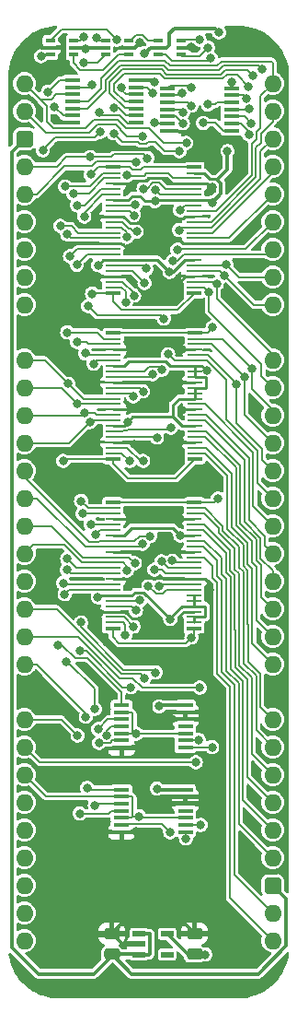
<source format=gtl>
%TF.GenerationSoftware,KiCad,Pcbnew,7.0.5*%
%TF.CreationDate,2024-02-15T20:59:24+02:00*%
%TF.ProjectId,HCP65 Device Interrupts Wide,48435036-3520-4446-9576-69636520496e,rev?*%
%TF.SameCoordinates,PX525bfc0PY43d3480*%
%TF.FileFunction,Copper,L1,Top*%
%TF.FilePolarity,Positive*%
%FSLAX46Y46*%
G04 Gerber Fmt 4.6, Leading zero omitted, Abs format (unit mm)*
G04 Created by KiCad (PCBNEW 7.0.5) date 2024-02-15 20:59:24*
%MOMM*%
%LPD*%
G01*
G04 APERTURE LIST*
G04 Aperture macros list*
%AMRoundRect*
0 Rectangle with rounded corners*
0 $1 Rounding radius*
0 $2 $3 $4 $5 $6 $7 $8 $9 X,Y pos of 4 corners*
0 Add a 4 corners polygon primitive as box body*
4,1,4,$2,$3,$4,$5,$6,$7,$8,$9,$2,$3,0*
0 Add four circle primitives for the rounded corners*
1,1,$1+$1,$2,$3*
1,1,$1+$1,$4,$5*
1,1,$1+$1,$6,$7*
1,1,$1+$1,$8,$9*
0 Add four rect primitives between the rounded corners*
20,1,$1+$1,$2,$3,$4,$5,0*
20,1,$1+$1,$4,$5,$6,$7,0*
20,1,$1+$1,$6,$7,$8,$9,0*
20,1,$1+$1,$8,$9,$2,$3,0*%
G04 Aperture macros list end*
%TA.AperFunction,SMDPad,CuDef*%
%ADD10R,1.150000X0.600000*%
%TD*%
%TA.AperFunction,SMDPad,CuDef*%
%ADD11R,1.400000X0.400000*%
%TD*%
%TA.AperFunction,SMDPad,CuDef*%
%ADD12R,1.400000X0.280000*%
%TD*%
%TA.AperFunction,SMDPad,CuDef*%
%ADD13R,0.875000X0.450000*%
%TD*%
%TA.AperFunction,SMDPad,CuDef*%
%ADD14R,1.475000X0.450000*%
%TD*%
%TA.AperFunction,SMDPad,CuDef*%
%ADD15RoundRect,0.250000X0.475000X-0.250000X0.475000X0.250000X-0.475000X0.250000X-0.475000X-0.250000X0*%
%TD*%
%TA.AperFunction,ComponentPad*%
%ADD16O,1.600000X1.600000*%
%TD*%
%TA.AperFunction,ComponentPad*%
%ADD17RoundRect,0.400000X-0.400000X-0.400000X0.400000X-0.400000X0.400000X0.400000X-0.400000X0.400000X0*%
%TD*%
%TA.AperFunction,ComponentPad*%
%ADD18R,1.600000X1.600000*%
%TD*%
%TA.AperFunction,ViaPad*%
%ADD19C,0.800000*%
%TD*%
%TA.AperFunction,Conductor*%
%ADD20C,0.380000*%
%TD*%
%TA.AperFunction,Conductor*%
%ADD21C,0.280000*%
%TD*%
%TA.AperFunction,Conductor*%
%ADD22C,0.200000*%
%TD*%
G04 APERTURE END LIST*
D10*
%TO.P,IC11,1,VIN*%
%TO.N,/5V*%
X10541000Y-78105000D03*
%TO.P,IC11,2,GND*%
%TO.N,/GND*%
X10541000Y-79055000D03*
%TO.P,IC11,3,EN*%
%TO.N,/5V*%
X10541000Y-80005000D03*
%TO.P,IC11,4,ADJ*%
%TO.N,unconnected-(IC11-ADJ-Pad4)*%
X13141000Y-80005000D03*
%TO.P,IC11,5,VOUT*%
%TO.N,/3.3V*%
X13141000Y-78105000D03*
%TD*%
D11*
%TO.P,IC10,1,1~{OE}*%
%TO.N,/~{Read Device Enable}_{ 8..15}*%
X8121000Y-38453000D03*
D12*
%TO.P,IC10,2,1Y0*%
%TO.N,/D0*%
X8121000Y-39013000D03*
%TO.P,IC10,3,1Y1*%
%TO.N,/D1*%
X8121000Y-39513000D03*
%TO.P,IC10,4,GND*%
%TO.N,/GND*%
X8121000Y-40013000D03*
%TO.P,IC10,5,1Y2*%
%TO.N,/D2*%
X8121000Y-40513000D03*
%TO.P,IC10,6,1Y3*%
%TO.N,/D3*%
X8121000Y-41013000D03*
%TO.P,IC10,7,3V*%
%TO.N,/3.3V*%
X8121000Y-41513000D03*
%TO.P,IC10,8,2Y0*%
%TO.N,/D4*%
X8121000Y-42013000D03*
%TO.P,IC10,9,2Y1*%
%TO.N,/D5*%
X8121000Y-42513000D03*
%TO.P,IC10,10,GND*%
%TO.N,/GND*%
X8121000Y-43013000D03*
%TO.P,IC10,11,2Y2*%
%TO.N,/D6*%
X8121000Y-43513000D03*
%TO.P,IC10,12,2Y3*%
%TO.N,/D7*%
X8121000Y-44013000D03*
%TO.P,IC10,13,3Y0*%
%TO.N,/D0*%
X8121000Y-44513000D03*
%TO.P,IC10,14,3Y1*%
%TO.N,/D1*%
X8121000Y-45013000D03*
%TO.P,IC10,15,GND*%
%TO.N,/GND*%
X8121000Y-45513000D03*
%TO.P,IC10,16,3Y2*%
%TO.N,/D2*%
X8121000Y-46013000D03*
%TO.P,IC10,17,3Y3*%
%TO.N,/D3*%
X8121000Y-46513000D03*
%TO.P,IC10,18,3V*%
%TO.N,/3.3V*%
X8121000Y-47013000D03*
%TO.P,IC10,19,4Y0*%
%TO.N,/D4*%
X8121000Y-47513000D03*
%TO.P,IC10,20,4Y1*%
%TO.N,/D5*%
X8121000Y-48013000D03*
%TO.P,IC10,21,GND*%
%TO.N,/GND*%
X8121000Y-48513000D03*
%TO.P,IC10,22,4Y2*%
%TO.N,/D6*%
X8121000Y-49013000D03*
%TO.P,IC10,23,4Y3*%
%TO.N,/D7*%
X8121000Y-49513000D03*
D11*
%TO.P,IC10,24,4~{OE}*%
%TO.N,/~{Read Device Enable}_{ 16..19}*%
X8121000Y-50073000D03*
%TO.P,IC10,25,3~{OE}*%
X15621000Y-50073000D03*
D12*
%TO.P,IC10,26,4A3*%
%TO.N,/3.3V*%
X15621000Y-49513000D03*
%TO.P,IC10,27,4A2*%
X15621000Y-49013000D03*
%TO.P,IC10,28,GND*%
%TO.N,/GND*%
X15621000Y-48513000D03*
%TO.P,IC10,29,4A1*%
%TO.N,/3.3V*%
X15621000Y-48013000D03*
%TO.P,IC10,30,4A0*%
X15621000Y-47513000D03*
%TO.P,IC10,31,3V*%
X15621000Y-47013000D03*
%TO.P,IC10,32,3A3*%
%TO.N,/~{Enable}_{Device}19*%
X15621000Y-46513000D03*
%TO.P,IC10,33,3A2*%
%TO.N,/~{Enable}_{Device}18*%
X15621000Y-46013000D03*
%TO.P,IC10,34,GND*%
%TO.N,/GND*%
X15621000Y-45513000D03*
%TO.P,IC10,35,3A1*%
%TO.N,/~{Enable}_{Device}17*%
X15621000Y-45013000D03*
%TO.P,IC10,36,3A0*%
%TO.N,/~{Enable}_{Device}16*%
X15621000Y-44513000D03*
%TO.P,IC10,37,2A3*%
%TO.N,/~{Enable}_{Device}15*%
X15621000Y-44013000D03*
%TO.P,IC10,38,2A2*%
%TO.N,/~{Enable}_{Device}14*%
X15621000Y-43513000D03*
%TO.P,IC10,39,GND*%
%TO.N,/GND*%
X15621000Y-43013000D03*
%TO.P,IC10,40,2A1*%
%TO.N,/~{Enable}_{Device}13*%
X15621000Y-42513000D03*
%TO.P,IC10,41,2A0*%
%TO.N,/~{Enable}_{Device}12*%
X15621000Y-42013000D03*
%TO.P,IC10,42,3V*%
%TO.N,/3.3V*%
X15621000Y-41513000D03*
%TO.P,IC10,43,1A3*%
%TO.N,/~{Enable}_{Device}11*%
X15621000Y-41013000D03*
%TO.P,IC10,44,1A2*%
%TO.N,/~{Enable}_{Device}10*%
X15621000Y-40513000D03*
%TO.P,IC10,45,GND*%
%TO.N,/GND*%
X15621000Y-40013000D03*
%TO.P,IC10,46,1A1*%
%TO.N,/~{Enable}_{Device}9*%
X15621000Y-39513000D03*
%TO.P,IC10,47,1A0*%
%TO.N,/~{Enable}_{Device}8*%
X15621000Y-39013000D03*
D11*
%TO.P,IC10,48,2~{OE}*%
%TO.N,/~{Read Device Enable}_{ 8..15}*%
X15621000Y-38453000D03*
%TD*%
D13*
%TO.P,IC8,1,A*%
%TO.N,Net-(IC6-3Y)*%
X14397000Y2652000D03*
%TO.P,IC8,2,GND*%
%TO.N,/GND*%
X14397000Y3302000D03*
%TO.P,IC8,3,B*%
%TO.N,Net-(IC6-2Y)*%
X14397000Y3952000D03*
%TO.P,IC8,4,Y*%
%TO.N,Net-(IC8-Y)*%
X12273000Y3952000D03*
%TO.P,IC8,5,3V*%
%TO.N,/3.3V*%
X12273000Y3302000D03*
%TO.P,IC8,6,C*%
%TO.N,Net-(IC6-1Y)*%
X12273000Y2652000D03*
%TD*%
%TO.P,IC7,1,A*%
%TO.N,Net-(IC2-1Y)*%
X2367000Y3952000D03*
%TO.P,IC7,2,GND*%
%TO.N,/GND*%
X2367000Y3302000D03*
%TO.P,IC7,3,B*%
%TO.N,Net-(IC2-2Y)*%
X2367000Y2652000D03*
%TO.P,IC7,4,Y*%
%TO.N,Net-(IC7-Y)*%
X4491000Y2652000D03*
%TO.P,IC7,5,3V*%
%TO.N,/3.3V*%
X4491000Y3302000D03*
%TO.P,IC7,6,C*%
%TO.N,Net-(IC2-3Y)*%
X4491000Y3952000D03*
%TD*%
D14*
%TO.P,IC6,1,1A*%
%TO.N,/~{Interrupt}_{Device}10*%
X13191000Y-418000D03*
%TO.P,IC6,2,1B*%
%TO.N,/~{Interrupt}_{Device}11*%
X13191000Y-1068000D03*
%TO.P,IC6,3,2A*%
%TO.N,/~{Interrupt}_{Device}13*%
X13191000Y-1718000D03*
%TO.P,IC6,4,2B*%
%TO.N,/~{Interrupt}_{Device}14*%
X13191000Y-2368000D03*
%TO.P,IC6,5,2C*%
%TO.N,/~{Interrupt}_{Device}15*%
X13191000Y-3018000D03*
%TO.P,IC6,6,2Y*%
%TO.N,Net-(IC6-2Y)*%
X13191000Y-3668000D03*
%TO.P,IC6,7,GND*%
%TO.N,/GND*%
X13191000Y-4318000D03*
%TO.P,IC6,8,3Y*%
%TO.N,Net-(IC6-3Y)*%
X19067000Y-4318000D03*
%TO.P,IC6,9,3A*%
%TO.N,/~{Interrupt}_{Device}16*%
X19067000Y-3668000D03*
%TO.P,IC6,10,3B*%
%TO.N,/~{Interrupt}_{Device}17*%
X19067000Y-3018000D03*
%TO.P,IC6,11,3C*%
%TO.N,/~{Interrupt}_{Device}18*%
X19067000Y-2368000D03*
%TO.P,IC6,12,1Y*%
%TO.N,Net-(IC6-1Y)*%
X19067000Y-1718000D03*
%TO.P,IC6,13,1C*%
%TO.N,/~{Interrupt}_{Device}12*%
X19067000Y-1068000D03*
%TO.P,IC6,14,3V*%
%TO.N,/3.3V*%
X19067000Y-418000D03*
%TD*%
%TO.P,IC5,1,1A*%
%TO.N,/~{Device Enable}_{ 1..7}*%
X8933000Y-64847500D03*
%TO.P,IC5,2,1B*%
%TO.N,/~{RD}*%
X8933000Y-65497500D03*
%TO.P,IC5,3,1Y*%
%TO.N,/~{Read Device Enable}_{ 1..7}*%
X8933000Y-66147500D03*
%TO.P,IC5,4,2A*%
%TO.N,/~{Device Enable}_{ 8..15}*%
X8933000Y-66797500D03*
%TO.P,IC5,5,2B*%
%TO.N,/~{RD}*%
X8933000Y-67447500D03*
%TO.P,IC5,6,2Y*%
%TO.N,/~{Read Device Enable}_{ 8..15}*%
X8933000Y-68097500D03*
%TO.P,IC5,7,GND*%
%TO.N,/GND*%
X8933000Y-68747500D03*
%TO.P,IC5,8,3Y*%
%TO.N,/~{Read Device Enable}_{ 16..19}*%
X14809000Y-68747500D03*
%TO.P,IC5,9,3A*%
%TO.N,/~{Device Enable}_{ 16..19}*%
X14809000Y-68097500D03*
%TO.P,IC5,10,3B*%
%TO.N,/~{RD}*%
X14809000Y-67447500D03*
%TO.P,IC5,11,4Y*%
%TO.N,unconnected-(IC5-4Y-Pad11)*%
X14809000Y-66797500D03*
%TO.P,IC5,12,4A*%
%TO.N,/GND*%
X14809000Y-66147500D03*
%TO.P,IC5,13,4B*%
X14809000Y-65497500D03*
%TO.P,IC5,14,3V*%
%TO.N,/3.3V*%
X14809000Y-64847500D03*
%TD*%
D11*
%TO.P,IC4,1,1~{OE}*%
%TO.N,/~{Read Device Interrupt}_{ 16..19}*%
X8188000Y-22892000D03*
D12*
%TO.P,IC4,2,1Y0*%
%TO.N,/D0*%
X8188000Y-23452000D03*
%TO.P,IC4,3,1Y1*%
%TO.N,/D1*%
X8188000Y-23952000D03*
%TO.P,IC4,4,GND*%
%TO.N,/GND*%
X8188000Y-24452000D03*
%TO.P,IC4,5,1Y2*%
%TO.N,/D2*%
X8188000Y-24952000D03*
%TO.P,IC4,6,1Y3*%
%TO.N,/D3*%
X8188000Y-25452000D03*
%TO.P,IC4,7,3V*%
%TO.N,/3.3V*%
X8188000Y-25952000D03*
%TO.P,IC4,8,2Y0*%
%TO.N,/D4*%
X8188000Y-26452000D03*
%TO.P,IC4,9,2Y1*%
%TO.N,/D5*%
X8188000Y-26952000D03*
%TO.P,IC4,10,GND*%
%TO.N,/GND*%
X8188000Y-27452000D03*
%TO.P,IC4,11,2Y2*%
%TO.N,/D6*%
X8188000Y-27952000D03*
%TO.P,IC4,12,2Y3*%
%TO.N,/D7*%
X8188000Y-28452000D03*
%TO.P,IC4,13,3Y0*%
%TO.N,/D0*%
X8188000Y-28952000D03*
%TO.P,IC4,14,3Y1*%
%TO.N,/D1*%
X8188000Y-29452000D03*
%TO.P,IC4,15,GND*%
%TO.N,/GND*%
X8188000Y-29952000D03*
%TO.P,IC4,16,3Y2*%
%TO.N,/D2*%
X8188000Y-30452000D03*
%TO.P,IC4,17,3Y3*%
%TO.N,/D3*%
X8188000Y-30952000D03*
%TO.P,IC4,18,3V*%
%TO.N,/3.3V*%
X8188000Y-31452000D03*
%TO.P,IC4,19,4Y0*%
%TO.N,/D4*%
X8188000Y-31952000D03*
%TO.P,IC4,20,4Y1*%
%TO.N,/D5*%
X8188000Y-32452000D03*
%TO.P,IC4,21,GND*%
%TO.N,/GND*%
X8188000Y-32952000D03*
%TO.P,IC4,22,4Y2*%
%TO.N,/D6*%
X8188000Y-33452000D03*
%TO.P,IC4,23,4Y3*%
%TO.N,/D7*%
X8188000Y-33952000D03*
D11*
%TO.P,IC4,24,4~{OE}*%
%TO.N,/~{Read Device Enable}_{ 1..7}*%
X8188000Y-34512000D03*
%TO.P,IC4,25,3~{OE}*%
X15688000Y-34512000D03*
D12*
%TO.P,IC4,26,4A3*%
%TO.N,/~{Enable}_{Device}7*%
X15688000Y-33952000D03*
%TO.P,IC4,27,4A2*%
%TO.N,/~{Enable}_{Device}6*%
X15688000Y-33452000D03*
%TO.P,IC4,28,GND*%
%TO.N,/GND*%
X15688000Y-32952000D03*
%TO.P,IC4,29,4A1*%
%TO.N,/~{Enable}_{Device}5*%
X15688000Y-32452000D03*
%TO.P,IC4,30,4A0*%
%TO.N,/~{Enable}_{Device}4*%
X15688000Y-31952000D03*
%TO.P,IC4,31,3V*%
%TO.N,/3.3V*%
X15688000Y-31452000D03*
%TO.P,IC4,32,3A3*%
%TO.N,/~{Enable}_{Device}3*%
X15688000Y-30952000D03*
%TO.P,IC4,33,3A2*%
%TO.N,/~{Enable}_{Device}2*%
X15688000Y-30452000D03*
%TO.P,IC4,34,GND*%
%TO.N,/GND*%
X15688000Y-29952000D03*
%TO.P,IC4,35,3A1*%
%TO.N,/~{Enable}_{Device}1*%
X15688000Y-29452000D03*
%TO.P,IC4,36,3A0*%
%TO.N,/3.3V*%
X15688000Y-28952000D03*
%TO.P,IC4,37,2A3*%
X15688000Y-28452000D03*
%TO.P,IC4,38,2A2*%
X15688000Y-27952000D03*
%TO.P,IC4,39,GND*%
%TO.N,/GND*%
X15688000Y-27452000D03*
%TO.P,IC4,40,2A1*%
%TO.N,/3.3V*%
X15688000Y-26952000D03*
%TO.P,IC4,41,2A0*%
X15688000Y-26452000D03*
%TO.P,IC4,42,3V*%
X15688000Y-25952000D03*
%TO.P,IC4,43,1A3*%
%TO.N,/~{Interrupt}_{Device}19*%
X15688000Y-25452000D03*
%TO.P,IC4,44,1A2*%
%TO.N,/~{Interrupt}_{Device}18*%
X15688000Y-24952000D03*
%TO.P,IC4,45,GND*%
%TO.N,/GND*%
X15688000Y-24452000D03*
%TO.P,IC4,46,1A1*%
%TO.N,/~{Interrupt}_{Device}17*%
X15688000Y-23952000D03*
%TO.P,IC4,47,1A0*%
%TO.N,/~{Interrupt}_{Device}16*%
X15688000Y-23452000D03*
D11*
%TO.P,IC4,48,2~{OE}*%
%TO.N,/~{Read Device Interrupt}_{ 16..19}*%
X15688000Y-22892000D03*
%TD*%
D14*
%TO.P,IC3,1,1A*%
%TO.N,/~{Device Interrupt}_{ 1..7}*%
X8933000Y-57105000D03*
%TO.P,IC3,2,1B*%
%TO.N,/~{RD}*%
X8933000Y-57755000D03*
%TO.P,IC3,3,1Y*%
%TO.N,/~{Read Device Interrupt}_{ 1..7}*%
X8933000Y-58405000D03*
%TO.P,IC3,4,2A*%
%TO.N,/~{Device Interrupt}_{ 8..15}*%
X8933000Y-59055000D03*
%TO.P,IC3,5,2B*%
%TO.N,/~{RD}*%
X8933000Y-59705000D03*
%TO.P,IC3,6,2Y*%
%TO.N,/~{Read Device Interrupt}_{ 8..15}*%
X8933000Y-60355000D03*
%TO.P,IC3,7,GND*%
%TO.N,/GND*%
X8933000Y-61005000D03*
%TO.P,IC3,8,3Y*%
%TO.N,/~{Read Device Interrupt}_{ 16..19}*%
X14809000Y-61005000D03*
%TO.P,IC3,9,3A*%
%TO.N,/~{Device Interrupt}_{ 16..19}*%
X14809000Y-60355000D03*
%TO.P,IC3,10,3B*%
%TO.N,/~{RD}*%
X14809000Y-59705000D03*
%TO.P,IC3,11,4Y*%
%TO.N,unconnected-(IC3-4Y-Pad11)*%
X14809000Y-59055000D03*
%TO.P,IC3,12,4A*%
%TO.N,/GND*%
X14809000Y-58405000D03*
%TO.P,IC3,13,4B*%
X14809000Y-57755000D03*
%TO.P,IC3,14,3V*%
%TO.N,/3.3V*%
X14809000Y-57105000D03*
%TD*%
%TO.P,IC2,1,1A*%
%TO.N,/~{Interrupt}_{Device}1*%
X4428000Y299000D03*
%TO.P,IC2,2,1B*%
%TO.N,/~{Interrupt}_{Device}2*%
X4428000Y-351000D03*
%TO.P,IC2,3,2A*%
%TO.N,/~{Interrupt}_{Device}4*%
X4428000Y-1001000D03*
%TO.P,IC2,4,2B*%
%TO.N,/~{Interrupt}_{Device}5*%
X4428000Y-1651000D03*
%TO.P,IC2,5,2C*%
%TO.N,/~{Interrupt}_{Device}6*%
X4428000Y-2301000D03*
%TO.P,IC2,6,2Y*%
%TO.N,Net-(IC2-2Y)*%
X4428000Y-2951000D03*
%TO.P,IC2,7,GND*%
%TO.N,/GND*%
X4428000Y-3601000D03*
%TO.P,IC2,8,3Y*%
%TO.N,Net-(IC2-3Y)*%
X10304000Y-3601000D03*
%TO.P,IC2,9,3A*%
%TO.N,/~{Interrupt}_{Device}7*%
X10304000Y-2951000D03*
%TO.P,IC2,10,3B*%
%TO.N,/~{Interrupt}_{Device}8*%
X10304000Y-2301000D03*
%TO.P,IC2,11,3C*%
%TO.N,/~{Interrupt}_{Device}9*%
X10304000Y-1651000D03*
%TO.P,IC2,12,1Y*%
%TO.N,Net-(IC2-1Y)*%
X10304000Y-1001000D03*
%TO.P,IC2,13,1C*%
%TO.N,/~{Interrupt}_{Device}3*%
X10304000Y-351000D03*
%TO.P,IC2,14,3V*%
%TO.N,/3.3V*%
X10304000Y299000D03*
%TD*%
D11*
%TO.P,IC1,1,1~{OE}*%
%TO.N,/~{Read Device Interrupt}_{ 1..7}*%
X8121000Y-7652000D03*
D12*
%TO.P,IC1,2,1Y0*%
%TO.N,/D0*%
X8121000Y-8212000D03*
%TO.P,IC1,3,1Y1*%
%TO.N,/D1*%
X8121000Y-8712000D03*
%TO.P,IC1,4,GND*%
%TO.N,/GND*%
X8121000Y-9212000D03*
%TO.P,IC1,5,1Y2*%
%TO.N,/D2*%
X8121000Y-9712000D03*
%TO.P,IC1,6,1Y3*%
%TO.N,/D3*%
X8121000Y-10212000D03*
%TO.P,IC1,7,3V*%
%TO.N,/3.3V*%
X8121000Y-10712000D03*
%TO.P,IC1,8,2Y0*%
%TO.N,/D4*%
X8121000Y-11212000D03*
%TO.P,IC1,9,2Y1*%
%TO.N,/D5*%
X8121000Y-11712000D03*
%TO.P,IC1,10,GND*%
%TO.N,/GND*%
X8121000Y-12212000D03*
%TO.P,IC1,11,2Y2*%
%TO.N,/D6*%
X8121000Y-12712000D03*
%TO.P,IC1,12,2Y3*%
%TO.N,/D7*%
X8121000Y-13212000D03*
%TO.P,IC1,13,3Y0*%
%TO.N,/D0*%
X8121000Y-13712000D03*
%TO.P,IC1,14,3Y1*%
%TO.N,/D1*%
X8121000Y-14212000D03*
%TO.P,IC1,15,GND*%
%TO.N,/GND*%
X8121000Y-14712000D03*
%TO.P,IC1,16,3Y2*%
%TO.N,/D2*%
X8121000Y-15212000D03*
%TO.P,IC1,17,3Y3*%
%TO.N,/D3*%
X8121000Y-15712000D03*
%TO.P,IC1,18,3V*%
%TO.N,/3.3V*%
X8121000Y-16212000D03*
%TO.P,IC1,19,4Y0*%
%TO.N,/D4*%
X8121000Y-16712000D03*
%TO.P,IC1,20,4Y1*%
%TO.N,/D5*%
X8121000Y-17212000D03*
%TO.P,IC1,21,GND*%
%TO.N,/GND*%
X8121000Y-17712000D03*
%TO.P,IC1,22,4Y2*%
%TO.N,/D6*%
X8121000Y-18212000D03*
%TO.P,IC1,23,4Y3*%
%TO.N,/D7*%
X8121000Y-18712000D03*
D11*
%TO.P,IC1,24,4~{OE}*%
%TO.N,/~{Read Device Interrupt}_{ 8..15}*%
X8121000Y-19272000D03*
%TO.P,IC1,25,3~{OE}*%
X15621000Y-19272000D03*
D12*
%TO.P,IC1,26,4A3*%
%TO.N,/~{Interrupt}_{Device}15*%
X15621000Y-18712000D03*
%TO.P,IC1,27,4A2*%
%TO.N,/~{Interrupt}_{Device}14*%
X15621000Y-18212000D03*
%TO.P,IC1,28,GND*%
%TO.N,/GND*%
X15621000Y-17712000D03*
%TO.P,IC1,29,4A1*%
%TO.N,/~{Interrupt}_{Device}13*%
X15621000Y-17212000D03*
%TO.P,IC1,30,4A0*%
%TO.N,/~{Interrupt}_{Device}12*%
X15621000Y-16712000D03*
%TO.P,IC1,31,3V*%
%TO.N,/3.3V*%
X15621000Y-16212000D03*
%TO.P,IC1,32,3A3*%
%TO.N,/~{Interrupt}_{Device}11*%
X15621000Y-15712000D03*
%TO.P,IC1,33,3A2*%
%TO.N,/~{Interrupt}_{Device}10*%
X15621000Y-15212000D03*
%TO.P,IC1,34,GND*%
%TO.N,/GND*%
X15621000Y-14712000D03*
%TO.P,IC1,35,3A1*%
%TO.N,/~{Interrupt}_{Device}9*%
X15621000Y-14212000D03*
%TO.P,IC1,36,3A0*%
%TO.N,/~{Interrupt}_{Device}8*%
X15621000Y-13712000D03*
%TO.P,IC1,37,2A3*%
%TO.N,/~{Interrupt}_{Device}7*%
X15621000Y-13212000D03*
%TO.P,IC1,38,2A2*%
%TO.N,/~{Interrupt}_{Device}6*%
X15621000Y-12712000D03*
%TO.P,IC1,39,GND*%
%TO.N,/GND*%
X15621000Y-12212000D03*
%TO.P,IC1,40,2A1*%
%TO.N,/~{Interrupt}_{Device}5*%
X15621000Y-11712000D03*
%TO.P,IC1,41,2A0*%
%TO.N,/~{Interrupt}_{Device}4*%
X15621000Y-11212000D03*
%TO.P,IC1,42,3V*%
%TO.N,/3.3V*%
X15621000Y-10712000D03*
%TO.P,IC1,43,1A3*%
%TO.N,/~{Interrupt}_{Device}3*%
X15621000Y-10212000D03*
%TO.P,IC1,44,1A2*%
%TO.N,/~{Interrupt}_{Device}2*%
X15621000Y-9712000D03*
%TO.P,IC1,45,GND*%
%TO.N,/GND*%
X15621000Y-9212000D03*
%TO.P,IC1,46,1A1*%
%TO.N,/~{Interrupt}_{Device}1*%
X15621000Y-8712000D03*
%TO.P,IC1,47,1A0*%
%TO.N,/3.3V*%
X15621000Y-8212000D03*
D11*
%TO.P,IC1,48,2~{OE}*%
%TO.N,/~{Read Device Interrupt}_{ 1..7}*%
X15621000Y-7652000D03*
%TD*%
D15*
%TO.P,C10,1*%
%TO.N,/3.3V*%
X15651000Y-79989000D03*
%TO.P,C10,2*%
%TO.N,/GND*%
X15651000Y-78089000D03*
%TD*%
D16*
%TO.P,J2,1,Pin_1*%
%TO.N,/~{Interrupt}_{Device}4*%
X0Y0D03*
%TO.P,J2,2,Pin_2*%
%TO.N,/~{Interrupt}_{Device}3*%
X0Y-2540000D03*
D17*
%TO.P,J2,3,Pin_3*%
%TO.N,/5V*%
X0Y-5080000D03*
D16*
%TO.P,J2,4,Pin_4*%
%TO.N,/~{Interrupt}_{Device}2*%
X0Y-7620000D03*
%TO.P,J2,5,Pin_5*%
%TO.N,/~{Interrupt}_{Device}1*%
X0Y-10160000D03*
%TO.P,J2,6,Pin_6*%
%TO.N,/~{INT}*%
X0Y-12700000D03*
%TO.P,J2,7,Pin_7*%
%TO.N,unconnected-(J2-Pin_7-Pad7)*%
X0Y-15240000D03*
%TO.P,J2,8,Pin_8*%
%TO.N,unconnected-(J2-Pin_8-Pad8)*%
X0Y-17780000D03*
%TO.P,J2,9,Pin_9*%
%TO.N,unconnected-(J2-Pin_9-Pad9)*%
X0Y-20320000D03*
D18*
%TO.P,J2,10,Pin_10*%
%TO.N,/GND*%
X0Y-22860000D03*
D16*
%TO.P,J2,11,Pin_11*%
%TO.N,/D0*%
X0Y-25400000D03*
%TO.P,J2,12,Pin_12*%
%TO.N,/D1*%
X0Y-27940000D03*
%TO.P,J2,13,Pin_13*%
%TO.N,/D2*%
X0Y-30480000D03*
%TO.P,J2,14,Pin_14*%
%TO.N,/D3*%
X0Y-33020000D03*
%TO.P,J2,15,Pin_15*%
%TO.N,/D4*%
X0Y-35560000D03*
%TO.P,J2,16,Pin_16*%
%TO.N,/D5*%
X0Y-38100000D03*
%TO.P,J2,17,Pin_17*%
%TO.N,/D6*%
X0Y-40640000D03*
%TO.P,J2,18,Pin_18*%
%TO.N,/D7*%
X0Y-43180000D03*
%TO.P,J2,19,Pin_19*%
%TO.N,/~{Device Interrupt}_{ 1..7}*%
X0Y-45720000D03*
%TO.P,J2,20,Pin_20*%
%TO.N,/~{Device Interrupt}_{ 8..15}*%
X0Y-48260000D03*
%TO.P,J2,21,Pin_21*%
%TO.N,/~{Device Interrupt}_{ 16..19}*%
X0Y-50800000D03*
%TO.P,J2,22,Pin_22*%
%TO.N,/~{Device Enable}_{ 1..7}*%
X0Y-53340000D03*
D18*
%TO.P,J2,23,Pin_23*%
%TO.N,/GND*%
X0Y-55880000D03*
D16*
%TO.P,J2,24,Pin_24*%
%TO.N,/~{Device Enable}_{ 8..15}*%
X0Y-58420000D03*
%TO.P,J2,25,Pin_25*%
%TO.N,/~{Device Enable}_{ 16..19}*%
X0Y-60960000D03*
%TO.P,J2,26,Pin_26*%
%TO.N,/~{RD}*%
X0Y-63500000D03*
%TO.P,J2,27,Pin_27*%
%TO.N,unconnected-(J2-Pin_27-Pad27)*%
X0Y-66040000D03*
%TO.P,J2,28,Pin_28*%
%TO.N,/~{Enable}_{Device}19*%
X0Y-68580000D03*
%TO.P,J2,29,Pin_29*%
%TO.N,/~{Enable}_{Device}18*%
X0Y-71120000D03*
%TO.P,J2,30,Pin_30*%
%TO.N,/~{Enable}_{Device}17*%
X0Y-73660000D03*
%TO.P,J2,31,Pin_31*%
%TO.N,/~{Enable}_{Device}16*%
X0Y-76200000D03*
%TO.P,J2,32,Pin_32*%
%TO.N,/~{Enable}_{Device}15*%
X0Y-78740000D03*
%TO.P,J2,33,Pin_33*%
%TO.N,/~{Enable}_{Device}14*%
X22860000Y-78740000D03*
%TO.P,J2,34,Pin_34*%
%TO.N,/~{Enable}_{Device}13*%
X22860000Y-76200000D03*
D17*
%TO.P,J2,35,Pin_35*%
%TO.N,/5V*%
X22860000Y-73660000D03*
D16*
%TO.P,J2,36,Pin_36*%
%TO.N,/~{Enable}_{Device}12*%
X22860000Y-71120000D03*
%TO.P,J2,37,Pin_37*%
%TO.N,/~{Enable}_{Device}11*%
X22860000Y-68580000D03*
%TO.P,J2,38,Pin_38*%
%TO.N,/~{Enable}_{Device}10*%
X22860000Y-66040000D03*
%TO.P,J2,39,Pin_39*%
%TO.N,/~{Enable}_{Device}9*%
X22860000Y-63500000D03*
%TO.P,J2,40,Pin_40*%
%TO.N,/~{Enable}_{Device}8*%
X22860000Y-60960000D03*
%TO.P,J2,41,Pin_41*%
%TO.N,/~{Enable}_{Device}7*%
X22860000Y-58420000D03*
D18*
%TO.P,J2,42,Pin_42*%
%TO.N,/GND*%
X22860000Y-55880000D03*
D16*
%TO.P,J2,43,Pin_43*%
%TO.N,/~{Enable}_{Device}6*%
X22860000Y-53340000D03*
%TO.P,J2,44,Pin_44*%
%TO.N,/~{Enable}_{Device}5*%
X22860000Y-50800000D03*
%TO.P,J2,45,Pin_45*%
%TO.N,/~{Enable}_{Device}4*%
X22860000Y-48260000D03*
%TO.P,J2,46,Pin_46*%
%TO.N,/~{Enable}_{Device}3*%
X22860000Y-45720000D03*
%TO.P,J2,47,Pin_47*%
%TO.N,/~{Enable}_{Device}2*%
X22860000Y-43180000D03*
%TO.P,J2,48,Pin_48*%
%TO.N,/~{Enable}_{Device}1*%
X22860000Y-40640000D03*
%TO.P,J2,49,Pin_49*%
%TO.N,/~{Interrupt}_{Device}19*%
X22860000Y-38100000D03*
%TO.P,J2,50,Pin_50*%
%TO.N,/~{Interrupt}_{Device}18*%
X22860000Y-35560000D03*
%TO.P,J2,51,Pin_51*%
%TO.N,/~{Interrupt}_{Device}17*%
X22860000Y-33020000D03*
%TO.P,J2,52,Pin_52*%
%TO.N,/~{Interrupt}_{Device}16*%
X22860000Y-30480000D03*
%TO.P,J2,53,Pin_53*%
%TO.N,/~{Interrupt}_{Device}15*%
X22860000Y-27940000D03*
%TO.P,J2,54,Pin_54*%
%TO.N,/~{Interrupt}_{Device}14*%
X22860000Y-25400000D03*
D18*
%TO.P,J2,55,Pin_55*%
%TO.N,/GND*%
X22860000Y-22860000D03*
D16*
%TO.P,J2,56,Pin_56*%
%TO.N,/~{Interrupt}_{Device}13*%
X22860000Y-20320000D03*
%TO.P,J2,57,Pin_57*%
%TO.N,/~{Interrupt}_{Device}12*%
X22860000Y-17780000D03*
%TO.P,J2,58,Pin_58*%
%TO.N,/~{Interrupt}_{Device}11*%
X22860000Y-15240000D03*
%TO.P,J2,59,Pin_59*%
%TO.N,/~{Interrupt}_{Device}10*%
X22860000Y-12700000D03*
%TO.P,J2,60,Pin_60*%
%TO.N,/~{Interrupt}_{Device}9*%
X22860000Y-10160000D03*
%TO.P,J2,61,Pin_61*%
%TO.N,/~{Interrupt}_{Device}8*%
X22860000Y-7620000D03*
%TO.P,J2,62,Pin_62*%
%TO.N,/~{Interrupt}_{Device}7*%
X22860000Y-5080000D03*
%TO.P,J2,63,Pin_63*%
%TO.N,/~{Interrupt}_{Device}6*%
X22860000Y-2540000D03*
%TO.P,J2,64,Pin_64*%
%TO.N,/~{Interrupt}_{Device}5*%
X22860000Y0D03*
%TD*%
D15*
%TO.P,C9,1*%
%TO.N,/5V*%
X8031000Y-79989000D03*
%TO.P,C9,2*%
%TO.N,/GND*%
X8031000Y-78089000D03*
%TD*%
D13*
%TO.P,IC9,1,A*%
%TO.N,Net-(IC7-Y)*%
X9571000Y2652000D03*
%TO.P,IC9,2,GND*%
%TO.N,/GND*%
X9571000Y3302000D03*
%TO.P,IC9,3,B*%
%TO.N,Net-(IC8-Y)*%
X9571000Y3952000D03*
%TO.P,IC9,4,Y*%
%TO.N,/~{INT}*%
X7447000Y3952000D03*
%TO.P,IC9,5,3V*%
%TO.N,/3.3V*%
X7447000Y3302000D03*
%TO.P,IC9,6,C*%
%TO.N,/~{Interrupt}_{Device}19*%
X7447000Y2652000D03*
%TD*%
D19*
%TO.N,/3.3V*%
X16776116Y-26403878D03*
X6759000Y-47213000D03*
X9497000Y-31070000D03*
X18690632Y-6201368D03*
X14351000Y-41513000D03*
X11938000Y127000D03*
X13414000Y-49206414D03*
X5588000Y3174996D03*
X6782122Y-16688122D03*
X11049000Y2794000D03*
X12411728Y-57209544D03*
X13346987Y-17312427D03*
X17907012Y4699000D03*
X12024168Y-10810231D03*
X12192000Y-64765500D03*
X17272000Y-10922000D03*
X16636996Y-80010000D03*
X19087387Y132000D03*
%TO.N,/GND*%
X6746045Y-17687473D03*
X3045472Y-5715000D03*
X17370729Y-7992102D03*
X13589000Y-58405000D03*
X10617525Y3736738D03*
X13081000Y-42798978D03*
X2871922Y-3351077D03*
X6350000Y-78232000D03*
X11811000Y-52705000D03*
X6858000Y-48641000D03*
X2499080Y-11938000D03*
X1270004Y3556000D03*
X7574911Y-51312218D03*
X14209580Y-49896580D03*
X14489926Y-29972000D03*
X17272000Y-65400500D03*
X14351000Y-32893000D03*
X17653000Y-78232000D03*
X17272000Y-9525000D03*
X13970000Y-53340000D03*
X2333119Y-14859000D03*
X14207502Y-21827498D03*
X14224000Y-27452000D03*
X18161000Y-56007000D03*
X13081000Y-63627000D03*
X2286000Y-17780000D03*
X17399000Y-82931000D03*
X14478000Y-24452000D03*
X11867000Y-61054373D03*
X17059976Y-46482000D03*
X8166847Y-56146797D03*
X7747000Y-5969000D03*
X17272000Y-4445000D03*
X10258928Y-68730572D03*
X15315743Y3310444D03*
X14351000Y-40004992D03*
X7958904Y-22008567D03*
X20574000Y-72517000D03*
X9956577Y-9461597D03*
X16256000Y-21422979D03*
X16510000Y-72390000D03*
X12573000Y-19050006D03*
X9144000Y-82677000D03*
X10141336Y-33152000D03*
%TO.N,/D0*%
X3934080Y-43639000D03*
X3937002Y-22860000D03*
X3302000Y-13081000D03*
X5207000Y-38354000D03*
X3731477Y-9459553D03*
X4042338Y-27580662D03*
%TO.N,/D1*%
X5334000Y-39513000D03*
X3942186Y-13849223D03*
X4877628Y-29413792D03*
X3898335Y-44664695D03*
X4494965Y-10105379D03*
X4826008Y-23749000D03*
%TO.N,/D2*%
X3555342Y-45888301D03*
X4191000Y-15875000D03*
X5588000Y-24793363D03*
X5524247Y-30237597D03*
X6096002Y-40513002D03*
X4826000Y-11176000D03*
%TO.N,/D3*%
X6367151Y-25743012D03*
X6532361Y-41412777D03*
X5503982Y-12214000D03*
X3692446Y-46916728D03*
X4819443Y-16652858D03*
X6003000Y-31115549D03*
%TO.N,/D4*%
X10218145Y-11115205D03*
X10653000Y-47468771D03*
X11582304Y-41571457D03*
X11233002Y-17004132D03*
X13460583Y-31611322D03*
X12675221Y-26288908D03*
%TO.N,/D5*%
X11049000Y-18309998D03*
X10068106Y-12103887D03*
X10256767Y-48390295D03*
X12192000Y-32512000D03*
X10869673Y-42273000D03*
X11769131Y-26712000D03*
%TO.N,/D6*%
X10333303Y-13604151D03*
X10908882Y-28287800D03*
X10033000Y-49870295D03*
X10101139Y-19474637D03*
X10160389Y-44068615D03*
X10922000Y-34671000D03*
%TO.N,/D7*%
X9328101Y-20109000D03*
X9685781Y-34676345D03*
X9451947Y-14076610D03*
X10015544Y-28737193D03*
X9271000Y-50673022D03*
X9421492Y-44742438D03*
%TO.N,/~{Read Device Interrupt}_{ 8..15}*%
X6223000Y-19304000D03*
X12065000Y-54102000D03*
X6858000Y-60579000D03*
X5211812Y-49514804D03*
%TO.N,/~{Interrupt}_{Device}15*%
X14579145Y-3650054D03*
X17003475Y-19191136D03*
%TO.N,/~{Interrupt}_{Device}14*%
X17703475Y-18412914D03*
X14568881Y-2650104D03*
%TO.N,/~{Interrupt}_{Device}13*%
X18400975Y-17621342D03*
X15364000Y-2032000D03*
%TO.N,/~{Interrupt}_{Device}12*%
X18604000Y-16642165D03*
X20473591Y-1367219D03*
%TO.N,/~{Interrupt}_{Device}11*%
X13637235Y-16304235D03*
X14501698Y-907826D03*
%TO.N,/~{Interrupt}_{Device}10*%
X15339349Y-361614D03*
X14082731Y-15255439D03*
%TO.N,/~{Interrupt}_{Device}9*%
X20639062Y-254000D03*
%TO.N,/~{Interrupt}_{Device}8*%
X21056757Y715353D03*
%TO.N,/~{Interrupt}_{Device}7*%
X14235999Y-13462000D03*
X8230171Y-4583382D03*
X14254627Y-6214352D03*
X8260225Y-2245000D03*
%TO.N,/~{Interrupt}_{Device}6*%
X21844000Y1332000D03*
%TO.N,/~{Interrupt}_{Device}4*%
X14312100Y-11639057D03*
X14896832Y-5447816D03*
%TO.N,/~{Interrupt}_{Device}3*%
X12090500Y-9812431D03*
X11811000Y-889000D03*
X10898801Y-4826008D03*
%TO.N,/~{Interrupt}_{Device}2*%
X6223000Y-127000D03*
X6055514Y-6739856D03*
X11303000Y-6858000D03*
X10960584Y-9646004D03*
%TO.N,/~{Interrupt}_{Device}1*%
X9423096Y-8447000D03*
X10282364Y-7206002D03*
X2159000Y-762000D03*
%TO.N,/~{RD}*%
X10541000Y-67302500D03*
X10287000Y-59716579D03*
%TO.N,/~{Device Interrupt}_{ 8..15}*%
X11020227Y-54610000D03*
X7580852Y-59882271D03*
%TO.N,/~{Read Device Interrupt}_{ 16..19}*%
X17316158Y-22421929D03*
X17272000Y-60960000D03*
%TO.N,/~{Device Interrupt}_{ 16..19}*%
X16064000Y-60305000D03*
X16129000Y-55499000D03*
%TO.N,/~{Interrupt}_{Device}19*%
X12827000Y-21590000D03*
X13226046Y-24850399D03*
X5842000Y-20447000D03*
X5433000Y1921270D03*
%TO.N,/~{Interrupt}_{Device}18*%
X19521360Y-27655769D03*
X20660392Y-2349619D03*
%TO.N,/~{Interrupt}_{Device}17*%
X20269661Y-26976227D03*
X20862612Y-3653616D03*
%TO.N,/~{Interrupt}_{Device}16*%
X20955000Y-26162000D03*
X20659980Y-4699000D03*
%TO.N,/~{Device Enable}_{ 8..15}*%
X5080000Y-67056000D03*
X4890526Y-59888415D03*
%TO.N,/~{Read Device Enable}_{ 8..15}*%
X13413663Y-68781163D03*
X17808000Y-38120500D03*
%TO.N,/~{Read Device Enable}_{ 16..19}*%
X15370000Y-50886701D03*
X14859000Y-69337506D03*
%TO.N,/~{Device Enable}_{ 16..19}*%
X16225998Y-68097502D03*
X15770000Y-62341712D03*
%TO.N,/~{Enable}_{Device}19*%
X11403289Y-46136597D03*
%TO.N,/~{Enable}_{Device}18*%
X12402606Y-46194561D03*
%TO.N,/~{Enable}_{Device}17*%
X11958465Y-44656597D03*
%TO.N,/~{Enable}_{Device}16*%
X12611165Y-43898977D03*
%TO.N,/~{Enable}_{Device}15*%
X13607324Y-43811389D03*
%TO.N,/~{Read Device Interrupt}_{ 1..7}*%
X9791938Y-55456514D03*
X6772271Y-59293882D03*
X6086399Y-8372399D03*
X5149082Y-52101404D03*
%TO.N,/~{Device Interrupt}_{ 1..7}*%
X3110000Y-51562000D03*
%TO.N,/~{Read Device Enable}_{ 1..7}*%
X6477000Y-66294000D03*
X3556000Y-34671000D03*
X6467018Y-57460421D03*
X3810000Y-53086000D03*
%TO.N,/~{Device Enable}_{ 1..7}*%
X5777000Y-64700500D03*
X5640958Y-58190736D03*
%TO.N,Net-(IC2-2Y)*%
X1521085Y2512005D03*
X2766000Y-2171885D03*
%TO.N,Net-(IC2-3Y)*%
X5484783Y4296663D03*
X6854994Y-2645000D03*
%TO.N,Net-(IC2-1Y)*%
X8509000Y4036000D03*
X8955010Y-381000D03*
%TO.N,Net-(IC6-2Y)*%
X11956926Y-3579868D03*
X16112386Y4036681D03*
%TO.N,Net-(IC6-3Y)*%
X16883187Y3309813D03*
X16447440Y-3618560D03*
%TO.N,Net-(IC6-1Y)*%
X17148885Y2335826D03*
X16881706Y-1920134D03*
%TO.N,/~{INT}*%
X1689711Y-6147099D03*
X6641963Y4227938D03*
X6985000Y-4445000D03*
%TD*%
D20*
%TO.N,/3.3V*%
X15651000Y-79989000D02*
X16615996Y-79989000D01*
X5460996Y3302000D02*
X5588000Y3174996D01*
X11766000Y299000D02*
X10304000Y299000D01*
D21*
X15688000Y-31452000D02*
X14489993Y-31452000D01*
X9141000Y-41513000D02*
X9822543Y-40831457D01*
X16728000Y-26972000D02*
X16728000Y-27932000D01*
X15621000Y-10712000D02*
X17062000Y-10712000D01*
D20*
X19067000Y-418000D02*
X19067000Y111613D01*
D21*
X8121000Y-47013000D02*
X6959000Y-47013000D01*
X14351000Y-41513000D02*
X15621000Y-41513000D01*
D20*
X4491000Y3302000D02*
X5460996Y3302000D01*
D21*
X17662635Y-8772635D02*
X17735001Y-8845001D01*
X13671894Y-30633901D02*
X9933099Y-30633901D01*
X9611092Y-25548908D02*
X12981740Y-25548908D01*
X13675573Y-17312427D02*
X13346987Y-17312427D01*
X15621000Y-16212000D02*
X14776000Y-16212000D01*
D20*
X12274000Y-64847500D02*
X12192000Y-64765500D01*
X17526012Y5080000D02*
X17907012Y4699000D01*
D21*
X9913625Y-10341376D02*
X10609437Y-10341376D01*
X13414000Y-49081395D02*
X13414000Y-49206414D01*
X16500209Y-8212000D02*
X17060844Y-8772635D01*
X15621000Y-48013000D02*
X16641000Y-48013000D01*
X7258244Y-16212000D02*
X6782122Y-16688122D01*
D20*
X15651000Y-79989000D02*
X15025000Y-79989000D01*
D21*
X12246560Y-16212000D02*
X13346987Y-17312427D01*
X16641000Y-49013000D02*
X15621000Y-49013000D01*
D20*
X18062000Y-10132000D02*
X17272000Y-10922000D01*
D21*
X14228000Y-28952000D02*
X13671894Y-29508106D01*
X8188000Y-25952000D02*
X9208000Y-25952000D01*
X13671894Y-29508106D02*
X13671894Y-30633901D01*
X13414000Y-49183252D02*
X13414000Y-49206414D01*
X15688000Y-25952000D02*
X15688000Y-26452000D01*
X14482395Y-48013000D02*
X13414000Y-49081395D01*
X6959000Y-47013000D02*
X6759000Y-47213000D01*
X16661000Y-48993000D02*
X16641000Y-49013000D01*
X9933099Y-30633901D02*
X9497000Y-31070000D01*
D20*
X16615996Y-79989000D02*
X16636996Y-80010000D01*
X15025000Y-79989000D02*
X13141000Y-78105000D01*
D21*
X8121000Y-16212000D02*
X7258244Y-16212000D01*
X8188000Y-31452000D02*
X8208000Y-31432000D01*
X15621000Y-48013000D02*
X14482395Y-48013000D01*
D20*
X13335000Y4586500D02*
X13828500Y5080000D01*
X14809000Y-64847500D02*
X12274000Y-64847500D01*
X11613666Y3302000D02*
X11238034Y2926368D01*
X13335000Y3546500D02*
X13335000Y4586500D01*
D21*
X9822543Y-40831457D02*
X13669457Y-40831457D01*
D20*
X7447000Y3302000D02*
X5715004Y3302000D01*
D21*
X8121000Y-10712000D02*
X9543001Y-10712000D01*
X9883000Y-47013000D02*
X10167229Y-46728771D01*
X15621000Y-49513000D02*
X15621000Y-49013000D01*
D20*
X17735001Y-8845001D02*
X18062000Y-9172000D01*
X19067000Y111613D02*
X19087387Y132000D01*
X13828500Y5080000D02*
X17526012Y5080000D01*
D21*
X17062000Y-10712000D02*
X17272000Y-10922000D01*
X15621000Y-8212000D02*
X16500209Y-8212000D01*
X16324238Y-25952000D02*
X16776116Y-26403878D01*
X15688000Y-28952000D02*
X15688000Y-28452000D01*
X8121000Y-41513000D02*
X9141000Y-41513000D01*
D20*
X11938000Y127000D02*
X11766000Y299000D01*
D21*
X10167229Y-46728771D02*
X10959519Y-46728771D01*
X11078292Y-10810231D02*
X12024168Y-10810231D01*
D20*
X12516272Y-57105000D02*
X12411728Y-57209544D01*
X11181368Y2926368D02*
X11049000Y2794000D01*
D21*
X15688000Y-25952000D02*
X16324238Y-25952000D01*
X17060844Y-8772635D02*
X17662635Y-8772635D01*
X13384832Y-25952000D02*
X15688000Y-25952000D01*
X13669457Y-40831457D02*
X14351000Y-41513000D01*
X9208000Y-25952000D02*
X9611092Y-25548908D01*
X12981740Y-25548908D02*
X13384832Y-25952000D01*
X9543001Y-10712000D02*
X9913625Y-10341376D01*
D20*
X18690632Y-7889370D02*
X18690632Y-6201368D01*
D21*
X8121000Y-16212000D02*
X12246560Y-16212000D01*
X15688000Y-26952000D02*
X16708000Y-26952000D01*
X15621000Y-10712000D02*
X12122399Y-10712000D01*
D20*
X14809000Y-57105000D02*
X12516272Y-57105000D01*
D21*
X16661000Y-48033000D02*
X16661000Y-48993000D01*
X16728000Y-27932000D02*
X16708000Y-27952000D01*
X8121000Y-47013000D02*
X9883000Y-47013000D01*
D20*
X12273000Y3302000D02*
X11613666Y3302000D01*
D21*
X12122399Y-10712000D02*
X12024168Y-10810231D01*
D20*
X17735001Y-8845001D02*
X18690632Y-7889370D01*
D21*
X15621000Y-48013000D02*
X15621000Y-47513000D01*
X16708000Y-26952000D02*
X16728000Y-26972000D01*
X16708000Y-27952000D02*
X15688000Y-27952000D01*
X14489993Y-31452000D02*
X13671894Y-30633901D01*
D20*
X18062000Y-9172000D02*
X18062000Y-10132000D01*
X13090500Y3302000D02*
X13335000Y3546500D01*
D21*
X10959519Y-46728771D02*
X13414000Y-49183252D01*
X9135000Y-31432000D02*
X9497000Y-31070000D01*
X16641000Y-48013000D02*
X16661000Y-48033000D01*
X15688000Y-28452000D02*
X15688000Y-27952000D01*
X8208000Y-31432000D02*
X9135000Y-31432000D01*
D20*
X12273000Y3302000D02*
X13090500Y3302000D01*
D21*
X15688000Y-26452000D02*
X15688000Y-26952000D01*
X15688000Y-28952000D02*
X14228000Y-28952000D01*
D20*
X5715004Y3302000D02*
X5588000Y3174996D01*
D21*
X14776000Y-16212000D02*
X13675573Y-17312427D01*
X15621000Y-47513000D02*
X15621000Y-47013000D01*
D20*
X11238034Y2926368D02*
X11181368Y2926368D01*
D21*
X10609437Y-10341376D02*
X11078292Y-10810231D01*
%TO.N,/GND*%
X6986000Y-48513000D02*
X6858000Y-48641000D01*
D20*
X22447085Y-11430000D02*
X23622000Y-11430000D01*
D21*
X15621000Y-14712000D02*
X19197000Y-14712000D01*
X9161000Y-14812011D02*
X9154007Y-14812011D01*
D20*
X20621000Y-72470000D02*
X20574000Y-72517000D01*
D21*
X10988423Y-12379057D02*
X14618619Y-12379057D01*
D20*
X16711000Y-7062000D02*
X17370729Y-7721729D01*
D21*
X6770572Y-17712000D02*
X6746045Y-17687473D01*
D20*
X5060341Y-58980736D02*
X5968187Y-58980736D01*
X24050000Y-71612915D02*
X23192915Y-72470000D01*
D21*
X9161000Y-14913757D02*
X9161000Y-14812011D01*
D20*
X14612021Y-21422979D02*
X14207502Y-21827498D01*
D21*
X15621000Y-9212000D02*
X13573261Y-9212000D01*
D20*
X13532856Y-72390000D02*
X16510000Y-72390000D01*
X4428000Y-3601000D02*
X3121845Y-3601000D01*
D21*
X8188000Y-32952000D02*
X9941336Y-32952000D01*
D20*
X24050000Y-55880000D02*
X24050000Y-71612915D01*
D21*
X8121000Y-9212000D02*
X9706980Y-9212000D01*
D20*
X14809000Y-65497500D02*
X17175000Y-65497500D01*
X17145000Y-82677000D02*
X17399000Y-82931000D01*
X2031433Y-22008567D02*
X7958904Y-22008567D01*
D21*
X11724000Y-29952000D02*
X14224000Y-27452000D01*
X15621000Y-9212000D02*
X16821387Y-9212000D01*
D20*
X10197567Y-22008567D02*
X10591000Y-22402000D01*
D21*
X15621000Y-14712000D02*
X14585000Y-14712000D01*
D20*
X17272000Y-4445000D02*
X17272000Y-7893373D01*
D21*
X11049000Y-45396597D02*
X11049000Y-43013000D01*
D20*
X11817627Y-61005000D02*
X11867000Y-61054373D01*
D21*
X9154007Y-14812011D02*
X9073996Y-14732000D01*
D20*
X7794008Y-6016008D02*
X11985008Y-6016008D01*
X7747000Y-5969000D02*
X7493000Y-5715000D01*
D21*
X14359008Y-40013000D02*
X14351000Y-40004992D01*
X14661217Y-48513000D02*
X14209580Y-48964637D01*
X9706980Y-9212000D02*
X9956577Y-9461597D01*
X15621000Y-40013000D02*
X14359008Y-40013000D01*
D20*
X8933000Y-61005000D02*
X11817627Y-61005000D01*
X15498500Y-63627000D02*
X17272000Y-65400500D01*
X15307299Y3302000D02*
X15315743Y3310444D01*
X17272000Y-7893373D02*
X17370729Y-7992102D01*
X15651000Y-78089000D02*
X14823915Y-77261915D01*
D21*
X12203244Y-15228756D02*
X9498399Y-15228756D01*
X13295022Y-43013000D02*
X13081000Y-42798978D01*
X8121000Y-17712000D02*
X9385021Y-17712000D01*
D20*
X2286000Y-17780000D02*
X6653518Y-17780000D01*
X3121845Y-3601000D02*
X2871922Y-3351077D01*
X0Y-55880000D02*
X1959605Y-55880000D01*
D21*
X11049000Y-45396597D02*
X9815641Y-45396597D01*
X9941336Y-32952000D02*
X10141336Y-33152000D01*
D20*
X14823915Y-77261915D02*
X8858085Y-77261915D01*
D21*
X10523593Y-12843887D02*
X10988423Y-12379057D01*
X13992000Y-33252000D02*
X10241336Y-33252000D01*
X15621000Y-48513000D02*
X14661217Y-48513000D01*
X15621000Y-45513000D02*
X16641000Y-45513000D01*
X13573261Y-9212000D02*
X13033692Y-8672431D01*
X17134387Y-9525000D02*
X17272000Y-9525000D01*
X14585000Y-14712000D02*
X14224000Y-14351000D01*
X13461994Y-19050006D02*
X12573000Y-19050006D01*
X8121000Y-12212000D02*
X9109436Y-12212000D01*
D20*
X2367000Y3302000D02*
X1524004Y3302000D01*
D21*
X9297959Y-48513000D02*
X9915254Y-49130295D01*
X14342992Y-40013000D02*
X8121000Y-40013000D01*
X15688000Y-24452000D02*
X14478000Y-24452000D01*
D20*
X7620000Y-57429771D02*
X7620000Y-56693644D01*
D21*
X15688000Y-29952000D02*
X14509926Y-29952000D01*
X14224000Y-14351000D02*
X13081000Y-14351000D01*
D20*
X11985008Y-6016008D02*
X13031000Y-7062000D01*
X0Y-22860000D02*
X1180000Y-22860000D01*
X17510000Y-78089000D02*
X17653000Y-78232000D01*
X22860000Y-55880000D02*
X24050000Y-55880000D01*
D21*
X9671601Y-24110399D02*
X9330000Y-24452000D01*
X14509926Y-29952000D02*
X14489926Y-29972000D01*
X14478000Y-24452000D02*
X14136399Y-24110399D01*
X17059976Y-45931976D02*
X17059976Y-46482000D01*
D20*
X7493000Y-5588000D02*
X7747000Y-5842000D01*
X13191000Y-4318000D02*
X14097000Y-4318000D01*
D21*
X8188000Y-29952000D02*
X11724000Y-29952000D01*
X11178884Y-8906007D02*
X10512167Y-8906007D01*
X9741323Y-12843887D02*
X10523593Y-12843887D01*
X8121000Y-43013000D02*
X11049000Y-43013000D01*
X11049000Y-43013000D02*
X12866978Y-43013000D01*
X15621000Y-43013000D02*
X13295022Y-43013000D01*
D20*
X14809000Y-58405000D02*
X13589000Y-58405000D01*
D21*
X9498399Y-15228756D02*
X9183400Y-14913757D01*
X9385021Y-17712000D02*
X10723027Y-19050006D01*
X14618619Y-12379057D02*
X14785676Y-12212000D01*
D20*
X8933000Y-68747500D02*
X10242000Y-68747500D01*
X17175000Y-65497500D02*
X17272000Y-65400500D01*
D21*
X14136399Y-24110399D02*
X9671601Y-24110399D01*
X14351000Y-40004992D02*
X14342992Y-40013000D01*
X10241336Y-33252000D02*
X10141336Y-33152000D01*
D20*
X7747000Y-5842000D02*
X7747000Y-5969000D01*
D21*
X11412460Y-8672431D02*
X11178884Y-8906007D01*
D20*
X7747000Y-5969000D02*
X7794008Y-6016008D01*
X18161000Y-56007000D02*
X15494000Y-53340000D01*
X1524004Y3302000D02*
X1270004Y3556000D01*
X19304000Y-14605000D02*
X19304000Y-14573085D01*
D21*
X8121000Y-48513000D02*
X9297959Y-48513000D01*
X9183400Y-14913757D02*
X9161000Y-14913757D01*
D20*
X23192915Y-72470000D02*
X22352000Y-72470000D01*
X6603298Y-58446473D02*
X7620000Y-57429771D01*
X17370729Y-7721729D02*
X17370729Y-7992102D01*
D21*
X9073996Y-14732000D02*
X8936289Y-14732000D01*
X8121000Y-48513000D02*
X6986000Y-48513000D01*
D20*
X10242000Y-68747500D02*
X10258928Y-68730572D01*
D21*
X15621000Y-45513000D02*
X12855110Y-45513000D01*
D20*
X10182787Y3302000D02*
X10617525Y3736738D01*
D21*
X2480119Y-14712000D02*
X2333119Y-14859000D01*
D20*
X9144000Y-82677000D02*
X17145000Y-82677000D01*
D21*
X9815641Y-45396597D02*
X9699238Y-45513000D01*
D20*
X6350000Y-78232000D02*
X7888000Y-78232000D01*
D21*
X9699238Y-45513000D02*
X8121000Y-45513000D01*
X13033692Y-8672431D02*
X11412460Y-8672431D01*
D20*
X15494000Y-53340000D02*
X13970000Y-53340000D01*
D21*
X5080000Y-12954000D02*
X4064000Y-11938000D01*
D20*
X6653518Y-17780000D02*
X6746045Y-17687473D01*
D21*
X14112250Y-49993910D02*
X14209580Y-49896580D01*
D20*
X24050000Y-24050000D02*
X24050000Y-55880000D01*
D21*
X8121000Y-12212000D02*
X6965000Y-12212000D01*
X8121000Y-14712000D02*
X2480119Y-14712000D01*
X15621000Y-17712000D02*
X14800000Y-17712000D01*
D20*
X14809000Y-57755000D02*
X14809000Y-58405000D01*
D21*
X11289429Y-49993910D02*
X14112250Y-49993910D01*
D20*
X13031000Y-7062000D02*
X16711000Y-7062000D01*
X11811000Y-52705000D02*
X13335000Y-52705000D01*
X1180000Y-22860000D02*
X2031433Y-22008567D01*
D21*
X8188000Y-27452000D02*
X14224000Y-27452000D01*
D20*
X13335000Y-52705000D02*
X13970000Y-53340000D01*
D21*
X6223000Y-12954000D02*
X5080000Y-12954000D01*
X8936289Y-14732000D02*
X8916289Y-14712000D01*
D20*
X7620000Y-56693644D02*
X8166847Y-56146797D01*
X24130000Y-21590000D02*
X22860000Y-22860000D01*
D21*
X15688000Y-27452000D02*
X14224000Y-27452000D01*
D20*
X22352000Y-72470000D02*
X20621000Y-72470000D01*
X14097000Y-4318000D02*
X14224000Y-4445000D01*
X15651000Y-78089000D02*
X17510000Y-78089000D01*
D21*
X9109436Y-12212000D02*
X9741323Y-12843887D01*
D20*
X22860000Y-22860000D02*
X24050000Y-24050000D01*
X14224000Y-4445000D02*
X17272000Y-4445000D01*
D21*
X10723027Y-19050006D02*
X12573000Y-19050006D01*
X16821387Y-9212000D02*
X17134387Y-9525000D01*
X6965000Y-12212000D02*
X6223000Y-12954000D01*
X12866978Y-43013000D02*
X13081000Y-42798978D01*
X14410000Y-32952000D02*
X14351000Y-32893000D01*
D20*
X9571000Y3302000D02*
X10182787Y3302000D01*
X6502450Y-58446473D02*
X6603298Y-58446473D01*
D21*
X9330000Y-24452000D02*
X8188000Y-24452000D01*
D20*
X24130000Y-11938000D02*
X24130000Y-21590000D01*
X11811000Y-52705000D02*
X8967693Y-52705000D01*
D21*
X9915254Y-49130295D02*
X10425814Y-49130295D01*
X10425814Y-49130295D02*
X11289429Y-49993910D01*
D20*
X7958904Y-22008567D02*
X10197567Y-22008567D01*
X8858085Y-77261915D02*
X8031000Y-78089000D01*
D21*
X8121000Y-17712000D02*
X6770572Y-17712000D01*
D20*
X16256000Y-21422979D02*
X14612021Y-21422979D01*
X14397000Y3302000D02*
X15307299Y3302000D01*
X8967693Y-52705000D02*
X7574911Y-51312218D01*
X14809000Y-65497500D02*
X14809000Y-66147500D01*
D21*
X8916289Y-14712000D02*
X8121000Y-14712000D01*
D20*
X23622000Y-11430000D02*
X24130000Y-11938000D01*
X1959605Y-55880000D02*
X5060341Y-58980736D01*
D21*
X13081000Y-14351000D02*
X12203244Y-15228756D01*
D20*
X13633000Y-22402000D02*
X14207502Y-21827498D01*
D21*
X14800000Y-17712000D02*
X13461994Y-19050006D01*
X15688000Y-32952000D02*
X14410000Y-32952000D01*
D20*
X7493000Y-5715000D02*
X3045472Y-5715000D01*
X8997000Y-79055000D02*
X8031000Y-78089000D01*
X10541000Y-79055000D02*
X8997000Y-79055000D01*
D21*
X10512167Y-8906007D02*
X9956577Y-9461597D01*
D20*
X10258928Y-69116072D02*
X13532856Y-72390000D01*
D21*
X14785676Y-12212000D02*
X15621000Y-12212000D01*
X19197000Y-14712000D02*
X19304000Y-14605000D01*
D20*
X13081000Y-63627000D02*
X15498500Y-63627000D01*
D21*
X12738707Y-45396597D02*
X11049000Y-45396597D01*
D20*
X5968187Y-58980736D02*
X6502450Y-58446473D01*
D21*
X4064000Y-11938000D02*
X2499080Y-11938000D01*
X14351000Y-32893000D02*
X13992000Y-33252000D01*
X16641000Y-45513000D02*
X17059976Y-45931976D01*
D20*
X10591000Y-22402000D02*
X13633000Y-22402000D01*
D21*
X12855110Y-45513000D02*
X12738707Y-45396597D01*
D20*
X19304000Y-14573085D02*
X22447085Y-11430000D01*
D21*
X14209580Y-48964637D02*
X14209580Y-49896580D01*
D20*
%TO.N,/5V*%
X11496000Y-80005000D02*
X11506000Y-79995000D01*
X9830000Y-81788000D02*
X8031000Y-79989000D01*
X11506000Y-79995000D02*
X11506000Y-78115000D01*
X11506000Y-78115000D02*
X11496000Y-78105000D01*
X11496000Y-78105000D02*
X10541000Y-78105000D01*
X-1190000Y-79328000D02*
X1270000Y-81788000D01*
X10541000Y-80005000D02*
X11496000Y-80005000D01*
X24050000Y-74850000D02*
X24050000Y-79232915D01*
X24050000Y-79232915D02*
X21494915Y-81788000D01*
X1270000Y-81788000D02*
X6350000Y-81788000D01*
X21494915Y-81788000D02*
X9830000Y-81788000D01*
X8031000Y-79989000D02*
X10525000Y-79989000D01*
X22860000Y-73660000D02*
X24050000Y-74850000D01*
X0Y-5080000D02*
X-1190000Y-6270000D01*
X6350000Y-81788000D02*
X8031000Y-80107000D01*
X-1190000Y-6270000D02*
X-1190000Y-79328000D01*
D22*
%TO.N,/D0*%
X8188000Y-23452000D02*
X7288000Y-23452000D01*
X8188000Y-28952000D02*
X5413676Y-28952000D01*
X6696000Y-22860000D02*
X3937002Y-22860000D01*
X3785651Y-9405379D02*
X3731477Y-9459553D01*
X8121000Y-13712000D02*
X4949000Y-13712000D01*
X7288000Y-23452000D02*
X6696000Y-22860000D01*
X5866000Y-39013000D02*
X5207000Y-38354000D01*
X1861676Y-25400000D02*
X4042338Y-27580662D01*
X7236769Y-8212000D02*
X6043390Y-9405379D01*
X4949000Y-13712000D02*
X4318000Y-13081000D01*
X6043390Y-9405379D02*
X3785651Y-9405379D01*
X8121000Y-8212000D02*
X7236769Y-8212000D01*
X4318000Y-13081000D02*
X3302000Y-13081000D01*
X8121000Y-39013000D02*
X5866000Y-39013000D01*
X0Y-25400000D02*
X1861676Y-25400000D01*
X8121000Y-44513000D02*
X4808080Y-44513000D01*
X5413676Y-28952000D02*
X4042338Y-27580662D01*
X4808080Y-44513000D02*
X3934080Y-43639000D01*
%TO.N,/D1*%
X8188000Y-23952000D02*
X5891950Y-23952000D01*
X0Y-27940000D02*
X3403836Y-27940000D01*
X3403836Y-27940000D02*
X4877628Y-29413792D01*
X8121000Y-45013000D02*
X4246640Y-45013000D01*
X4915836Y-29452000D02*
X4877628Y-29413792D01*
X8188000Y-29452000D02*
X4915836Y-29452000D01*
X5891950Y-23952000D02*
X5688950Y-23749000D01*
X7321636Y-8712000D02*
X5928257Y-10105379D01*
X4246640Y-45013000D02*
X3898335Y-44664695D01*
X5688950Y-23749000D02*
X4826008Y-23749000D01*
X8121000Y-8712000D02*
X7321636Y-8712000D01*
X5928257Y-10105379D02*
X4494965Y-10105379D01*
X8121000Y-39513000D02*
X5334000Y-39513000D01*
X4276495Y-14183532D02*
X3942186Y-13849223D01*
X8092532Y-14183532D02*
X4276495Y-14183532D01*
%TO.N,/D2*%
X8121000Y-46013000D02*
X3680041Y-46013000D01*
X4854000Y-15212000D02*
X4191000Y-15875000D01*
X5746637Y-24952000D02*
X5588000Y-24793363D01*
X5281844Y-30480000D02*
X5524247Y-30237597D01*
X8188000Y-24952000D02*
X5746637Y-24952000D01*
X5550320Y-11176000D02*
X4826000Y-11176000D01*
X3680041Y-46013000D02*
X3555342Y-45888301D01*
X7014320Y-9712000D02*
X5550320Y-11176000D01*
X6096004Y-40513000D02*
X6096002Y-40513002D01*
X8188000Y-30452000D02*
X6644216Y-30452000D01*
X6429813Y-30237597D02*
X5524247Y-30237597D01*
X8121000Y-9712000D02*
X7014320Y-9712000D01*
X0Y-30480000D02*
X5281844Y-30480000D01*
X8121000Y-40513000D02*
X6096004Y-40513000D01*
X6644216Y-30452000D02*
X6429813Y-30237597D01*
X8121000Y-15212000D02*
X4854000Y-15212000D01*
%TO.N,/D3*%
X5760301Y-15712000D02*
X4819443Y-16652858D01*
X8121000Y-10212000D02*
X7181000Y-10212000D01*
X6932138Y-41013000D02*
X6532361Y-41412777D01*
X4098549Y-33020000D02*
X6003000Y-31115549D01*
X8121000Y-15712000D02*
X5760301Y-15712000D01*
X0Y-33020000D02*
X4098549Y-33020000D01*
X6166549Y-30952000D02*
X6003000Y-31115549D01*
X8121000Y-46513000D02*
X4096174Y-46513000D01*
X8188000Y-30952000D02*
X6166549Y-30952000D01*
X8121000Y-41013000D02*
X6932138Y-41013000D01*
X6658163Y-25452000D02*
X6367151Y-25743012D01*
X8188000Y-25452000D02*
X6658163Y-25452000D01*
X7181000Y-10212000D02*
X5503982Y-11889018D01*
X5503982Y-11889018D02*
X5503982Y-12214000D01*
X4096174Y-46513000D02*
X3692446Y-46916728D01*
%TO.N,/D4*%
X6917922Y-42013000D02*
X6783262Y-42147660D01*
X8121000Y-16712000D02*
X10940870Y-16712000D01*
X9492254Y-31790000D02*
X13281905Y-31790000D01*
X10579723Y-41573000D02*
X11484399Y-41573000D01*
X9410254Y-31872000D02*
X9492254Y-31790000D01*
X12398313Y-26012000D02*
X12675221Y-26288908D01*
X9011314Y-31952000D02*
X9091314Y-31872000D01*
X8188000Y-26452000D02*
X11039181Y-26452000D01*
X10608771Y-47513000D02*
X10653000Y-47468771D01*
X6783262Y-42147660D02*
X5978710Y-42147660D01*
X8121000Y-47513000D02*
X10608771Y-47513000D01*
X8121000Y-11212000D02*
X10121350Y-11212000D01*
X11485942Y-41571457D02*
X11582304Y-41571457D01*
X5978710Y-42147660D02*
X0Y-36168950D01*
X11484399Y-41573000D02*
X11485942Y-41571457D01*
X13281905Y-31790000D02*
X13460583Y-31611322D01*
X8188000Y-31952000D02*
X9011314Y-31952000D01*
X10139723Y-42013000D02*
X10579723Y-41573000D01*
X10121350Y-11212000D02*
X10218145Y-11115205D01*
X8121000Y-42013000D02*
X10139723Y-42013000D01*
X8121000Y-42013000D02*
X6917922Y-42013000D01*
X10940870Y-16712000D02*
X11233002Y-17004132D01*
X11039181Y-26452000D02*
X11479181Y-26012000D01*
X11479181Y-26012000D02*
X12398313Y-26012000D01*
X9091314Y-31872000D02*
X9410254Y-31872000D01*
%TO.N,/D5*%
X8188000Y-32452000D02*
X12132000Y-32452000D01*
X8121000Y-11712000D02*
X9676219Y-11712000D01*
X9879472Y-48013000D02*
X10256767Y-48390295D01*
X9951002Y-17212000D02*
X11049000Y-18309998D01*
X10629673Y-42513000D02*
X10869673Y-42273000D01*
X1131370Y-38100000D02*
X0Y-38100000D01*
X8086340Y-42547660D02*
X5579030Y-42547660D01*
X8188000Y-26952000D02*
X11529131Y-26952000D01*
X9676219Y-11712000D02*
X10068106Y-12103887D01*
X8121000Y-48013000D02*
X9879472Y-48013000D01*
X5579030Y-42547660D02*
X1131370Y-38100000D01*
X8121000Y-42513000D02*
X10629673Y-42513000D01*
X12132000Y-32452000D02*
X12192000Y-32512000D01*
X11529131Y-26952000D02*
X11769131Y-26712000D01*
X8121000Y-17212000D02*
X9951002Y-17212000D01*
%TO.N,/D6*%
X9604774Y-43513000D02*
X10160389Y-44068615D01*
X9761583Y-13304151D02*
X10061583Y-13604151D01*
X10573082Y-27952000D02*
X10908882Y-28287800D01*
X9451386Y-33452000D02*
X10670386Y-34671000D01*
X8121000Y-18212000D02*
X9021000Y-18212000D01*
X10101139Y-19292139D02*
X10101139Y-19474637D01*
X8188000Y-33452000D02*
X9451386Y-33452000D01*
X5363715Y-43513000D02*
X2490715Y-40640000D01*
X8987182Y-12712000D02*
X9579333Y-13304151D01*
X8188000Y-27952000D02*
X10573082Y-27952000D01*
X9579333Y-13304151D02*
X9761583Y-13304151D01*
X8121000Y-43513000D02*
X9604774Y-43513000D01*
X9175705Y-49013000D02*
X10033000Y-49870295D01*
X2490715Y-40640000D02*
X0Y-40640000D01*
X10061583Y-13604151D02*
X10333303Y-13604151D01*
X8121000Y-43513000D02*
X5363715Y-43513000D01*
X9021000Y-18212000D02*
X10101139Y-19292139D01*
X8121000Y-12712000D02*
X8987182Y-12712000D01*
X10670386Y-34671000D02*
X10922000Y-34671000D01*
X8121000Y-49013000D02*
X9175705Y-49013000D01*
%TO.N,/D7*%
X8921496Y-13212000D02*
X9413648Y-13704151D01*
X9730351Y-28452000D02*
X10015544Y-28737193D01*
X799999Y-42380001D02*
X3665031Y-42380001D01*
X8941276Y-18712000D02*
X9328101Y-19098825D01*
X9271000Y-49723000D02*
X9271000Y-50673022D01*
X9061000Y-49513000D02*
X9271000Y-49723000D01*
X5281053Y-43996023D02*
X8104023Y-43996023D01*
X9328101Y-19098825D02*
X9328101Y-20109000D01*
X9419233Y-13704151D02*
X9451947Y-13736865D01*
X9451947Y-13736865D02*
X9451947Y-14076610D01*
X8121000Y-44013000D02*
X9061000Y-44013000D01*
X9413648Y-13704151D02*
X9419233Y-13704151D01*
X0Y-43180000D02*
X799999Y-42380001D01*
X3665031Y-42380001D02*
X5281053Y-43996023D01*
X9061000Y-44013000D02*
X9421492Y-44373492D01*
X8121000Y-49513000D02*
X9061000Y-49513000D01*
X8121000Y-13212000D02*
X8921496Y-13212000D01*
X8961436Y-33952000D02*
X9685781Y-34676345D01*
X8188000Y-28452000D02*
X9730351Y-28452000D01*
X8121000Y-18712000D02*
X8941276Y-18712000D01*
X9421492Y-44373492D02*
X9421492Y-44742438D01*
X8188000Y-33952000D02*
X8961436Y-33952000D01*
%TO.N,/~{Read Device Interrupt}_{ 8..15}*%
X8161000Y-19312000D02*
X8161000Y-20022626D01*
X8161000Y-20022626D02*
X8947374Y-20809000D01*
X6255000Y-19272000D02*
X6223000Y-19304000D01*
X12065000Y-54102000D02*
X11811000Y-53848000D01*
X8947374Y-20809000D02*
X14084000Y-20809000D01*
X5211812Y-49939068D02*
X5211812Y-49514804D01*
X9120744Y-53848000D02*
X5211812Y-49939068D01*
X14084000Y-20809000D02*
X15581000Y-19312000D01*
X8098073Y-60355000D02*
X7870802Y-60582271D01*
X7870802Y-60582271D02*
X6861271Y-60582271D01*
X8933000Y-60355000D02*
X8098073Y-60355000D01*
X8121000Y-19272000D02*
X6255000Y-19272000D01*
X6861271Y-60582271D02*
X6858000Y-60579000D01*
X11811000Y-53848000D02*
X9120744Y-53848000D01*
%TO.N,/~{Interrupt}_{Device}15*%
X17003475Y-19191136D02*
X17003475Y-20964603D01*
X17003475Y-20964603D02*
X21820509Y-25781637D01*
X21820509Y-26900509D02*
X22860000Y-27940000D01*
X15621000Y-18712000D02*
X16524339Y-18712000D01*
X13947091Y-3018000D02*
X14579145Y-3650054D01*
X21820509Y-25781637D02*
X21820509Y-26900509D01*
X13191000Y-3018000D02*
X13947091Y-3018000D01*
X16524339Y-18712000D02*
X17003475Y-19191136D01*
%TO.N,/~{Interrupt}_{Device}14*%
X15621000Y-18212000D02*
X17502561Y-18212000D01*
X13191000Y-2368000D02*
X14286777Y-2368000D01*
X14286777Y-2368000D02*
X14568881Y-2650104D01*
X17502561Y-18212000D02*
X17703475Y-18412914D01*
X17703475Y-19745300D02*
X17703475Y-18412914D01*
X22860000Y-24901825D02*
X17703475Y-19745300D01*
%TO.N,/~{Interrupt}_{Device}13*%
X15050000Y-1718000D02*
X15364000Y-2032000D01*
X17991633Y-17212000D02*
X18400975Y-17621342D01*
X22860000Y-20320000D02*
X21099633Y-20320000D01*
X15621000Y-17212000D02*
X17991633Y-17212000D01*
X13191000Y-1718000D02*
X15050000Y-1718000D01*
X21099633Y-20320000D02*
X18400975Y-17621342D01*
%TO.N,/~{Interrupt}_{Device}12*%
X19741835Y-17780000D02*
X18604000Y-16642165D01*
X15621000Y-16712000D02*
X18534165Y-16712000D01*
X19067000Y-1068000D02*
X20174372Y-1068000D01*
X18534165Y-16712000D02*
X18604000Y-16642165D01*
X20174372Y-1068000D02*
X20473591Y-1367219D01*
X22860000Y-17780000D02*
X19741835Y-17780000D01*
%TO.N,/~{Interrupt}_{Device}11*%
X14048765Y-16304235D02*
X13637235Y-16304235D01*
X15621000Y-15712000D02*
X14641000Y-15712000D01*
X14641000Y-15712000D02*
X14048765Y-16304235D01*
X13191000Y-1068000D02*
X14341524Y-1068000D01*
X14341524Y-1068000D02*
X14501698Y-907826D01*
X15621000Y-15712000D02*
X22388000Y-15712000D01*
%TO.N,/~{Interrupt}_{Device}10*%
X15621000Y-15212000D02*
X20348000Y-15212000D01*
X20348000Y-15212000D02*
X22860000Y-12700000D01*
X13410732Y-198268D02*
X15176003Y-198268D01*
X15621000Y-15212000D02*
X14126170Y-15212000D01*
X13191000Y-418000D02*
X13410732Y-198268D01*
X15176003Y-198268D02*
X15339349Y-361614D01*
X14126170Y-15212000D02*
X14082731Y-15255439D01*
%TO.N,/~{Interrupt}_{Device}9*%
X12899178Y435826D02*
X18239279Y435827D01*
X15621000Y-14212000D02*
X18808000Y-14212000D01*
X8255000Y-684140D02*
X8255000Y0D01*
X18239279Y435827D02*
X18635452Y832000D01*
X12441003Y894000D02*
X12899178Y435826D01*
X10304000Y-1651000D02*
X9221860Y-1651000D01*
X19553062Y832000D02*
X20639062Y-254000D01*
X8255000Y0D02*
X9149000Y894000D01*
X18635452Y832000D02*
X19553062Y832000D01*
X9221860Y-1651000D02*
X8255000Y-684140D01*
X18808000Y-14212000D02*
X22860000Y-10160000D01*
X9149000Y894000D02*
X12441003Y894000D01*
%TO.N,/~{Interrupt}_{Device}8*%
X8983315Y1294000D02*
X12606689Y1294000D01*
X10271005Y-2268005D02*
X9273180Y-2268005D01*
X18469767Y1232000D02*
X20540110Y1232000D01*
X9273180Y-2268005D02*
X7855000Y-849825D01*
X15621000Y-13712000D02*
X17322055Y-13712000D01*
X7855000Y165686D02*
X8983315Y1294000D01*
X18073593Y835827D02*
X18469767Y1232000D01*
X17322055Y-13712000D02*
X22784369Y-8249686D01*
X13064863Y835826D02*
X18073593Y835827D01*
X20540110Y1232000D02*
X21056757Y715353D01*
X12606689Y1294000D02*
X13064863Y835826D01*
X7855000Y-849825D02*
X7855000Y165686D01*
%TO.N,/~{Interrupt}_{Device}7*%
X9026789Y-5380000D02*
X8230171Y-4583382D01*
X10304000Y-2951000D02*
X9347057Y-2951000D01*
X15621000Y-13212000D02*
X17256370Y-13212000D01*
X12041965Y-5380000D02*
X11334759Y-5380000D01*
X14485999Y-13212000D02*
X14235999Y-13462000D01*
X17256370Y-13212000D02*
X21717000Y-8751370D01*
X12876316Y-6214352D02*
X12041965Y-5380000D01*
X10462843Y-5380000D02*
X9026789Y-5380000D01*
X11334759Y-5380000D02*
X11188751Y-5526008D01*
X8641057Y-2245000D02*
X8260225Y-2245000D01*
X15621000Y-13212000D02*
X14485999Y-13212000D01*
X11188751Y-5526008D02*
X10608851Y-5526008D01*
X10608851Y-5526008D02*
X10462843Y-5380000D01*
X9347057Y-2951000D02*
X8641057Y-2245000D01*
X21717000Y-8751370D02*
X21717000Y-6223000D01*
X21717000Y-6223000D02*
X22860000Y-5080000D01*
X14254627Y-6214352D02*
X12876316Y-6214352D01*
%TO.N,/~{Interrupt}_{Device}6*%
X21317000Y-8585685D02*
X21317000Y-5892637D01*
X21760000Y-4624365D02*
X22860000Y-3524365D01*
X15621000Y-12712000D02*
X17190685Y-12712000D01*
X17907907Y1235826D02*
X18304082Y1632000D01*
X13230548Y1235826D02*
X17907907Y1235826D01*
X4428000Y-2301000D02*
X5755840Y-2301000D01*
X17190685Y-12712000D02*
X21317000Y-8585685D01*
X7455000Y-601839D02*
X7455000Y331372D01*
X5755840Y-2301000D02*
X7455000Y-601839D01*
X12772375Y1694000D02*
X13230548Y1235826D01*
X18304082Y1632000D02*
X21544000Y1632000D01*
X8817630Y1694000D02*
X12772375Y1694000D01*
X21760000Y-5449637D02*
X21760000Y-4624365D01*
X7455000Y331372D02*
X8817630Y1694000D01*
X21544000Y1632000D02*
X21844000Y1332000D01*
X21317000Y-5892637D02*
X21760000Y-5449637D01*
X22860000Y-3524365D02*
X22860000Y-2540000D01*
%TO.N,/~{Interrupt}_{Device}5*%
X4428000Y-1651000D02*
X5840154Y-1651000D01*
X18138395Y2032000D02*
X22706950Y2032000D01*
X5840154Y-1651000D02*
X7055000Y-436154D01*
X7055000Y-436154D02*
X7055000Y497058D01*
X8651945Y2094000D02*
X12938061Y2093999D01*
X21360000Y-5118741D02*
X21360000Y-4458679D01*
X20917001Y-5561740D02*
X21360000Y-5118741D01*
X20917000Y-8420000D02*
X20917001Y-5561740D01*
X12938061Y2093999D02*
X13396233Y1635826D01*
X21718728Y-1141272D02*
X22860000Y0D01*
X17624999Y-11712000D02*
X20917000Y-8420000D01*
X22860000Y1878950D02*
X22860000Y0D01*
X21718728Y-4099951D02*
X21718728Y-1141272D01*
X17742221Y1635826D02*
X18138395Y2032000D01*
X21360000Y-4458679D02*
X21718728Y-4099951D01*
X7055000Y497058D02*
X8651945Y2094000D01*
X22706950Y2032000D02*
X22860000Y1878950D01*
X13396233Y1635826D02*
X17742221Y1635826D01*
X15621000Y-11712000D02*
X17624999Y-11712000D01*
%TO.N,/~{Interrupt}_{Device}4*%
X1462000Y-1462000D02*
X1001000Y-1001000D01*
X14739157Y-11212000D02*
X14312100Y-11639057D01*
X9364636Y-4126000D02*
X11454600Y-4126000D01*
X2656892Y-4125999D02*
X5595315Y-4125999D01*
X6376314Y-3345000D02*
X8583636Y-3345000D01*
X1001000Y-1001000D02*
X2039998Y-2039998D01*
X2039998Y-2039998D02*
X2039998Y-3509105D01*
X2039998Y-3509105D02*
X2656892Y-4125999D01*
X2909950Y-1001000D02*
X2448950Y-1462000D01*
X8583636Y-3345000D02*
X9364636Y-4126000D01*
X4428000Y-1001000D02*
X2909950Y-1001000D01*
X1001000Y-1001000D02*
X0Y0D01*
X11454600Y-4126000D02*
X12776416Y-5447816D01*
X15621000Y-11212000D02*
X14739157Y-11212000D01*
X12776416Y-5447816D02*
X14896832Y-5447816D01*
X5595315Y-4125999D02*
X6376314Y-3345000D01*
X2448950Y-1462000D02*
X1462000Y-1462000D01*
%TO.N,/~{Interrupt}_{Device}3*%
X0Y-2540000D02*
X1986000Y-4526000D01*
X6695050Y-3745000D02*
X8417950Y-3745000D01*
X1986000Y-4526000D02*
X5914050Y-4526000D01*
X10304000Y-351000D02*
X11273000Y-351000D01*
X12490069Y-10212000D02*
X12090500Y-9812431D01*
X8866500Y-4291685D02*
X9400823Y-4826008D01*
X11273000Y-351000D02*
X11811000Y-889000D01*
X5914050Y-4526000D02*
X6695050Y-3745000D01*
X8417950Y-3745000D02*
X8866500Y-4193550D01*
X15621000Y-10212000D02*
X12490069Y-10212000D01*
X8866500Y-4193550D02*
X8866500Y-4291685D01*
X9400823Y-4826008D02*
X10898801Y-4826008D01*
%TO.N,/~{Interrupt}_{Device}2*%
X2984141Y-7620000D02*
X3864285Y-6739856D01*
X15621000Y-9712000D02*
X12980019Y-9712000D01*
X11303000Y-6858000D02*
X10951002Y-6506002D01*
X11266977Y-9646004D02*
X10960584Y-9646004D01*
X12380450Y-9112431D02*
X11800550Y-9112431D01*
X10951002Y-6506002D02*
X8199948Y-6506002D01*
X4428000Y-351000D02*
X5999000Y-351000D01*
X0Y-7620000D02*
X2984141Y-7620000D01*
X11800550Y-9112431D02*
X11266977Y-9646004D01*
X7993950Y-6712000D02*
X6083370Y-6712000D01*
X5999000Y-351000D02*
X6223000Y-127000D01*
X6083370Y-6712000D02*
X6055514Y-6739856D01*
X12980019Y-9712000D02*
X12380450Y-9112431D01*
X8199948Y-6506002D02*
X7993950Y-6712000D01*
X3864285Y-6739856D02*
X6055514Y-6739856D01*
%TO.N,/~{Interrupt}_{Device}1*%
X15621000Y-8712000D02*
X13695515Y-8712000D01*
X11230204Y-8232431D02*
X10996645Y-8465998D01*
X13695515Y-8712000D02*
X13215946Y-8232431D01*
X3220000Y299000D02*
X2159000Y-762000D01*
X6673319Y-7112000D02*
X10188362Y-7112000D01*
X13215946Y-8232431D02*
X11230204Y-8232431D01*
X10996645Y-8465998D02*
X9442094Y-8465998D01*
X1131370Y-10160000D02*
X3684029Y-7607341D01*
X3684029Y-7607341D02*
X6177978Y-7607341D01*
X4428000Y299000D02*
X3220000Y299000D01*
X10188362Y-7112000D02*
X10282364Y-7206002D01*
X9442094Y-8465998D02*
X9423096Y-8447000D01*
X6177978Y-7607341D02*
X6673319Y-7112000D01*
X0Y-10160000D02*
X1131370Y-10160000D01*
%TO.N,/~{RD}*%
X9870500Y-65497500D02*
X9970500Y-65597500D01*
X10686000Y-67447500D02*
X10541000Y-67302500D01*
X14809000Y-59705000D02*
X10298579Y-59705000D01*
X9970500Y-59580000D02*
X9845500Y-59705000D01*
X9970500Y-67305500D02*
X9970500Y-67347500D01*
X9970500Y-59580000D02*
X10150421Y-59580000D01*
X10538000Y-67305500D02*
X10541000Y-67302500D01*
X10298579Y-59705000D02*
X10287000Y-59716579D01*
X0Y-63500000D02*
X1997500Y-65497500D01*
X14809000Y-67447500D02*
X10686000Y-67447500D01*
X1997500Y-65497500D02*
X8933000Y-65497500D01*
X9970500Y-67305500D02*
X10538000Y-67305500D01*
X8933000Y-65497500D02*
X9870500Y-65497500D01*
X9845500Y-57755000D02*
X9970500Y-57880000D01*
X9870500Y-67447500D02*
X8933000Y-67447500D01*
X9845500Y-59705000D02*
X8933000Y-59705000D01*
X9970500Y-57880000D02*
X9970500Y-59580000D01*
X9970500Y-65597500D02*
X9970500Y-67305500D01*
X8933000Y-57755000D02*
X9845500Y-57755000D01*
X9970500Y-67347500D02*
X9870500Y-67447500D01*
X10150421Y-59580000D02*
X10287000Y-59716579D01*
%TO.N,/~{Device Interrupt}_{ 8..15}*%
X7995500Y-59055000D02*
X7580852Y-59469648D01*
X2967058Y-48260000D02*
X8955058Y-54248000D01*
X10658227Y-54248000D02*
X11020227Y-54610000D01*
X8955058Y-54248000D02*
X10658227Y-54248000D01*
X8933000Y-59055000D02*
X7995500Y-59055000D01*
X7580852Y-59469648D02*
X7580852Y-59882271D01*
X0Y-48260000D02*
X2967058Y-48260000D01*
%TO.N,/~{Read Device Interrupt}_{ 16..19}*%
X17227000Y-61005000D02*
X17272000Y-60960000D01*
X16878087Y-22860000D02*
X17316158Y-22421929D01*
X15656000Y-22860000D02*
X16878087Y-22860000D01*
X14809000Y-61005000D02*
X17227000Y-61005000D01*
X16846087Y-22892000D02*
X17316158Y-22421929D01*
X8188000Y-22892000D02*
X16846087Y-22892000D01*
%TO.N,/~{Device Interrupt}_{ 16..19}*%
X8789372Y-54648000D02*
X9973374Y-54648000D01*
X4941371Y-50800000D02*
X8789372Y-54648000D01*
X9973374Y-54648000D02*
X10824374Y-55499000D01*
X16014000Y-60355000D02*
X16064000Y-60305000D01*
X14809000Y-60355000D02*
X16014000Y-60355000D01*
X10824374Y-55499000D02*
X16129000Y-55499000D01*
X0Y-50800000D02*
X4941371Y-50800000D01*
%TO.N,/~{Enable}_{Device}7*%
X20560000Y-44698379D02*
X20560000Y-49300006D01*
X18663000Y-35987000D02*
X18663000Y-40917947D01*
X20560000Y-49300006D02*
X20559996Y-49300010D01*
X20142016Y-44280395D02*
X20560000Y-44698379D01*
X20142016Y-42396961D02*
X20142016Y-44280395D01*
X18663000Y-40917947D02*
X20142016Y-42396961D01*
X20560000Y-49631371D02*
X20560004Y-49631375D01*
X21723000Y-54242860D02*
X21723000Y-57283000D01*
X20560004Y-49631375D02*
X20560004Y-49631382D01*
X21723000Y-57283000D02*
X22860000Y-58420000D01*
X20580000Y-49651377D02*
X20580000Y-53099857D01*
X20580000Y-53099857D02*
X21723000Y-54242860D01*
X20559996Y-49300010D02*
X20560000Y-49465696D01*
X20560004Y-49631382D02*
X20580000Y-49651377D01*
X16628000Y-33952000D02*
X18663000Y-35987000D01*
X15688000Y-33952000D02*
X16628000Y-33952000D01*
X20560000Y-49465696D02*
X20560000Y-49631371D01*
%TO.N,/~{Enable}_{Device}6*%
X16693685Y-33452000D02*
X19063000Y-35821315D01*
X20542016Y-44114709D02*
X20960000Y-44532693D01*
X19063000Y-40752261D02*
X20542016Y-42231276D01*
X15688000Y-33452000D02*
X16693685Y-33452000D01*
X20960000Y-44532693D02*
X20960000Y-49465686D01*
X19063000Y-35821315D02*
X19063000Y-40752261D01*
X20980000Y-49485685D02*
X20980000Y-51460000D01*
X20980000Y-51460000D02*
X22860000Y-53340000D01*
X20542016Y-42231276D02*
X20542016Y-44114709D01*
X20960000Y-49465686D02*
X20980000Y-49485685D01*
%TO.N,/~{Enable}_{Device}5*%
X16628000Y-32452000D02*
X19463000Y-35287000D01*
X19463000Y-35287000D02*
X19463000Y-40586575D01*
X21360000Y-44367007D02*
X21360000Y-49300000D01*
X20942016Y-43949023D02*
X21360000Y-44367007D01*
X15688000Y-32452000D02*
X16628000Y-32452000D01*
X20942016Y-42065591D02*
X20942016Y-43949023D01*
X21360000Y-49300000D02*
X22860000Y-50800000D01*
X19463000Y-40586575D02*
X20942016Y-42065591D01*
%TO.N,/~{Enable}_{Device}4*%
X19863000Y-40420889D02*
X21342016Y-41899906D01*
X21342016Y-43783337D02*
X21760000Y-44201321D01*
X19863000Y-35121315D02*
X19863000Y-40420889D01*
X21342016Y-41899906D02*
X21342016Y-43783337D01*
X16693685Y-31952000D02*
X19863000Y-35121315D01*
X21760000Y-44201321D02*
X21760000Y-47160000D01*
X21760000Y-47160000D02*
X22860000Y-48260000D01*
X15688000Y-31952000D02*
X16693685Y-31952000D01*
%TO.N,/~{Enable}_{Device}3*%
X21742016Y-43617651D02*
X22860000Y-44735635D01*
X20263000Y-40255203D02*
X21742016Y-41734221D01*
X15688000Y-30952000D02*
X16628000Y-30952000D01*
X20263000Y-34587000D02*
X20263000Y-40255203D01*
X16628000Y-30952000D02*
X20263000Y-34587000D01*
X22860000Y-44735635D02*
X22860000Y-45720000D01*
X21742016Y-41734221D02*
X21742016Y-43617651D01*
%TO.N,/~{Enable}_{Device}2*%
X20663000Y-40089517D02*
X22142016Y-41568533D01*
X16693685Y-30452000D02*
X20663000Y-34421315D01*
X22142016Y-42462016D02*
X22860000Y-43180000D01*
X20663000Y-34421315D02*
X20663000Y-40089517D01*
X22142016Y-41568533D02*
X22142016Y-42462016D01*
X15688000Y-30452000D02*
X16693685Y-30452000D01*
%TO.N,/~{Enable}_{Device}1*%
X21063000Y-38843000D02*
X22860000Y-40640000D01*
X21063000Y-33887002D02*
X21063000Y-38843000D01*
X16628000Y-29452000D02*
X21063000Y-33887002D01*
X15688000Y-29452000D02*
X16628000Y-29452000D01*
%TO.N,/~{Interrupt}_{Device}19*%
X16814195Y-25452000D02*
X18579512Y-27217317D01*
X15688000Y-25452000D02*
X16814195Y-25452000D01*
X12827000Y-21590000D02*
X12545723Y-21308723D01*
X18579512Y-30837828D02*
X18579512Y-27217317D01*
X7447000Y2652000D02*
X6716270Y1921270D01*
X6703723Y-21308723D02*
X5842000Y-20447000D01*
X15688000Y-25452000D02*
X13827647Y-25452000D01*
X21463000Y-36703000D02*
X21463000Y-33721316D01*
X6716270Y1921270D02*
X5433000Y1921270D01*
X12545723Y-21308723D02*
X6703723Y-21308723D01*
X22860000Y-38100000D02*
X21463000Y-36703000D01*
X21463000Y-33721316D02*
X18579512Y-30837828D01*
X13827647Y-25452000D02*
X13226046Y-24850399D01*
%TO.N,/~{Interrupt}_{Device}18*%
X21901000Y-33593630D02*
X19521360Y-31213990D01*
X16910632Y-24952000D02*
X19521360Y-27562728D01*
X22860000Y-35560000D02*
X21901000Y-34601000D01*
X20642011Y-2368000D02*
X20660392Y-2349619D01*
X15688000Y-24952000D02*
X16910632Y-24952000D01*
X21901000Y-34601000D02*
X21901000Y-33593630D01*
X19521360Y-27562728D02*
X19521360Y-27655769D01*
X19067000Y-2368000D02*
X20642011Y-2368000D01*
X19521360Y-31213990D02*
X19521360Y-27655769D01*
%TO.N,/~{Interrupt}_{Device}17*%
X19067000Y-3018000D02*
X20226996Y-3018000D01*
X20269661Y-30429661D02*
X20269661Y-26976227D01*
X15688000Y-23952000D02*
X17245434Y-23952000D01*
X22860000Y-33020000D02*
X20269661Y-30429661D01*
X20226996Y-3018000D02*
X20862612Y-3653616D01*
X17245434Y-23952000D02*
X20269661Y-26976227D01*
%TO.N,/~{Interrupt}_{Device}16*%
X18245000Y-23452000D02*
X20955000Y-26162000D01*
X20969661Y-28096605D02*
X20969661Y-26176661D01*
X19067000Y-3668000D02*
X19886801Y-3668000D01*
X19886801Y-3668000D02*
X20659980Y-4441179D01*
X22860000Y-29986944D02*
X20969661Y-28096605D01*
X20659980Y-4441179D02*
X20659980Y-4699000D01*
X15688000Y-23452000D02*
X18245000Y-23452000D01*
X20969661Y-26176661D02*
X20955000Y-26162000D01*
%TO.N,/~{Device Enable}_{ 8..15}*%
X3422111Y-58420000D02*
X4890526Y-59888415D01*
X7737000Y-67056000D02*
X5080000Y-67056000D01*
X7995500Y-66797500D02*
X7737000Y-67056000D01*
X0Y-58420000D02*
X3422111Y-58420000D01*
X8933000Y-66797500D02*
X7995500Y-66797500D01*
%TO.N,/~{Read Device Enable}_{ 8..15}*%
X12635000Y-68002500D02*
X13413663Y-68781163D01*
X9028000Y-68002500D02*
X12635000Y-68002500D01*
X8121000Y-38453000D02*
X15621000Y-38453000D01*
X15598280Y-38475720D02*
X17452780Y-38475720D01*
X17452780Y-38475720D02*
X17808000Y-38120500D01*
%TO.N,/~{Read Device Enable}_{ 16..19}*%
X14809000Y-69287506D02*
X14859000Y-69337506D01*
X8121000Y-50073000D02*
X8121000Y-50868357D01*
X15621000Y-50635701D02*
X15370000Y-50886701D01*
X14809000Y-68747500D02*
X14809000Y-69287506D01*
X14821701Y-51435000D02*
X15370000Y-50886701D01*
X8121000Y-50868357D02*
X8687643Y-51435000D01*
X8687643Y-51435000D02*
X14821701Y-51435000D01*
X15621000Y-50073000D02*
X15621000Y-50635701D01*
%TO.N,/~{Device Enable}_{ 16..19}*%
X16225996Y-68097500D02*
X16225998Y-68097502D01*
X0Y-60960000D02*
X1381712Y-62341712D01*
X1381712Y-62341712D02*
X15770000Y-62341712D01*
X14809000Y-68097500D02*
X16225996Y-68097500D01*
%TO.N,/~{Enable}_{Device}19*%
X15621000Y-46513000D02*
X13074117Y-46513000D01*
X12692556Y-46894561D02*
X12112656Y-46894561D01*
X13074117Y-46513000D02*
X12692556Y-46894561D01*
X11403289Y-46185194D02*
X11403289Y-46136597D01*
X12112656Y-46894561D02*
X11403289Y-46185194D01*
%TO.N,/~{Enable}_{Device}18*%
X12548166Y-46049001D02*
X12402606Y-46194561D01*
X15584999Y-46049001D02*
X12548166Y-46049001D01*
%TO.N,/~{Enable}_{Device}17*%
X15621000Y-45013000D02*
X12977364Y-45013000D01*
X12620961Y-44656597D02*
X11958465Y-44656597D01*
X12977364Y-45013000D02*
X12620961Y-44656597D01*
%TO.N,/~{Enable}_{Device}16*%
X15621000Y-44513000D02*
X13225188Y-44513000D01*
X13225188Y-44513000D02*
X12611165Y-43898977D01*
%TO.N,/~{Enable}_{Device}15*%
X13808935Y-44013000D02*
X13607324Y-43811389D01*
X15621000Y-44013000D02*
X13808935Y-44013000D01*
%TO.N,/~{Enable}_{Device}14*%
X18923000Y-74803000D02*
X22860000Y-78740000D01*
X17342016Y-44334016D02*
X17342016Y-45440197D01*
X18923000Y-55402655D02*
X18923000Y-74803000D01*
X17759980Y-45858161D02*
X17759980Y-54239635D01*
X16521000Y-43513000D02*
X17342016Y-44334016D01*
X15621000Y-43513000D02*
X16521000Y-43513000D01*
X17759980Y-54239635D02*
X18923000Y-55402655D01*
X17342016Y-45440197D02*
X17759980Y-45858161D01*
%TO.N,/~{Enable}_{Device}13*%
X18180000Y-54093971D02*
X19323000Y-55236970D01*
X18160024Y-45692519D02*
X18160024Y-50625547D01*
X18160028Y-50625551D02*
X18160028Y-50625558D01*
X19323000Y-72663000D02*
X22860000Y-76200000D01*
X17742016Y-45274511D02*
X18160024Y-45692519D01*
X18180000Y-50645529D02*
X18180000Y-54093971D01*
X15621000Y-42513000D02*
X16450000Y-42513000D01*
X16450000Y-42513000D02*
X17742016Y-43805016D01*
X18160028Y-50625558D02*
X18180000Y-50645529D01*
X18160024Y-50625547D02*
X18160028Y-50625551D01*
X19323000Y-55236970D02*
X19323000Y-72663000D01*
X17742016Y-43805016D02*
X17742016Y-45274511D01*
%TO.N,/~{Enable}_{Device}12*%
X19723000Y-55071285D02*
X19723000Y-67983000D01*
X16561000Y-42013000D02*
X18142016Y-43594016D01*
X18560024Y-50459855D02*
X18560024Y-50459862D01*
X18580000Y-53928285D02*
X19723000Y-55071285D01*
X18560020Y-50459851D02*
X18560024Y-50459855D01*
X18560020Y-45526829D02*
X18560020Y-50459851D01*
X15621000Y-42013000D02*
X16561000Y-42013000D01*
X18142016Y-45108825D02*
X18560020Y-45526829D01*
X19723000Y-67983000D02*
X22860000Y-71120000D01*
X18142016Y-43594016D02*
X18142016Y-45108825D01*
X18560024Y-50459862D02*
X18580000Y-50479837D01*
X18580000Y-50479837D02*
X18580000Y-53928285D01*
%TO.N,/~{Enable}_{Device}11*%
X15621000Y-41013000D02*
X16450000Y-41013000D01*
X18960020Y-50294159D02*
X18960020Y-50294166D01*
X18960016Y-45361139D02*
X18960016Y-50294155D01*
X18980000Y-53762599D02*
X20123000Y-54905600D01*
X16450000Y-41013000D02*
X18542016Y-43105016D01*
X18960016Y-50294155D02*
X18960020Y-50294159D01*
X18980000Y-50314145D02*
X18980000Y-53762599D01*
X20123000Y-65843000D02*
X22860000Y-68580000D01*
X18542016Y-44943139D02*
X18960016Y-45361139D01*
X20123000Y-54905600D02*
X20123000Y-65843000D01*
X18542016Y-43105016D02*
X18542016Y-44943139D01*
X18960020Y-50294166D02*
X18980000Y-50314145D01*
%TO.N,/~{Enable}_{Device}10*%
X20523000Y-63703000D02*
X22860000Y-66040000D01*
X16561000Y-40513000D02*
X18942016Y-42894016D01*
X18942016Y-44777453D02*
X19360016Y-45195453D01*
X18942016Y-42894016D02*
X18942016Y-44777453D01*
X19380000Y-53596913D02*
X20523000Y-54739915D01*
X19380000Y-50148453D02*
X19380000Y-53596913D01*
X20523000Y-54739915D02*
X20523000Y-63703000D01*
X15621000Y-40513000D02*
X16561000Y-40513000D01*
X19360016Y-50128470D02*
X19380000Y-50148453D01*
X19360016Y-45195453D02*
X19360016Y-50128470D01*
%TO.N,/~{Enable}_{Device}9*%
X19759988Y-48968660D02*
X19759992Y-49134345D01*
X19760008Y-49962756D02*
X19760008Y-49962763D01*
X19759992Y-49134345D02*
X19759992Y-49300021D01*
X17863001Y-41249319D02*
X19342016Y-42728331D01*
X19759992Y-48968656D02*
X19759988Y-48968660D01*
X19342016Y-42728331D02*
X19342016Y-44611767D01*
X19760012Y-49962774D02*
X19780000Y-49982761D01*
X19760000Y-48968634D02*
X19759996Y-48968639D01*
X19760012Y-49962767D02*
X19760012Y-49962774D01*
X19760004Y-49962747D02*
X19760004Y-49962753D01*
X19760004Y-49962753D02*
X19760008Y-49962756D01*
X19759996Y-48968639D02*
X19759996Y-48968645D01*
X16561000Y-39513000D02*
X17863000Y-40815000D01*
X20923000Y-54574230D02*
X20923000Y-61563000D01*
X19780000Y-49982761D02*
X19780000Y-53431227D01*
X19342016Y-44611767D02*
X19760000Y-45029751D01*
X19759996Y-48968645D02*
X19759992Y-48968649D01*
X19759996Y-49300025D02*
X19759996Y-49631382D01*
X19759992Y-48968649D02*
X19759992Y-48968656D01*
X20923000Y-61563000D02*
X22860000Y-63500000D01*
X19759992Y-49300021D02*
X19759996Y-49300025D01*
X19760000Y-49631386D02*
X19760000Y-49962743D01*
X19759996Y-49631382D02*
X19760000Y-49631386D01*
X19780000Y-53431227D02*
X20923000Y-54574230D01*
X19760000Y-49962743D02*
X19760004Y-49962747D01*
X15621000Y-39513000D02*
X16561000Y-39513000D01*
X17863000Y-40815000D02*
X17863001Y-41249319D01*
X19760000Y-45029751D02*
X19760000Y-48968634D01*
X19760008Y-49962763D02*
X19760012Y-49962767D01*
%TO.N,/~{Enable}_{Device}8*%
X20160008Y-49797071D02*
X20160008Y-49797078D01*
X20180000Y-49817069D02*
X20180000Y-53265542D01*
X18263000Y-40649315D02*
X18263000Y-41083633D01*
X20160000Y-49134320D02*
X20159996Y-49134324D01*
X20159992Y-49134335D02*
X20159996Y-49300020D01*
X20159996Y-49300020D02*
X20159996Y-49465696D01*
X20160000Y-49465700D02*
X20160000Y-49797057D01*
X21323000Y-59423000D02*
X22860000Y-60960000D01*
X20159996Y-49465696D02*
X20160000Y-49465700D01*
X16626685Y-39013000D02*
X18263000Y-40649315D01*
X19742016Y-44446081D02*
X20160000Y-44864065D01*
X18263000Y-41083633D02*
X19742016Y-42562646D01*
X20159996Y-49134331D02*
X20159992Y-49134335D01*
X21323000Y-54408545D02*
X21323000Y-59423000D01*
X20160000Y-44864065D02*
X20160000Y-49134320D01*
X20180000Y-53265542D02*
X21323000Y-54408545D01*
X15621000Y-39013000D02*
X16626685Y-39013000D01*
X19742016Y-42562646D02*
X19742016Y-44446081D01*
X20160008Y-49797078D02*
X20180000Y-49817069D01*
X20160004Y-49797067D02*
X20160008Y-49797071D01*
X20160000Y-49797057D02*
X20160004Y-49797060D01*
X20160004Y-49797060D02*
X20160004Y-49797067D01*
X20159996Y-49134324D02*
X20159996Y-49134331D01*
%TO.N,/~{Read Device Interrupt}_{ 1..7}*%
X10703949Y-7939001D02*
X9971001Y-7939001D01*
X10990950Y-7652000D02*
X10703949Y-7939001D01*
X5677089Y-52101404D02*
X5149082Y-52101404D01*
X7661153Y-58405000D02*
X6772271Y-59293882D01*
X15621000Y-7652000D02*
X10990950Y-7652000D01*
X8121000Y-7652000D02*
X6806798Y-7652000D01*
X9684000Y-7652000D02*
X8121000Y-7652000D01*
X9971001Y-7939001D02*
X9684000Y-7652000D01*
X9791938Y-55456514D02*
X9032199Y-55456514D01*
X8933000Y-58405000D02*
X7661153Y-58405000D01*
X9032199Y-55456514D02*
X5677089Y-52101404D01*
X6806798Y-7652000D02*
X6086399Y-8372399D01*
%TO.N,/~{Device Interrupt}_{ 1..7}*%
X8933000Y-57105000D02*
X8933000Y-55923000D01*
X8933000Y-55923000D02*
X5811404Y-52801404D01*
X5811404Y-52801404D02*
X4668404Y-52801404D01*
X3429000Y-51562000D02*
X3110000Y-51562000D01*
X4668404Y-52801404D02*
X3429000Y-51562000D01*
%TO.N,/~{Read Device Enable}_{ 1..7}*%
X6467018Y-57460421D02*
X6467018Y-55612997D01*
X8188000Y-34912000D02*
X9536000Y-36260000D01*
X13940000Y-36260000D02*
X15688000Y-34512000D01*
X3715000Y-34512000D02*
X3556000Y-34671000D01*
X3940021Y-53086000D02*
X3810000Y-53086000D01*
X8188000Y-34512000D02*
X8188000Y-34912000D01*
X8933000Y-66147500D02*
X6623500Y-66147500D01*
X9536000Y-36260000D02*
X13940000Y-36260000D01*
X8188000Y-34512000D02*
X3715000Y-34512000D01*
X6623500Y-66147500D02*
X6477000Y-66294000D01*
X6467018Y-55612997D02*
X3940021Y-53086000D01*
%TO.N,/~{Device Enable}_{ 1..7}*%
X5640958Y-57849588D02*
X5640958Y-58190736D01*
X0Y-53340000D02*
X1131370Y-53340000D01*
X8933000Y-64847500D02*
X5924000Y-64847500D01*
X5924000Y-64847500D02*
X5777000Y-64700500D01*
X1131370Y-53340000D02*
X5640958Y-57849588D01*
%TO.N,Net-(IC2-2Y)*%
X2367000Y2652000D02*
X1661080Y2652000D01*
X1661080Y2652000D02*
X1521085Y2512005D01*
X4428000Y-2951000D02*
X3545115Y-2951000D01*
X3545115Y-2951000D02*
X2766000Y-2171885D01*
%TO.N,Net-(IC2-3Y)*%
X10225715Y-3679285D02*
X9509657Y-3679285D01*
X8775371Y-2945000D02*
X7154994Y-2945000D01*
X4491000Y3952000D02*
X5140120Y3952000D01*
X7154994Y-2945000D02*
X6854994Y-2645000D01*
X5140120Y3952000D02*
X5484783Y4296663D01*
X9509657Y-3679285D02*
X8775371Y-2945000D01*
%TO.N,Net-(IC2-1Y)*%
X2367000Y3952000D02*
X3411663Y4996663D01*
X10304000Y-1001000D02*
X9366500Y-1001000D01*
X8955010Y-589510D02*
X8955010Y-381000D01*
X3411663Y4996663D02*
X7548337Y4996663D01*
X9366500Y-1001000D02*
X8955010Y-589510D01*
X7548337Y4996663D02*
X8509000Y4036000D01*
%TO.N,Net-(IC6-2Y)*%
X14481681Y4036681D02*
X16112386Y4036681D01*
X12045056Y-3667998D02*
X11956926Y-3579868D01*
X13190998Y-3667998D02*
X12045056Y-3667998D01*
%TO.N,Net-(IC6-3Y)*%
X14397000Y2652000D02*
X14529022Y2519978D01*
X14529022Y2519978D02*
X16093352Y2519978D01*
X16093352Y2519978D02*
X16883187Y3309813D01*
X19067000Y-4318000D02*
X18288000Y-4318000D01*
X17588560Y-3618560D02*
X16447440Y-3618560D01*
X18288000Y-4318000D02*
X17588560Y-3618560D01*
%TO.N,Net-(IC6-1Y)*%
X19067000Y-1718000D02*
X17744990Y-1718000D01*
X12945744Y2652000D02*
X13551744Y2046000D01*
X12273000Y2652000D02*
X12945744Y2652000D01*
X17542856Y-1920134D02*
X16881706Y-1920134D01*
X17744990Y-1718000D02*
X17542856Y-1920134D01*
X13551744Y2046000D02*
X16859059Y2046000D01*
X16859059Y2046000D02*
X17148885Y2335826D01*
%TO.N,Net-(IC7-Y)*%
X7213529Y1221270D02*
X5143050Y1221270D01*
X8644259Y2652000D02*
X7213529Y1221270D01*
X5143050Y1221270D02*
X4491000Y1873320D01*
X9571000Y2652000D02*
X8644259Y2652000D01*
X4491000Y1873320D02*
X4491000Y2652000D01*
%TO.N,Net-(IC8-Y)*%
X11415000Y3952000D02*
X12273000Y3952000D01*
X10860883Y4436738D02*
X10963654Y4403346D01*
X10963654Y4403346D02*
X11415000Y3952000D01*
X10278738Y4436738D02*
X10860883Y4436738D01*
X9794000Y3952000D02*
X10278738Y4436738D01*
%TO.N,/~{INT}*%
X1689711Y-6080805D02*
X2844516Y-4926000D01*
X6917901Y3952000D02*
X6641963Y4227938D01*
X7447000Y3952000D02*
X6917901Y3952000D01*
X2844516Y-4926000D02*
X6504000Y-4926000D01*
X6504000Y-4926000D02*
X6985000Y-4445000D01*
X1689711Y-6147099D02*
X1689711Y-6080805D01*
%TD*%
%TA.AperFunction,Conductor*%
%TO.N,/GND*%
G36*
X-1267293Y-79877244D02*
G01*
X-1247888Y-79893073D01*
X938555Y-82079516D01*
X943191Y-82084704D01*
X966999Y-82114557D01*
X1014099Y-82146669D01*
X1015982Y-82148006D01*
X1061842Y-82181852D01*
X1061846Y-82181853D01*
X1069223Y-82185752D01*
X1076713Y-82189359D01*
X1076715Y-82189360D01*
X1104679Y-82197985D01*
X1131184Y-82206161D01*
X1133370Y-82206880D01*
X1187181Y-82225710D01*
X1187186Y-82225710D01*
X1195356Y-82227256D01*
X1203604Y-82228499D01*
X1203605Y-82228500D01*
X1260596Y-82228500D01*
X1262877Y-82228542D01*
X1319877Y-82230675D01*
X1329110Y-82229635D01*
X1329206Y-82230489D01*
X1344320Y-82228500D01*
X1651000Y-82228500D01*
X1651000Y-83796406D01*
X1577100Y-83773106D01*
X1572015Y-83771255D01*
X1316823Y-83665551D01*
X1199850Y-83617099D01*
X1194960Y-83614819D01*
X837657Y-83428819D01*
X832971Y-83426113D01*
X493229Y-83209674D01*
X488796Y-83206570D01*
X169220Y-82961351D01*
X165075Y-82957872D01*
X-131910Y-82685735D01*
X-135736Y-82681909D01*
X-407873Y-82384924D01*
X-411352Y-82380779D01*
X-526531Y-82230675D01*
X-656574Y-82061198D01*
X-659675Y-82056770D01*
X-876114Y-81717028D01*
X-878820Y-81712342D01*
X-1064825Y-81355029D01*
X-1067096Y-81350159D01*
X-1221256Y-80977983D01*
X-1223107Y-80972898D01*
X-1233441Y-80940122D01*
X-1344239Y-80588716D01*
X-1345635Y-80583504D01*
X-1432823Y-80190224D01*
X-1433761Y-80184908D01*
X-1458508Y-79996936D01*
X-1447743Y-79927904D01*
X-1401363Y-79875648D01*
X-1334094Y-79856763D01*
X-1267293Y-79877244D01*
G37*
%TD.AperFunction*%
%TA.AperFunction,Conductor*%
G36*
X-567050Y-64388054D02*
G01*
X-403954Y-64475232D01*
X-205934Y-64535300D01*
X-205935Y-64535300D01*
X-185653Y-64537297D01*
X0Y-64555583D01*
X205934Y-64535300D01*
X390836Y-64479210D01*
X460699Y-64478588D01*
X514509Y-64510191D01*
X1650999Y-65646682D01*
X1651000Y-81347500D01*
X1503823Y-81347500D01*
X1436784Y-81327815D01*
X1416142Y-81311181D01*
X94847Y-79989886D01*
X61362Y-79928563D01*
X66346Y-79858871D01*
X108218Y-79802938D01*
X170373Y-79778802D01*
X205934Y-79775300D01*
X403954Y-79715232D01*
X586450Y-79617685D01*
X746410Y-79486410D01*
X877685Y-79326450D01*
X975232Y-79143954D01*
X1035300Y-78945934D01*
X1055583Y-78740000D01*
X1035300Y-78534066D01*
X975232Y-78336046D01*
X877685Y-78153550D01*
X825702Y-78090209D01*
X746410Y-77993589D01*
X628677Y-77896969D01*
X586450Y-77862315D01*
X403954Y-77764768D01*
X205934Y-77704700D01*
X205932Y-77704699D01*
X205934Y-77704699D01*
X18463Y-77686235D01*
X0Y-77684417D01*
X-1Y-77684417D01*
X-205933Y-77704699D01*
X-403959Y-77764769D01*
X-567047Y-77851943D01*
X-635449Y-77866185D01*
X-700693Y-77841185D01*
X-742064Y-77784880D01*
X-749500Y-77742585D01*
X-749500Y-77197414D01*
X-729815Y-77130375D01*
X-677011Y-77084620D01*
X-607853Y-77074676D01*
X-567050Y-77088054D01*
X-403954Y-77175232D01*
X-205934Y-77235300D01*
X-205935Y-77235300D01*
X-185653Y-77237297D01*
X0Y-77255583D01*
X205934Y-77235300D01*
X403954Y-77175232D01*
X586450Y-77077685D01*
X746410Y-76946410D01*
X877685Y-76786450D01*
X975232Y-76603954D01*
X1035300Y-76405934D01*
X1055583Y-76200000D01*
X1035300Y-75994066D01*
X975232Y-75796046D01*
X877685Y-75613550D01*
X825702Y-75550209D01*
X746410Y-75453589D01*
X628677Y-75356969D01*
X586450Y-75322315D01*
X403954Y-75224768D01*
X205934Y-75164700D01*
X205932Y-75164699D01*
X205934Y-75164699D01*
X18463Y-75146235D01*
X0Y-75144417D01*
X-1Y-75144417D01*
X-205933Y-75164699D01*
X-403959Y-75224769D01*
X-567047Y-75311943D01*
X-635449Y-75326185D01*
X-700693Y-75301185D01*
X-742064Y-75244880D01*
X-749500Y-75202585D01*
X-749500Y-74657414D01*
X-729815Y-74590375D01*
X-677011Y-74544620D01*
X-607853Y-74534676D01*
X-567050Y-74548054D01*
X-403954Y-74635232D01*
X-205934Y-74695300D01*
X-205935Y-74695300D01*
X-185653Y-74697297D01*
X0Y-74715583D01*
X205934Y-74695300D01*
X403954Y-74635232D01*
X586450Y-74537685D01*
X746410Y-74406410D01*
X877685Y-74246450D01*
X975232Y-74063954D01*
X1035300Y-73865934D01*
X1055583Y-73660000D01*
X1035300Y-73454066D01*
X975232Y-73256046D01*
X877685Y-73073550D01*
X825702Y-73010209D01*
X746410Y-72913589D01*
X628677Y-72816969D01*
X586450Y-72782315D01*
X403954Y-72684768D01*
X205934Y-72624700D01*
X205932Y-72624699D01*
X205934Y-72624699D01*
X18463Y-72606235D01*
X0Y-72604417D01*
X-1Y-72604417D01*
X-205933Y-72624699D01*
X-403959Y-72684769D01*
X-567047Y-72771943D01*
X-635449Y-72786185D01*
X-700693Y-72761185D01*
X-742064Y-72704880D01*
X-749500Y-72662585D01*
X-749500Y-72117414D01*
X-729815Y-72050375D01*
X-677011Y-72004620D01*
X-607853Y-71994676D01*
X-567050Y-72008054D01*
X-403954Y-72095232D01*
X-205934Y-72155300D01*
X-205935Y-72155300D01*
X-185653Y-72157297D01*
X0Y-72175583D01*
X205934Y-72155300D01*
X403954Y-72095232D01*
X586450Y-71997685D01*
X746410Y-71866410D01*
X877685Y-71706450D01*
X975232Y-71523954D01*
X1035300Y-71325934D01*
X1055583Y-71120000D01*
X1035300Y-70914066D01*
X975232Y-70716046D01*
X877685Y-70533550D01*
X825702Y-70470209D01*
X746410Y-70373589D01*
X628677Y-70276969D01*
X586450Y-70242315D01*
X403954Y-70144768D01*
X205934Y-70084700D01*
X205932Y-70084699D01*
X205934Y-70084699D01*
X18463Y-70066235D01*
X0Y-70064417D01*
X-1Y-70064417D01*
X-205933Y-70084699D01*
X-403959Y-70144769D01*
X-567047Y-70231943D01*
X-635449Y-70246185D01*
X-700693Y-70221185D01*
X-742064Y-70164880D01*
X-749500Y-70122585D01*
X-749500Y-69577414D01*
X-729815Y-69510375D01*
X-677011Y-69464620D01*
X-607853Y-69454676D01*
X-567050Y-69468054D01*
X-403954Y-69555232D01*
X-205934Y-69615300D01*
X-205935Y-69615300D01*
X-185653Y-69617297D01*
X0Y-69635583D01*
X205934Y-69615300D01*
X403954Y-69555232D01*
X586450Y-69457685D01*
X746410Y-69326410D01*
X877685Y-69166450D01*
X975232Y-68983954D01*
X1035300Y-68785934D01*
X1055583Y-68580000D01*
X1035300Y-68374066D01*
X975232Y-68176046D01*
X877685Y-67993550D01*
X825702Y-67930209D01*
X746410Y-67833589D01*
X628677Y-67736969D01*
X586450Y-67702315D01*
X403954Y-67604768D01*
X205934Y-67544700D01*
X205932Y-67544699D01*
X205934Y-67544699D01*
X18463Y-67526235D01*
X0Y-67524417D01*
X-1Y-67524417D01*
X-205933Y-67544699D01*
X-403959Y-67604769D01*
X-567047Y-67691943D01*
X-635449Y-67706185D01*
X-700693Y-67681185D01*
X-742064Y-67624880D01*
X-749500Y-67582585D01*
X-749500Y-67037414D01*
X-729815Y-66970375D01*
X-677011Y-66924620D01*
X-607853Y-66914676D01*
X-567050Y-66928054D01*
X-403954Y-67015232D01*
X-205934Y-67075300D01*
X-205935Y-67075300D01*
X-185653Y-67077297D01*
X0Y-67095583D01*
X205934Y-67075300D01*
X403954Y-67015232D01*
X586450Y-66917685D01*
X746410Y-66786410D01*
X877685Y-66626450D01*
X975232Y-66443954D01*
X1035300Y-66245934D01*
X1055583Y-66040000D01*
X1035300Y-65834066D01*
X975232Y-65636046D01*
X877685Y-65453550D01*
X796610Y-65354759D01*
X746410Y-65293589D01*
X614071Y-65184983D01*
X586450Y-65162315D01*
X403954Y-65064768D01*
X205934Y-65004700D01*
X205932Y-65004699D01*
X205934Y-65004699D01*
X18463Y-64986235D01*
X0Y-64984417D01*
X-1Y-64984417D01*
X-205933Y-65004699D01*
X-403959Y-65064769D01*
X-567047Y-65151943D01*
X-635449Y-65166185D01*
X-700693Y-65141185D01*
X-742064Y-65084880D01*
X-749500Y-65042585D01*
X-749500Y-64497414D01*
X-729815Y-64430375D01*
X-677011Y-64384620D01*
X-607853Y-64374676D01*
X-567050Y-64388054D01*
G37*
%TD.AperFunction*%
%TA.AperFunction,Conductor*%
G36*
X-567050Y-61848054D02*
G01*
X-403954Y-61935232D01*
X-205934Y-61995300D01*
X-205935Y-61995300D01*
X-187471Y-61997118D01*
X0Y-62015583D01*
X205934Y-61995300D01*
X390836Y-61939210D01*
X460701Y-61938588D01*
X514510Y-61970191D01*
X1099072Y-62554753D01*
X1115196Y-62574608D01*
X1120275Y-62582381D01*
X1144435Y-62601185D01*
X1146221Y-62602575D01*
X1151984Y-62607665D01*
X1154406Y-62610087D01*
X1157006Y-62611943D01*
X1171103Y-62622008D01*
X1173141Y-62623528D01*
X1212586Y-62654229D01*
X1212587Y-62654229D01*
X1212588Y-62654230D01*
X1219054Y-62657729D01*
X1225645Y-62660952D01*
X1273534Y-62675209D01*
X1275954Y-62675984D01*
X1323224Y-62692212D01*
X1323229Y-62692212D01*
X1330480Y-62693422D01*
X1337758Y-62694329D01*
X1387674Y-62692264D01*
X1390233Y-62692212D01*
X1651000Y-62692212D01*
X1651000Y-64655318D01*
X1010191Y-64014509D01*
X976706Y-63953186D01*
X979210Y-63890837D01*
X1035300Y-63705934D01*
X1055583Y-63500000D01*
X1035300Y-63294066D01*
X975232Y-63096046D01*
X877685Y-62913550D01*
X825702Y-62850209D01*
X746410Y-62753589D01*
X625338Y-62654229D01*
X586450Y-62622315D01*
X403954Y-62524768D01*
X205934Y-62464700D01*
X205932Y-62464699D01*
X205934Y-62464699D01*
X18463Y-62446235D01*
X0Y-62444417D01*
X-1Y-62444417D01*
X-205933Y-62464699D01*
X-403959Y-62524769D01*
X-567047Y-62611943D01*
X-635449Y-62626185D01*
X-700693Y-62601185D01*
X-742064Y-62544880D01*
X-749500Y-62502585D01*
X-749500Y-61957414D01*
X-729815Y-61890375D01*
X-677011Y-61844620D01*
X-607853Y-61834676D01*
X-567050Y-61848054D01*
G37*
%TD.AperFunction*%
%TA.AperFunction,Conductor*%
G36*
X1651000Y-61991212D02*
G01*
X1578256Y-61991212D01*
X1511217Y-61971527D01*
X1490575Y-61954893D01*
X1010191Y-61474509D01*
X976706Y-61413186D01*
X979210Y-61350837D01*
X1035300Y-61165934D01*
X1055583Y-60960000D01*
X1035300Y-60754066D01*
X975232Y-60556046D01*
X877685Y-60373550D01*
X825702Y-60310209D01*
X746410Y-60213589D01*
X628677Y-60116969D01*
X586450Y-60082315D01*
X403954Y-59984768D01*
X205934Y-59924700D01*
X205932Y-59924699D01*
X205934Y-59924699D01*
X18463Y-59906235D01*
X0Y-59904417D01*
X-1Y-59904417D01*
X-205933Y-59924699D01*
X-403959Y-59984769D01*
X-567047Y-60071943D01*
X-635449Y-60086185D01*
X-700693Y-60061185D01*
X-742064Y-60004880D01*
X-749500Y-59962585D01*
X-749500Y-59417414D01*
X-729815Y-59350375D01*
X-677011Y-59304620D01*
X-607853Y-59294676D01*
X-567050Y-59308054D01*
X-403954Y-59395232D01*
X-205934Y-59455300D01*
X-205935Y-59455300D01*
X-185653Y-59457297D01*
X0Y-59475583D01*
X205934Y-59455300D01*
X403954Y-59395232D01*
X586450Y-59297685D01*
X746410Y-59166410D01*
X877685Y-59006450D01*
X968768Y-58836046D01*
X1017732Y-58786202D01*
X1078127Y-58770500D01*
X1651000Y-58770500D01*
X1651000Y-61991212D01*
G37*
%TD.AperFunction*%
%TA.AperFunction,Conductor*%
G36*
X1101631Y-53807957D02*
G01*
X1115891Y-53820203D01*
X1651000Y-54355312D01*
X1651000Y-58069500D01*
X1078127Y-58069500D01*
X1011088Y-58049815D01*
X968769Y-58003954D01*
X949879Y-57968615D01*
X877685Y-57833550D01*
X807637Y-57748196D01*
X746410Y-57673589D01*
X628677Y-57576969D01*
X586450Y-57542315D01*
X403954Y-57444768D01*
X205934Y-57384700D01*
X205932Y-57384699D01*
X205934Y-57384699D01*
X0Y-57364417D01*
X-205933Y-57384699D01*
X-403959Y-57444769D01*
X-567047Y-57531943D01*
X-635449Y-57546185D01*
X-700693Y-57521185D01*
X-742064Y-57464880D01*
X-749500Y-57422585D01*
X-749500Y-54337414D01*
X-729815Y-54270375D01*
X-677011Y-54224620D01*
X-607853Y-54214676D01*
X-567050Y-54228054D01*
X-403954Y-54315232D01*
X-205934Y-54375300D01*
X-205935Y-54375300D01*
X-185653Y-54377297D01*
X0Y-54395583D01*
X205934Y-54375300D01*
X403954Y-54315232D01*
X586450Y-54217685D01*
X746410Y-54086410D01*
X877685Y-53926450D01*
X918853Y-53849429D01*
X967814Y-53799587D01*
X1035951Y-53784126D01*
X1101631Y-53807957D01*
G37*
%TD.AperFunction*%
%TA.AperFunction,Conductor*%
G36*
X1651000Y-47909500D02*
G01*
X1078127Y-47909500D01*
X1011088Y-47889815D01*
X968769Y-47843954D01*
X949879Y-47808615D01*
X877685Y-47673550D01*
X825702Y-47610209D01*
X746410Y-47513589D01*
X628677Y-47416969D01*
X586450Y-47382315D01*
X403954Y-47284768D01*
X205934Y-47224700D01*
X205932Y-47224699D01*
X205934Y-47224699D01*
X18463Y-47206235D01*
X0Y-47204417D01*
X-1Y-47204417D01*
X-205933Y-47224699D01*
X-403959Y-47284769D01*
X-567047Y-47371943D01*
X-635449Y-47386185D01*
X-700693Y-47361185D01*
X-742064Y-47304880D01*
X-749500Y-47262585D01*
X-749500Y-46717414D01*
X-729815Y-46650375D01*
X-677011Y-46604620D01*
X-607853Y-46594676D01*
X-567050Y-46608054D01*
X-403954Y-46695232D01*
X-205934Y-46755300D01*
X-205935Y-46755300D01*
X-185653Y-46757297D01*
X0Y-46775583D01*
X205934Y-46755300D01*
X403954Y-46695232D01*
X586450Y-46597685D01*
X746410Y-46466410D01*
X877685Y-46306450D01*
X975232Y-46123954D01*
X1035300Y-45925934D01*
X1055583Y-45720000D01*
X1035300Y-45514066D01*
X975232Y-45316046D01*
X877685Y-45133550D01*
X825702Y-45070209D01*
X746410Y-44973589D01*
X628677Y-44876969D01*
X586450Y-44842315D01*
X403954Y-44744768D01*
X205934Y-44684700D01*
X205932Y-44684699D01*
X205934Y-44684699D01*
X18463Y-44666235D01*
X0Y-44664417D01*
X-1Y-44664417D01*
X-205933Y-44684699D01*
X-403959Y-44744769D01*
X-567047Y-44831943D01*
X-635449Y-44846185D01*
X-700693Y-44821185D01*
X-742064Y-44764880D01*
X-749500Y-44722585D01*
X-749500Y-44177414D01*
X-729815Y-44110375D01*
X-677011Y-44064620D01*
X-607853Y-44054676D01*
X-567050Y-44068054D01*
X-403954Y-44155232D01*
X-205934Y-44215300D01*
X-205935Y-44215300D01*
X-187471Y-44217118D01*
X0Y-44235583D01*
X205934Y-44215300D01*
X403954Y-44155232D01*
X586450Y-44057685D01*
X746410Y-43926410D01*
X877685Y-43766450D01*
X975232Y-43583954D01*
X1035300Y-43385934D01*
X1055583Y-43180000D01*
X1035300Y-42974066D01*
X1009948Y-42890493D01*
X1009326Y-42820630D01*
X1046574Y-42761517D01*
X1109868Y-42731926D01*
X1128610Y-42730501D01*
X1651000Y-42730501D01*
X1651000Y-47909500D01*
G37*
%TD.AperFunction*%
%TA.AperFunction,Conductor*%
G36*
X1651000Y-37324268D02*
G01*
X774823Y-36448091D01*
X741338Y-36386768D01*
X746322Y-36317076D01*
X766648Y-36281748D01*
X877685Y-36146450D01*
X975232Y-35963954D01*
X1035300Y-35765934D01*
X1055583Y-35560000D01*
X1035300Y-35354066D01*
X975232Y-35156046D01*
X877685Y-34973550D01*
X825702Y-34910209D01*
X746410Y-34813589D01*
X628677Y-34716969D01*
X586450Y-34682315D01*
X403954Y-34584768D01*
X205934Y-34524700D01*
X205932Y-34524699D01*
X205934Y-34524699D01*
X18463Y-34506235D01*
X0Y-34504417D01*
X-1Y-34504417D01*
X-205933Y-34524699D01*
X-403959Y-34584769D01*
X-567047Y-34671943D01*
X-635449Y-34686185D01*
X-700693Y-34661185D01*
X-742064Y-34604880D01*
X-749500Y-34562585D01*
X-749500Y-34017414D01*
X-729815Y-33950375D01*
X-677011Y-33904620D01*
X-607853Y-33894676D01*
X-567050Y-33908054D01*
X-403954Y-33995232D01*
X-205934Y-34055300D01*
X-205935Y-34055300D01*
X-187471Y-34057118D01*
X0Y-34075583D01*
X205934Y-34055300D01*
X403954Y-33995232D01*
X586450Y-33897685D01*
X746410Y-33766410D01*
X877685Y-33606450D01*
X968768Y-33436046D01*
X1017732Y-33386202D01*
X1078127Y-33370500D01*
X1651000Y-33370500D01*
X1651000Y-37324268D01*
G37*
%TD.AperFunction*%
%TA.AperFunction,Conductor*%
G36*
X1651000Y-25049500D02*
G01*
X1078127Y-25049500D01*
X1011088Y-25029815D01*
X968769Y-24983954D01*
X949879Y-24948615D01*
X877685Y-24813550D01*
X825702Y-24750209D01*
X746410Y-24653589D01*
X628677Y-24556969D01*
X586450Y-24522315D01*
X403954Y-24424768D01*
X205934Y-24364700D01*
X205932Y-24364699D01*
X205934Y-24364699D01*
X18463Y-24346235D01*
X0Y-24344417D01*
X-1Y-24344417D01*
X-205933Y-24364699D01*
X-403959Y-24424769D01*
X-567047Y-24511943D01*
X-635449Y-24526185D01*
X-700693Y-24501185D01*
X-742064Y-24444880D01*
X-749500Y-24402585D01*
X-749500Y-21317414D01*
X-729815Y-21250375D01*
X-677011Y-21204620D01*
X-607853Y-21194676D01*
X-567050Y-21208054D01*
X-403954Y-21295232D01*
X-205934Y-21355300D01*
X-205935Y-21355300D01*
X-185653Y-21357297D01*
X0Y-21375583D01*
X205934Y-21355300D01*
X403954Y-21295232D01*
X586450Y-21197685D01*
X746410Y-21066410D01*
X877685Y-20906450D01*
X975232Y-20723954D01*
X1035300Y-20525934D01*
X1055583Y-20320000D01*
X1035300Y-20114066D01*
X975232Y-19916046D01*
X877685Y-19733550D01*
X825702Y-19670209D01*
X746410Y-19573589D01*
X628677Y-19476969D01*
X586450Y-19442315D01*
X403954Y-19344768D01*
X205934Y-19284700D01*
X205932Y-19284699D01*
X205934Y-19284699D01*
X0Y-19264417D01*
X-205933Y-19284699D01*
X-403959Y-19344769D01*
X-567047Y-19431943D01*
X-635449Y-19446185D01*
X-700693Y-19421185D01*
X-742064Y-19364880D01*
X-749500Y-19322585D01*
X-749500Y-18777414D01*
X-729815Y-18710375D01*
X-677011Y-18664620D01*
X-607853Y-18654676D01*
X-567050Y-18668054D01*
X-403954Y-18755232D01*
X-205934Y-18815300D01*
X-205935Y-18815300D01*
X-185653Y-18817297D01*
X0Y-18835583D01*
X205934Y-18815300D01*
X403954Y-18755232D01*
X586450Y-18657685D01*
X746410Y-18526410D01*
X877685Y-18366450D01*
X975232Y-18183954D01*
X1035300Y-17985934D01*
X1055583Y-17780000D01*
X1035300Y-17574066D01*
X975232Y-17376046D01*
X877685Y-17193550D01*
X825702Y-17130209D01*
X746410Y-17033589D01*
X628677Y-16936969D01*
X586450Y-16902315D01*
X403954Y-16804768D01*
X205934Y-16744700D01*
X205932Y-16744699D01*
X205934Y-16744699D01*
X18463Y-16726235D01*
X0Y-16724417D01*
X-1Y-16724417D01*
X-205933Y-16744699D01*
X-403959Y-16804769D01*
X-567047Y-16891943D01*
X-635449Y-16906185D01*
X-700693Y-16881185D01*
X-742064Y-16824880D01*
X-749500Y-16782585D01*
X-749500Y-16237414D01*
X-729815Y-16170375D01*
X-677011Y-16124620D01*
X-607853Y-16114676D01*
X-567050Y-16128054D01*
X-403954Y-16215232D01*
X-205934Y-16275300D01*
X-205935Y-16275300D01*
X-185653Y-16277297D01*
X0Y-16295583D01*
X205934Y-16275300D01*
X403954Y-16215232D01*
X586450Y-16117685D01*
X746410Y-15986410D01*
X877685Y-15826450D01*
X975232Y-15643954D01*
X1035300Y-15445934D01*
X1055583Y-15240000D01*
X1035300Y-15034066D01*
X975232Y-14836046D01*
X877685Y-14653550D01*
X825702Y-14590209D01*
X746410Y-14493589D01*
X628677Y-14396969D01*
X586450Y-14362315D01*
X403954Y-14264768D01*
X205934Y-14204700D01*
X205932Y-14204699D01*
X205934Y-14204699D01*
X18463Y-14186235D01*
X0Y-14184417D01*
X-1Y-14184417D01*
X-205933Y-14204699D01*
X-403959Y-14264769D01*
X-567047Y-14351943D01*
X-635449Y-14366185D01*
X-700693Y-14341185D01*
X-742064Y-14284880D01*
X-749500Y-14242585D01*
X-749500Y-13697414D01*
X-729815Y-13630375D01*
X-677011Y-13584620D01*
X-607853Y-13574676D01*
X-567050Y-13588054D01*
X-403954Y-13675232D01*
X-205934Y-13735300D01*
X-205935Y-13735300D01*
X-185653Y-13737297D01*
X0Y-13755583D01*
X205934Y-13735300D01*
X403954Y-13675232D01*
X586450Y-13577685D01*
X746410Y-13446410D01*
X877685Y-13286450D01*
X975232Y-13103954D01*
X1035300Y-12905934D01*
X1055583Y-12700000D01*
X1035300Y-12494066D01*
X975232Y-12296046D01*
X877685Y-12113550D01*
X825702Y-12050209D01*
X746410Y-11953589D01*
X628677Y-11856969D01*
X586450Y-11822315D01*
X403954Y-11724768D01*
X205934Y-11664700D01*
X205932Y-11664699D01*
X205934Y-11664699D01*
X18463Y-11646235D01*
X0Y-11644417D01*
X-1Y-11644417D01*
X-205933Y-11664699D01*
X-403959Y-11724769D01*
X-567047Y-11811943D01*
X-635449Y-11826185D01*
X-700693Y-11801185D01*
X-742064Y-11744880D01*
X-749500Y-11702585D01*
X-749500Y-11157414D01*
X-729815Y-11090375D01*
X-677011Y-11044620D01*
X-607853Y-11034676D01*
X-567050Y-11048054D01*
X-403954Y-11135232D01*
X-205934Y-11195300D01*
X-205935Y-11195300D01*
X-185653Y-11197297D01*
X0Y-11215583D01*
X205934Y-11195300D01*
X403954Y-11135232D01*
X586450Y-11037685D01*
X746410Y-10906410D01*
X877685Y-10746450D01*
X968768Y-10576046D01*
X1017732Y-10526202D01*
X1078127Y-10510500D01*
X1082159Y-10510500D01*
X1107604Y-10513138D01*
X1116685Y-10515043D01*
X1132375Y-10513087D01*
X1149309Y-10510977D01*
X1156985Y-10510500D01*
X1160405Y-10510500D01*
X1160410Y-10510500D01*
X1169673Y-10508954D01*
X1180648Y-10507123D01*
X1183181Y-10506753D01*
X1232763Y-10500573D01*
X1232769Y-10500569D01*
X1239821Y-10498470D01*
X1246747Y-10496092D01*
X1246751Y-10496092D01*
X1275636Y-10480459D01*
X1290699Y-10472308D01*
X1292960Y-10471143D01*
X1337854Y-10449198D01*
X1337857Y-10449194D01*
X1343823Y-10444935D01*
X1349624Y-10440419D01*
X1349628Y-10440418D01*
X1383471Y-10403653D01*
X1385196Y-10401854D01*
X1651000Y-10136051D01*
X1651000Y-25049500D01*
G37*
%TD.AperFunction*%
%TA.AperFunction,Conductor*%
G36*
X964091Y-5938367D02*
G01*
X1020025Y-5980237D01*
X1044443Y-6045701D01*
X1043855Y-6069494D01*
X1034433Y-6147097D01*
X1034433Y-6147099D01*
X1053473Y-6303917D01*
X1096035Y-6416141D01*
X1109491Y-6451622D01*
X1199228Y-6581629D01*
X1317471Y-6686382D01*
X1317473Y-6686383D01*
X1457345Y-6759795D01*
X1610725Y-6797599D01*
X1651000Y-6797599D01*
X1651000Y-7269500D01*
X1078127Y-7269500D01*
X1011088Y-7249815D01*
X968769Y-7203954D01*
X949879Y-7168615D01*
X877685Y-7033550D01*
X825702Y-6970209D01*
X746410Y-6873589D01*
X628677Y-6776969D01*
X586450Y-6742315D01*
X403954Y-6644768D01*
X205934Y-6584700D01*
X205932Y-6584699D01*
X205934Y-6584699D01*
X18463Y-6566235D01*
X0Y-6564417D01*
X-1Y-6564417D01*
X-205933Y-6584699D01*
X-403959Y-6644769D01*
X-567047Y-6731943D01*
X-635449Y-6746185D01*
X-700693Y-6721185D01*
X-742064Y-6664880D01*
X-749500Y-6622585D01*
X-749500Y-6503822D01*
X-729815Y-6436783D01*
X-713181Y-6416141D01*
X-463858Y-6166819D01*
X-402535Y-6133334D01*
X-376177Y-6130500D01*
X465686Y-6130500D01*
X465694Y-6130500D01*
X502569Y-6127598D01*
X502571Y-6127597D01*
X502573Y-6127597D01*
X544191Y-6115505D01*
X660398Y-6081744D01*
X801865Y-5998081D01*
X833077Y-5966868D01*
X894399Y-5933383D01*
X964091Y-5938367D01*
G37*
%TD.AperFunction*%
%TA.AperFunction,Conductor*%
G36*
X1651000Y3149953D02*
G01*
X1600071Y3162505D01*
X1600070Y3162505D01*
X1442100Y3162505D01*
X1442099Y3162505D01*
X1288719Y3124702D01*
X1148847Y3051290D01*
X1030601Y2946534D01*
X940866Y2816530D01*
X940865Y2816529D01*
X884847Y2668824D01*
X865807Y2512006D01*
X865807Y2512005D01*
X884847Y2355187D01*
X940865Y2207483D01*
X940865Y2207482D01*
X1030602Y2077475D01*
X1148845Y1972722D01*
X1148847Y1972721D01*
X1288719Y1899309D01*
X1442099Y1861505D01*
X1442100Y1861505D01*
X1600070Y1861505D01*
X1651000Y1874058D01*
X1651000Y-352847D01*
X1578781Y-457475D01*
X1578780Y-457476D01*
X1522763Y-605180D01*
X1507779Y-728586D01*
X1480157Y-792764D01*
X1422223Y-831820D01*
X1352370Y-833355D01*
X1297002Y-801320D01*
X1010191Y-514509D01*
X976706Y-453186D01*
X979210Y-390837D01*
X1035300Y-205934D01*
X1055583Y0D01*
X1035300Y205934D01*
X975232Y403954D01*
X877685Y586450D01*
X825702Y649791D01*
X746410Y746411D01*
X586452Y877683D01*
X586453Y877683D01*
X586450Y877685D01*
X403954Y975232D01*
X205934Y1035300D01*
X205932Y1035301D01*
X205934Y1035301D01*
X18463Y1053765D01*
X0Y1055583D01*
X-1Y1055583D01*
X-205933Y1035301D01*
X-403957Y975231D01*
X-514102Y916357D01*
X-586450Y877685D01*
X-586452Y877684D01*
X-586453Y877683D01*
X-746411Y746411D01*
X-877683Y586453D01*
X-975231Y403957D01*
X-1035301Y205933D01*
X-1055583Y1D01*
X-1035301Y-205932D01*
X-1035300Y-205934D01*
X-975232Y-403954D01*
X-877685Y-586450D01*
X-877683Y-586452D01*
X-746411Y-746410D01*
X-679502Y-801320D01*
X-586450Y-877685D01*
X-403954Y-975232D01*
X-205934Y-1035300D01*
X-205935Y-1035300D01*
X-187471Y-1037118D01*
X0Y-1055583D01*
X205934Y-1035300D01*
X390836Y-979210D01*
X460701Y-978588D01*
X514510Y-1010191D01*
X704731Y-1200412D01*
X704734Y-1200416D01*
X1179362Y-1675044D01*
X1195486Y-1694899D01*
X1200563Y-1702669D01*
X1226508Y-1722862D01*
X1232260Y-1727942D01*
X1651000Y-2146682D01*
X1651000Y-3517794D01*
X1617009Y-3547248D01*
X1547851Y-3557192D01*
X1484295Y-3528167D01*
X1477817Y-3522135D01*
X1010191Y-3054509D01*
X976706Y-2993186D01*
X979210Y-2930837D01*
X1035300Y-2745934D01*
X1055583Y-2540000D01*
X1035300Y-2334066D01*
X975232Y-2136046D01*
X877685Y-1953550D01*
X774867Y-1828265D01*
X746410Y-1793589D01*
X626158Y-1694902D01*
X586450Y-1662315D01*
X403954Y-1564768D01*
X205934Y-1504700D01*
X205932Y-1504699D01*
X205934Y-1504699D01*
X0Y-1484417D01*
X-205933Y-1504699D01*
X-403957Y-1564769D01*
X-514102Y-1623643D01*
X-586450Y-1662315D01*
X-586452Y-1662316D01*
X-586453Y-1662317D01*
X-746411Y-1793589D01*
X-877683Y-1953547D01*
X-975231Y-2136043D01*
X-1035301Y-2334067D01*
X-1055583Y-2540000D01*
X-1035301Y-2745932D01*
X-1035300Y-2745934D01*
X-975232Y-2943954D01*
X-877685Y-3126450D01*
X-877683Y-3126452D01*
X-746411Y-3286410D01*
X-651960Y-3363923D01*
X-586450Y-3417685D01*
X-403954Y-3515232D01*
X-205934Y-3575300D01*
X-205935Y-3575300D01*
X-185653Y-3577297D01*
X0Y-3595583D01*
X205934Y-3575300D01*
X390836Y-3519210D01*
X460699Y-3518588D01*
X514509Y-3550191D01*
X901656Y-3937338D01*
X935141Y-3998661D01*
X930157Y-4068353D01*
X888285Y-4124286D01*
X822821Y-4148703D01*
X754548Y-4133851D01*
X750854Y-4131751D01*
X660396Y-4078255D01*
X660393Y-4078254D01*
X502573Y-4032402D01*
X502567Y-4032401D01*
X465701Y-4029500D01*
X465694Y-4029500D01*
X-465694Y-4029500D01*
X-465702Y-4029500D01*
X-502568Y-4032401D01*
X-502574Y-4032402D01*
X-660394Y-4078254D01*
X-660397Y-4078255D01*
X-801863Y-4161917D01*
X-801871Y-4161923D01*
X-918077Y-4278129D01*
X-918083Y-4278137D01*
X-1001745Y-4419603D01*
X-1001746Y-4419606D01*
X-1047598Y-4577426D01*
X-1047599Y-4577432D01*
X-1050500Y-4614298D01*
X-1050500Y-5456176D01*
X-1070185Y-5523215D01*
X-1086819Y-5543857D01*
X-1292819Y-5749857D01*
X-1354142Y-5783342D01*
X-1423834Y-5778358D01*
X-1479767Y-5736486D01*
X-1504184Y-5671022D01*
X-1504500Y-5662176D01*
X-1504500Y633648D01*
X-1504441Y636352D01*
X-1499636Y746411D01*
X-1486811Y1040165D01*
X-1486342Y1045514D01*
X-1433761Y1444913D01*
X-1432823Y1450225D01*
X-1345635Y1843505D01*
X-1344241Y1848712D01*
X-1223105Y2232905D01*
X-1221256Y2237984D01*
X-1172709Y2355187D01*
X-1067092Y2610169D01*
X-1064829Y2615021D01*
X-878810Y2972361D01*
X-876114Y2977029D01*
X-782036Y3124702D01*
X-659670Y3316779D01*
X-656582Y3321189D01*
X-411340Y3640796D01*
X-407881Y3644917D01*
X-135725Y3941922D01*
X-131922Y3945725D01*
X165083Y4217881D01*
X169204Y4221340D01*
X488811Y4466582D01*
X493221Y4469670D01*
X832971Y4686114D01*
X837639Y4688810D01*
X1194979Y4874829D01*
X1199831Y4877092D01*
X1572024Y5031260D01*
X1577086Y5033103D01*
X1651000Y5056407D01*
X1651000Y3149953D01*
G37*
%TD.AperFunction*%
%TD*%
%TA.AperFunction,Conductor*%
%TO.N,/GND*%
G36*
X24253318Y-79755070D02*
G01*
X24309251Y-79796942D01*
X24333668Y-79862406D01*
X24332923Y-79887437D01*
X24293762Y-80184895D01*
X24292822Y-80190224D01*
X24205634Y-80583504D01*
X24204234Y-80588731D01*
X24083106Y-80972898D01*
X24081255Y-80977983D01*
X23927102Y-81350143D01*
X23924815Y-81355047D01*
X23738819Y-81712342D01*
X23736113Y-81717028D01*
X23519674Y-82056770D01*
X23516570Y-82061203D01*
X23271351Y-82380779D01*
X23267872Y-82384924D01*
X22995735Y-82681909D01*
X22991909Y-82685735D01*
X22694924Y-82957872D01*
X22690779Y-82961351D01*
X22371203Y-83206570D01*
X22366770Y-83209674D01*
X22027028Y-83426113D01*
X22022342Y-83428819D01*
X21665047Y-83614815D01*
X21660143Y-83617102D01*
X21287984Y-83771255D01*
X21282899Y-83773106D01*
X21208999Y-83796406D01*
X21209000Y-82228500D01*
X21466687Y-82228500D01*
X21473627Y-82228889D01*
X21503566Y-82232263D01*
X21511571Y-82233165D01*
X21511571Y-82233164D01*
X21511572Y-82233165D01*
X21567619Y-82222559D01*
X21569886Y-82222175D01*
X21626221Y-82213685D01*
X21634192Y-82211226D01*
X21642042Y-82208479D01*
X21642042Y-82208478D01*
X21642046Y-82208478D01*
X21692444Y-82181840D01*
X21694490Y-82180808D01*
X21745861Y-82156070D01*
X21745863Y-82156067D01*
X21752719Y-82151393D01*
X21759447Y-82146429D01*
X21799752Y-82106122D01*
X21801375Y-82104558D01*
X21843202Y-82065750D01*
X21843204Y-82065746D01*
X21848997Y-82058482D01*
X21849673Y-82059021D01*
X21858946Y-82046928D01*
X24122305Y-79783569D01*
X24183626Y-79750086D01*
X24253318Y-79755070D01*
G37*
%TD.AperFunction*%
%TA.AperFunction,Conductor*%
G36*
X21849808Y-78225489D02*
G01*
X21883293Y-78286812D01*
X21880788Y-78349165D01*
X21824699Y-78534067D01*
X21804417Y-78739999D01*
X21824699Y-78945932D01*
X21824700Y-78945934D01*
X21884768Y-79143954D01*
X21982315Y-79326450D01*
X21982317Y-79326452D01*
X22113589Y-79486410D01*
X22193126Y-79551683D01*
X22273550Y-79617685D01*
X22456046Y-79715232D01*
X22633011Y-79768913D01*
X22691450Y-79807211D01*
X22719906Y-79871023D01*
X22709346Y-79940090D01*
X22684697Y-79975255D01*
X21348773Y-81311181D01*
X21287450Y-81344666D01*
X21261092Y-81347500D01*
X21209000Y-81347500D01*
X21209000Y-77584681D01*
X21849808Y-78225489D01*
G37*
%TD.AperFunction*%
%TA.AperFunction,Conductor*%
G36*
X21282906Y5033105D02*
G01*
X21287983Y5031257D01*
X21660159Y4877096D01*
X21665029Y4874825D01*
X22022350Y4688816D01*
X22027028Y4686114D01*
X22366770Y4469675D01*
X22371203Y4466571D01*
X22690779Y4221352D01*
X22694924Y4217873D01*
X22991909Y3945736D01*
X22995735Y3941910D01*
X23267872Y3644925D01*
X23271351Y3640780D01*
X23516570Y3321204D01*
X23519674Y3316771D01*
X23736113Y2977029D01*
X23738819Y2972343D01*
X23924815Y2615048D01*
X23927102Y2610144D01*
X24081255Y2237984D01*
X24083106Y2232899D01*
X24204234Y1848732D01*
X24205634Y1843505D01*
X24292822Y1450225D01*
X24293762Y1444896D01*
X24346339Y1045533D01*
X24346811Y1040142D01*
X24364440Y636352D01*
X24364499Y633648D01*
X24364500Y-74242177D01*
X24344815Y-74309216D01*
X24292011Y-74354971D01*
X24222853Y-74364915D01*
X24159297Y-74335890D01*
X24152819Y-74329858D01*
X23946819Y-74123858D01*
X23913334Y-74062535D01*
X23910500Y-74036177D01*
X23910500Y-73194313D01*
X23910499Y-73194298D01*
X23907598Y-73157432D01*
X23907597Y-73157426D01*
X23861745Y-72999606D01*
X23861744Y-72999603D01*
X23861744Y-72999602D01*
X23778081Y-72858135D01*
X23778079Y-72858133D01*
X23778076Y-72858129D01*
X23661870Y-72741923D01*
X23661862Y-72741917D01*
X23520396Y-72658255D01*
X23520393Y-72658254D01*
X23362573Y-72612402D01*
X23362567Y-72612401D01*
X23325701Y-72609500D01*
X23325694Y-72609500D01*
X22394306Y-72609500D01*
X22394298Y-72609500D01*
X22357432Y-72612401D01*
X22357426Y-72612402D01*
X22199606Y-72658254D01*
X22199603Y-72658255D01*
X22058137Y-72741917D01*
X22058129Y-72741923D01*
X21941923Y-72858129D01*
X21941917Y-72858137D01*
X21858255Y-72999603D01*
X21858254Y-72999606D01*
X21812402Y-73157426D01*
X21812401Y-73157432D01*
X21809500Y-73194298D01*
X21809500Y-74125701D01*
X21812401Y-74162567D01*
X21812402Y-74162573D01*
X21858254Y-74320393D01*
X21858255Y-74320396D01*
X21911751Y-74410854D01*
X21928934Y-74478579D01*
X21906774Y-74544841D01*
X21852307Y-74588604D01*
X21782827Y-74595973D01*
X21720393Y-74564609D01*
X21717338Y-74561656D01*
X21209000Y-74053318D01*
X21209000Y-69964682D01*
X21849808Y-70605490D01*
X21883293Y-70666813D01*
X21880788Y-70729166D01*
X21824699Y-70914067D01*
X21804417Y-71120000D01*
X21824699Y-71325932D01*
X21824700Y-71325934D01*
X21884768Y-71523954D01*
X21982315Y-71706450D01*
X21982317Y-71706452D01*
X22113589Y-71866410D01*
X22210209Y-71945702D01*
X22273550Y-71997685D01*
X22456046Y-72095232D01*
X22654066Y-72155300D01*
X22654065Y-72155300D01*
X22674348Y-72157297D01*
X22860000Y-72175583D01*
X23065934Y-72155300D01*
X23263954Y-72095232D01*
X23446450Y-71997685D01*
X23606410Y-71866410D01*
X23737685Y-71706450D01*
X23835232Y-71523954D01*
X23895300Y-71325934D01*
X23915583Y-71120000D01*
X23895300Y-70914066D01*
X23835232Y-70716046D01*
X23737685Y-70533550D01*
X23685702Y-70470209D01*
X23606410Y-70373589D01*
X23446452Y-70242317D01*
X23446453Y-70242317D01*
X23446450Y-70242315D01*
X23263954Y-70144768D01*
X23065934Y-70084700D01*
X23065932Y-70084699D01*
X23065934Y-70084699D01*
X22878463Y-70066235D01*
X22860000Y-70064417D01*
X22859999Y-70064417D01*
X22654067Y-70084699D01*
X22469166Y-70140788D01*
X22399299Y-70141411D01*
X22345490Y-70109808D01*
X21209000Y-68973318D01*
X21209000Y-67424682D01*
X21849808Y-68065490D01*
X21883293Y-68126813D01*
X21880788Y-68189166D01*
X21824699Y-68374067D01*
X21804417Y-68579999D01*
X21824699Y-68785932D01*
X21824700Y-68785934D01*
X21884768Y-68983954D01*
X21982315Y-69166450D01*
X21982317Y-69166452D01*
X22113589Y-69326410D01*
X22210209Y-69405702D01*
X22273550Y-69457685D01*
X22456046Y-69555232D01*
X22654066Y-69615300D01*
X22654065Y-69615300D01*
X22674347Y-69617297D01*
X22860000Y-69635583D01*
X23065934Y-69615300D01*
X23263954Y-69555232D01*
X23446450Y-69457685D01*
X23606410Y-69326410D01*
X23737685Y-69166450D01*
X23835232Y-68983954D01*
X23895300Y-68785934D01*
X23915583Y-68580000D01*
X23895300Y-68374066D01*
X23835232Y-68176046D01*
X23737685Y-67993550D01*
X23623020Y-67853829D01*
X23606410Y-67833589D01*
X23446452Y-67702317D01*
X23446453Y-67702317D01*
X23446450Y-67702315D01*
X23263954Y-67604768D01*
X23065934Y-67544700D01*
X23065932Y-67544699D01*
X23065934Y-67544699D01*
X22860000Y-67524417D01*
X22654067Y-67544699D01*
X22469166Y-67600788D01*
X22399299Y-67601411D01*
X22345490Y-67569808D01*
X21209000Y-66433318D01*
X21209000Y-64884682D01*
X21849808Y-65525490D01*
X21883293Y-65586813D01*
X21880788Y-65649166D01*
X21824699Y-65834067D01*
X21804417Y-66039999D01*
X21824699Y-66245932D01*
X21824700Y-66245934D01*
X21884768Y-66443954D01*
X21982315Y-66626450D01*
X21982317Y-66626452D01*
X22113589Y-66786410D01*
X22210209Y-66865702D01*
X22273550Y-66917685D01*
X22456046Y-67015232D01*
X22654066Y-67075300D01*
X22654065Y-67075300D01*
X22674347Y-67077297D01*
X22860000Y-67095583D01*
X23065934Y-67075300D01*
X23263954Y-67015232D01*
X23446450Y-66917685D01*
X23606410Y-66786410D01*
X23737685Y-66626450D01*
X23835232Y-66443954D01*
X23895300Y-66245934D01*
X23915583Y-66040000D01*
X23895300Y-65834066D01*
X23835232Y-65636046D01*
X23737685Y-65453550D01*
X23685702Y-65390209D01*
X23606410Y-65293589D01*
X23446452Y-65162317D01*
X23446453Y-65162317D01*
X23446450Y-65162315D01*
X23263954Y-65064768D01*
X23065934Y-65004700D01*
X23065932Y-65004699D01*
X23065934Y-65004699D01*
X22878463Y-64986235D01*
X22860000Y-64984417D01*
X22859999Y-64984417D01*
X22654067Y-65004699D01*
X22469166Y-65060788D01*
X22399299Y-65061411D01*
X22345490Y-65029808D01*
X21209000Y-63893318D01*
X21208999Y-62344682D01*
X21617907Y-62753589D01*
X21849808Y-62985490D01*
X21883293Y-63046813D01*
X21880788Y-63109166D01*
X21824699Y-63294067D01*
X21804417Y-63500000D01*
X21824699Y-63705932D01*
X21824700Y-63705934D01*
X21884768Y-63903954D01*
X21982315Y-64086450D01*
X21982317Y-64086452D01*
X22113589Y-64246410D01*
X22210209Y-64325702D01*
X22273550Y-64377685D01*
X22456046Y-64475232D01*
X22654066Y-64535300D01*
X22654065Y-64535300D01*
X22674347Y-64537297D01*
X22860000Y-64555583D01*
X23065934Y-64535300D01*
X23263954Y-64475232D01*
X23446450Y-64377685D01*
X23606410Y-64246410D01*
X23737685Y-64086450D01*
X23835232Y-63903954D01*
X23895300Y-63705934D01*
X23915583Y-63500000D01*
X23895300Y-63294066D01*
X23835232Y-63096046D01*
X23737685Y-62913550D01*
X23685702Y-62850209D01*
X23606410Y-62753589D01*
X23446452Y-62622317D01*
X23446453Y-62622317D01*
X23446450Y-62622315D01*
X23263954Y-62524768D01*
X23065934Y-62464700D01*
X23065932Y-62464699D01*
X23065934Y-62464699D01*
X22878463Y-62446235D01*
X22860000Y-62444417D01*
X22859999Y-62444417D01*
X22654067Y-62464699D01*
X22469165Y-62520788D01*
X22399298Y-62521411D01*
X22345489Y-62489808D01*
X21309819Y-61454137D01*
X21276334Y-61392814D01*
X21273500Y-61366456D01*
X21273500Y-60168544D01*
X21293185Y-60101505D01*
X21345989Y-60055750D01*
X21415147Y-60045806D01*
X21478703Y-60074831D01*
X21485181Y-60080863D01*
X21849808Y-60445490D01*
X21883293Y-60506813D01*
X21880788Y-60569166D01*
X21824699Y-60754067D01*
X21804417Y-60960000D01*
X21824699Y-61165932D01*
X21824700Y-61165934D01*
X21884768Y-61363954D01*
X21982315Y-61546450D01*
X21982317Y-61546452D01*
X22113589Y-61706410D01*
X22190446Y-61769484D01*
X22273550Y-61837685D01*
X22456046Y-61935232D01*
X22654066Y-61995300D01*
X22654065Y-61995300D01*
X22672529Y-61997118D01*
X22860000Y-62015583D01*
X23065934Y-61995300D01*
X23263954Y-61935232D01*
X23446450Y-61837685D01*
X23606410Y-61706410D01*
X23737685Y-61546450D01*
X23835232Y-61363954D01*
X23895300Y-61165934D01*
X23915583Y-60960000D01*
X23895300Y-60754066D01*
X23835232Y-60556046D01*
X23737685Y-60373550D01*
X23685702Y-60310209D01*
X23606410Y-60213589D01*
X23446452Y-60082317D01*
X23446453Y-60082317D01*
X23446450Y-60082315D01*
X23263954Y-59984768D01*
X23065934Y-59924700D01*
X23065932Y-59924699D01*
X23065934Y-59924699D01*
X22878463Y-59906235D01*
X22860000Y-59904417D01*
X22859999Y-59904417D01*
X22654067Y-59924699D01*
X22469166Y-59980788D01*
X22399299Y-59981411D01*
X22345490Y-59949808D01*
X21709819Y-59314137D01*
X21676334Y-59252814D01*
X21673500Y-59226456D01*
X21673500Y-58923734D01*
X21693185Y-58856695D01*
X21745989Y-58810940D01*
X21815147Y-58800996D01*
X21878703Y-58830021D01*
X21906856Y-58865277D01*
X21982315Y-59006450D01*
X21982317Y-59006452D01*
X22113589Y-59166410D01*
X22210209Y-59245702D01*
X22273550Y-59297685D01*
X22456046Y-59395232D01*
X22654066Y-59455300D01*
X22654065Y-59455300D01*
X22674347Y-59457297D01*
X22860000Y-59475583D01*
X23065934Y-59455300D01*
X23263954Y-59395232D01*
X23446450Y-59297685D01*
X23606410Y-59166410D01*
X23737685Y-59006450D01*
X23835232Y-58823954D01*
X23895300Y-58625934D01*
X23915583Y-58420000D01*
X23895300Y-58214066D01*
X23835232Y-58016046D01*
X23737685Y-57833550D01*
X23652032Y-57729181D01*
X23606410Y-57673589D01*
X23446452Y-57542317D01*
X23446453Y-57542317D01*
X23446450Y-57542315D01*
X23263954Y-57444768D01*
X23065934Y-57384700D01*
X23065932Y-57384699D01*
X23065934Y-57384699D01*
X22860000Y-57364417D01*
X22654067Y-57384699D01*
X22469166Y-57440788D01*
X22399299Y-57441411D01*
X22345490Y-57409808D01*
X22109819Y-57174136D01*
X22076334Y-57112813D01*
X22073500Y-57086455D01*
X22073500Y-54315684D01*
X22093185Y-54248645D01*
X22145989Y-54202890D01*
X22215147Y-54192946D01*
X22267369Y-54215960D01*
X22268480Y-54214298D01*
X22273543Y-54217680D01*
X22273545Y-54217681D01*
X22273550Y-54217685D01*
X22456046Y-54315232D01*
X22654066Y-54375300D01*
X22654065Y-54375300D01*
X22674347Y-54377297D01*
X22860000Y-54395583D01*
X23065934Y-54375300D01*
X23263954Y-54315232D01*
X23446450Y-54217685D01*
X23606410Y-54086410D01*
X23737685Y-53926450D01*
X23835232Y-53743954D01*
X23895300Y-53545934D01*
X23915583Y-53340000D01*
X23895300Y-53134066D01*
X23835232Y-52936046D01*
X23737685Y-52753550D01*
X23685702Y-52690209D01*
X23606410Y-52593589D01*
X23446452Y-52462317D01*
X23446453Y-52462317D01*
X23446450Y-52462315D01*
X23263954Y-52364768D01*
X23065934Y-52304700D01*
X23065932Y-52304699D01*
X23065934Y-52304699D01*
X22878463Y-52286235D01*
X22860000Y-52284417D01*
X22859999Y-52284417D01*
X22654067Y-52304699D01*
X22469166Y-52360788D01*
X22399299Y-52361411D01*
X22345490Y-52329808D01*
X21366818Y-51351136D01*
X21333333Y-51289813D01*
X21330499Y-51263463D01*
X21330499Y-50065542D01*
X21350184Y-49998504D01*
X21402988Y-49952749D01*
X21472146Y-49942805D01*
X21535702Y-49971830D01*
X21542180Y-49977862D01*
X21849808Y-50285490D01*
X21883293Y-50346813D01*
X21880788Y-50409166D01*
X21824699Y-50594067D01*
X21804417Y-50800000D01*
X21824699Y-51005932D01*
X21824700Y-51005934D01*
X21884768Y-51203954D01*
X21982315Y-51386450D01*
X21982317Y-51386452D01*
X22113589Y-51546410D01*
X22148891Y-51575381D01*
X22273550Y-51677685D01*
X22456046Y-51775232D01*
X22654066Y-51835300D01*
X22654065Y-51835300D01*
X22674348Y-51837297D01*
X22860000Y-51855583D01*
X23065934Y-51835300D01*
X23263954Y-51775232D01*
X23446450Y-51677685D01*
X23606410Y-51546410D01*
X23737685Y-51386450D01*
X23835232Y-51203954D01*
X23895300Y-51005934D01*
X23915583Y-50800000D01*
X23895300Y-50594066D01*
X23835232Y-50396046D01*
X23737685Y-50213550D01*
X23616220Y-50065543D01*
X23606410Y-50053589D01*
X23446452Y-49922317D01*
X23446453Y-49922317D01*
X23446450Y-49922315D01*
X23263954Y-49824768D01*
X23065934Y-49764700D01*
X23065932Y-49764699D01*
X23065934Y-49764699D01*
X22878463Y-49746235D01*
X22860000Y-49744417D01*
X22859999Y-49744417D01*
X22654067Y-49764699D01*
X22469166Y-49820788D01*
X22399299Y-49821411D01*
X22345490Y-49789808D01*
X21746819Y-49191137D01*
X21713334Y-49129814D01*
X21710500Y-49103456D01*
X21710500Y-48832956D01*
X21730185Y-48765917D01*
X21782989Y-48720162D01*
X21852147Y-48710218D01*
X21915703Y-48739243D01*
X21943856Y-48774500D01*
X21982315Y-48846450D01*
X21982317Y-48846452D01*
X22113589Y-49006410D01*
X22210209Y-49085702D01*
X22273550Y-49137685D01*
X22456046Y-49235232D01*
X22654066Y-49295300D01*
X22654065Y-49295300D01*
X22674347Y-49297297D01*
X22860000Y-49315583D01*
X23065934Y-49295300D01*
X23263954Y-49235232D01*
X23446450Y-49137685D01*
X23606410Y-49006410D01*
X23737685Y-48846450D01*
X23835232Y-48663954D01*
X23895300Y-48465934D01*
X23915583Y-48260000D01*
X23895300Y-48054066D01*
X23835232Y-47856046D01*
X23737685Y-47673550D01*
X23682397Y-47606181D01*
X23606410Y-47513589D01*
X23446452Y-47382317D01*
X23446453Y-47382317D01*
X23446450Y-47382315D01*
X23263954Y-47284768D01*
X23065934Y-47224700D01*
X23065932Y-47224699D01*
X23065934Y-47224699D01*
X22878463Y-47206235D01*
X22860000Y-47204417D01*
X22859999Y-47204417D01*
X22654067Y-47224699D01*
X22469166Y-47280788D01*
X22399299Y-47281411D01*
X22345490Y-47249808D01*
X22146819Y-47051137D01*
X22113334Y-46989814D01*
X22110500Y-46963456D01*
X22110500Y-46717414D01*
X22130185Y-46650375D01*
X22182989Y-46604620D01*
X22252147Y-46594676D01*
X22292950Y-46608054D01*
X22456046Y-46695232D01*
X22654066Y-46755300D01*
X22654065Y-46755300D01*
X22674348Y-46757297D01*
X22860000Y-46775583D01*
X23065934Y-46755300D01*
X23263954Y-46695232D01*
X23446450Y-46597685D01*
X23606410Y-46466410D01*
X23737685Y-46306450D01*
X23835232Y-46123954D01*
X23895300Y-45925934D01*
X23915583Y-45720000D01*
X23895300Y-45514066D01*
X23835232Y-45316046D01*
X23737685Y-45133550D01*
X23685702Y-45070209D01*
X23606410Y-44973589D01*
X23446452Y-44842317D01*
X23446453Y-44842317D01*
X23446450Y-44842315D01*
X23317778Y-44773538D01*
X23267457Y-44746640D01*
X23217613Y-44697677D01*
X23202863Y-44652617D01*
X23200573Y-44634242D01*
X23200572Y-44634239D01*
X23198481Y-44627214D01*
X23196091Y-44620251D01*
X23172317Y-44576323D01*
X23171157Y-44574072D01*
X23157949Y-44547053D01*
X23149200Y-44529154D01*
X23144919Y-44523159D01*
X23140420Y-44517379D01*
X23140418Y-44517377D01*
X23103642Y-44483522D01*
X23101820Y-44481773D01*
X23035302Y-44415255D01*
X23001817Y-44353932D01*
X23006801Y-44284240D01*
X23048673Y-44228307D01*
X23086985Y-44208914D01*
X23263954Y-44155232D01*
X23446450Y-44057685D01*
X23606410Y-43926410D01*
X23737685Y-43766450D01*
X23835232Y-43583954D01*
X23895300Y-43385934D01*
X23915583Y-43180000D01*
X23895300Y-42974066D01*
X23835232Y-42776046D01*
X23737685Y-42593550D01*
X23685702Y-42530209D01*
X23606410Y-42433589D01*
X23446452Y-42302317D01*
X23446453Y-42302317D01*
X23446450Y-42302315D01*
X23263954Y-42204768D01*
X23065934Y-42144700D01*
X23065932Y-42144699D01*
X23065934Y-42144699D01*
X22878463Y-42126235D01*
X22860000Y-42124417D01*
X22859999Y-42124417D01*
X22654065Y-42144699D01*
X22654063Y-42144700D01*
X22652498Y-42145175D01*
X22651639Y-42145182D01*
X22648093Y-42145888D01*
X22647959Y-42145214D01*
X22582631Y-42145790D01*
X22523522Y-42108535D01*
X22493938Y-42045238D01*
X22492516Y-42026511D01*
X22492516Y-41793486D01*
X22512199Y-41726450D01*
X22565003Y-41680695D01*
X22634162Y-41670751D01*
X22652506Y-41674826D01*
X22654066Y-41675300D01*
X22654065Y-41675300D01*
X22674347Y-41677297D01*
X22860000Y-41695583D01*
X23065934Y-41675300D01*
X23263954Y-41615232D01*
X23446450Y-41517685D01*
X23606410Y-41386410D01*
X23737685Y-41226450D01*
X23835232Y-41043954D01*
X23895300Y-40845934D01*
X23915583Y-40640000D01*
X23895300Y-40434066D01*
X23835232Y-40236046D01*
X23737685Y-40053550D01*
X23652656Y-39949941D01*
X23606410Y-39893589D01*
X23473184Y-39784255D01*
X23446450Y-39762315D01*
X23263954Y-39664768D01*
X23065934Y-39604700D01*
X23065932Y-39604699D01*
X23065934Y-39604699D01*
X22860000Y-39584417D01*
X22654067Y-39604699D01*
X22469166Y-39660788D01*
X22399299Y-39661411D01*
X22345490Y-39629808D01*
X21449818Y-38734136D01*
X21416333Y-38672813D01*
X21413500Y-38646464D01*
X21413500Y-37448543D01*
X21433185Y-37381503D01*
X21485989Y-37335749D01*
X21555147Y-37325805D01*
X21618703Y-37354830D01*
X21625174Y-37360856D01*
X21777865Y-37513547D01*
X21849808Y-37585490D01*
X21883293Y-37646813D01*
X21880788Y-37709166D01*
X21824699Y-37894067D01*
X21804417Y-38099999D01*
X21824699Y-38305932D01*
X21824700Y-38305934D01*
X21884768Y-38503954D01*
X21982315Y-38686450D01*
X22016969Y-38728677D01*
X22113589Y-38846410D01*
X22144820Y-38872040D01*
X22273550Y-38977685D01*
X22456046Y-39075232D01*
X22654066Y-39135300D01*
X22654065Y-39135300D01*
X22674347Y-39137297D01*
X22860000Y-39155583D01*
X23065934Y-39135300D01*
X23263954Y-39075232D01*
X23446450Y-38977685D01*
X23606410Y-38846410D01*
X23737685Y-38686450D01*
X23835232Y-38503954D01*
X23895300Y-38305934D01*
X23915583Y-38100000D01*
X23895300Y-37894066D01*
X23835232Y-37696046D01*
X23737685Y-37513550D01*
X23684335Y-37448543D01*
X23606410Y-37353589D01*
X23446452Y-37222317D01*
X23446453Y-37222317D01*
X23446450Y-37222315D01*
X23263954Y-37124768D01*
X23065934Y-37064700D01*
X23065932Y-37064699D01*
X23065934Y-37064699D01*
X22878463Y-37046235D01*
X22860000Y-37044417D01*
X22859999Y-37044417D01*
X22654067Y-37064699D01*
X22469166Y-37120788D01*
X22399299Y-37121411D01*
X22345490Y-37089808D01*
X21849819Y-36594137D01*
X21816334Y-36532814D01*
X21813500Y-36506456D01*
X21813500Y-36287305D01*
X21833185Y-36220266D01*
X21885989Y-36174511D01*
X21955147Y-36164567D01*
X22018703Y-36193592D01*
X22033354Y-36208641D01*
X22113589Y-36306410D01*
X22210209Y-36385702D01*
X22273550Y-36437685D01*
X22456046Y-36535232D01*
X22654066Y-36595300D01*
X22654065Y-36595300D01*
X22674348Y-36597297D01*
X22860000Y-36615583D01*
X23065934Y-36595300D01*
X23263954Y-36535232D01*
X23446450Y-36437685D01*
X23606410Y-36306410D01*
X23737685Y-36146450D01*
X23835232Y-35963954D01*
X23895300Y-35765934D01*
X23915583Y-35560000D01*
X23895300Y-35354066D01*
X23835232Y-35156046D01*
X23737685Y-34973550D01*
X23685702Y-34910209D01*
X23606410Y-34813589D01*
X23446452Y-34682317D01*
X23446453Y-34682317D01*
X23446450Y-34682315D01*
X23263954Y-34584768D01*
X23065934Y-34524700D01*
X23065932Y-34524699D01*
X23065934Y-34524699D01*
X22878463Y-34506235D01*
X22860000Y-34504417D01*
X22859999Y-34504417D01*
X22654067Y-34524699D01*
X22469166Y-34580788D01*
X22399299Y-34581411D01*
X22345490Y-34549808D01*
X22287819Y-34492137D01*
X22254334Y-34430814D01*
X22251500Y-34404456D01*
X22251500Y-34092781D01*
X22271185Y-34025742D01*
X22323989Y-33979987D01*
X22393147Y-33970043D01*
X22433954Y-33983423D01*
X22456046Y-33995232D01*
X22654066Y-34055300D01*
X22654065Y-34055300D01*
X22672529Y-34057118D01*
X22860000Y-34075583D01*
X23065934Y-34055300D01*
X23263954Y-33995232D01*
X23446450Y-33897685D01*
X23606410Y-33766410D01*
X23737685Y-33606450D01*
X23835232Y-33423954D01*
X23895300Y-33225934D01*
X23915583Y-33020000D01*
X23895300Y-32814066D01*
X23835232Y-32616046D01*
X23737685Y-32433550D01*
X23685702Y-32370209D01*
X23606410Y-32273589D01*
X23446452Y-32142317D01*
X23446453Y-32142317D01*
X23446450Y-32142315D01*
X23263954Y-32044768D01*
X23065934Y-31984700D01*
X23065932Y-31984699D01*
X23065934Y-31984699D01*
X22878463Y-31966235D01*
X22860000Y-31964417D01*
X22859999Y-31964417D01*
X22654067Y-31984699D01*
X22469166Y-32040788D01*
X22399299Y-32041411D01*
X22345490Y-32009808D01*
X21209000Y-30873317D01*
X21209000Y-28831626D01*
X22032936Y-29655562D01*
X22066421Y-29716885D01*
X22061437Y-29786577D01*
X22041110Y-29821906D01*
X21987376Y-29887382D01*
X21982318Y-29893547D01*
X21982311Y-29893555D01*
X21884769Y-30076041D01*
X21824699Y-30274067D01*
X21804417Y-30480000D01*
X21824699Y-30685932D01*
X21824700Y-30685934D01*
X21884768Y-30883954D01*
X21982315Y-31066450D01*
X21982317Y-31066452D01*
X22113589Y-31226410D01*
X22210209Y-31305702D01*
X22273550Y-31357685D01*
X22456046Y-31455232D01*
X22654066Y-31515300D01*
X22654065Y-31515300D01*
X22674347Y-31517297D01*
X22860000Y-31535583D01*
X23065934Y-31515300D01*
X23263954Y-31455232D01*
X23446450Y-31357685D01*
X23606410Y-31226410D01*
X23737685Y-31066450D01*
X23835232Y-30883954D01*
X23895300Y-30685934D01*
X23915583Y-30480000D01*
X23895300Y-30274066D01*
X23835232Y-30076046D01*
X23737685Y-29893550D01*
X23649895Y-29786577D01*
X23606410Y-29733589D01*
X23446452Y-29602317D01*
X23446453Y-29602317D01*
X23446450Y-29602315D01*
X23263954Y-29504768D01*
X23065934Y-29444700D01*
X23065932Y-29444699D01*
X23065934Y-29444699D01*
X22862487Y-29424662D01*
X22860000Y-29424417D01*
X22859999Y-29424417D01*
X22857512Y-29424662D01*
X22856220Y-29424417D01*
X22853909Y-29424417D01*
X22853908Y-29423978D01*
X22788866Y-29411642D01*
X22757678Y-29388940D01*
X22555219Y-29186481D01*
X22521734Y-29125158D01*
X22526718Y-29055466D01*
X22568590Y-28999533D01*
X22634054Y-28975116D01*
X22655050Y-28975396D01*
X22860000Y-28995583D01*
X23065934Y-28975300D01*
X23263954Y-28915232D01*
X23446450Y-28817685D01*
X23606410Y-28686410D01*
X23737685Y-28526450D01*
X23835232Y-28343954D01*
X23895300Y-28145934D01*
X23915583Y-27940000D01*
X23895300Y-27734066D01*
X23835232Y-27536046D01*
X23737685Y-27353550D01*
X23685702Y-27290209D01*
X23606410Y-27193589D01*
X23446452Y-27062317D01*
X23446453Y-27062317D01*
X23446450Y-27062315D01*
X23263954Y-26964768D01*
X23065934Y-26904700D01*
X23065932Y-26904699D01*
X23065934Y-26904699D01*
X22874285Y-26885824D01*
X22860000Y-26884417D01*
X22859999Y-26884417D01*
X22654067Y-26904699D01*
X22469166Y-26960788D01*
X22399299Y-26961411D01*
X22345492Y-26929809D01*
X22207325Y-26791643D01*
X22173843Y-26730322D01*
X22171009Y-26703964D01*
X22171009Y-26429757D01*
X22190694Y-26362718D01*
X22243498Y-26316963D01*
X22312656Y-26307019D01*
X22353459Y-26320397D01*
X22456046Y-26375232D01*
X22654066Y-26435300D01*
X22654065Y-26435300D01*
X22672529Y-26437118D01*
X22860000Y-26455583D01*
X23065934Y-26435300D01*
X23263954Y-26375232D01*
X23446450Y-26277685D01*
X23606410Y-26146410D01*
X23737685Y-25986450D01*
X23835232Y-25803954D01*
X23895300Y-25605934D01*
X23915583Y-25400000D01*
X23895300Y-25194066D01*
X23835232Y-24996046D01*
X23737685Y-24813550D01*
X23676583Y-24739096D01*
X23606410Y-24653589D01*
X23446452Y-24522317D01*
X23446453Y-24522317D01*
X23446450Y-24522315D01*
X23263954Y-24424768D01*
X23065934Y-24364700D01*
X23065932Y-24364699D01*
X23065934Y-24364699D01*
X22878463Y-24346235D01*
X22860000Y-24344417D01*
X22859999Y-24344417D01*
X22853909Y-24344417D01*
X22853909Y-24342637D01*
X22793520Y-24331181D01*
X22762337Y-24308481D01*
X21209000Y-22755144D01*
X21209000Y-20670500D01*
X21781873Y-20670500D01*
X21848912Y-20690185D01*
X21891231Y-20736046D01*
X21982315Y-20906450D01*
X21982317Y-20906452D01*
X22113589Y-21066410D01*
X22210209Y-21145702D01*
X22273550Y-21197685D01*
X22456046Y-21295232D01*
X22654066Y-21355300D01*
X22654065Y-21355300D01*
X22674347Y-21357297D01*
X22860000Y-21375583D01*
X23065934Y-21355300D01*
X23263954Y-21295232D01*
X23446450Y-21197685D01*
X23606410Y-21066410D01*
X23737685Y-20906450D01*
X23835232Y-20723954D01*
X23895300Y-20525934D01*
X23915583Y-20320000D01*
X23895300Y-20114066D01*
X23835232Y-19916046D01*
X23737685Y-19733550D01*
X23641321Y-19616129D01*
X23606410Y-19573589D01*
X23446452Y-19442317D01*
X23446453Y-19442317D01*
X23446450Y-19442315D01*
X23263954Y-19344768D01*
X23065934Y-19284700D01*
X23065932Y-19284699D01*
X23065934Y-19284699D01*
X22860000Y-19264417D01*
X22654067Y-19284699D01*
X22456043Y-19344769D01*
X22366404Y-19392683D01*
X22273550Y-19442315D01*
X22273548Y-19442316D01*
X22273547Y-19442317D01*
X22113589Y-19573589D01*
X21982317Y-19733547D01*
X21891231Y-19903954D01*
X21842268Y-19953798D01*
X21781873Y-19969500D01*
X21296176Y-19969500D01*
X21229137Y-19949815D01*
X21209000Y-19933587D01*
X21209000Y-18130500D01*
X21781873Y-18130500D01*
X21848912Y-18150185D01*
X21891231Y-18196046D01*
X21982315Y-18366450D01*
X21982317Y-18366452D01*
X22113589Y-18526410D01*
X22210209Y-18605702D01*
X22273550Y-18657685D01*
X22456046Y-18755232D01*
X22654066Y-18815300D01*
X22654065Y-18815300D01*
X22674347Y-18817297D01*
X22860000Y-18835583D01*
X23065934Y-18815300D01*
X23263954Y-18755232D01*
X23446450Y-18657685D01*
X23606410Y-18526410D01*
X23737685Y-18366450D01*
X23835232Y-18183954D01*
X23895300Y-17985934D01*
X23915583Y-17780000D01*
X23895300Y-17574066D01*
X23835232Y-17376046D01*
X23737685Y-17193550D01*
X23685702Y-17130209D01*
X23606410Y-17033589D01*
X23446452Y-16902317D01*
X23446453Y-16902317D01*
X23446450Y-16902315D01*
X23263954Y-16804768D01*
X23065934Y-16744700D01*
X23065932Y-16744699D01*
X23065934Y-16744699D01*
X22878463Y-16726235D01*
X22860000Y-16724417D01*
X22859999Y-16724417D01*
X22654067Y-16744699D01*
X22456043Y-16804769D01*
X22345897Y-16863643D01*
X22273550Y-16902315D01*
X22273548Y-16902316D01*
X22273547Y-16902317D01*
X22113589Y-17033589D01*
X21982317Y-17193547D01*
X21891231Y-17363954D01*
X21842268Y-17413798D01*
X21781873Y-17429500D01*
X21209000Y-17429500D01*
X21209000Y-16062500D01*
X22161939Y-16062500D01*
X22228978Y-16082185D01*
X22240598Y-16090642D01*
X22273550Y-16117685D01*
X22273553Y-16117687D01*
X22273555Y-16117688D01*
X22456041Y-16215230D01*
X22456043Y-16215230D01*
X22456046Y-16215232D01*
X22654066Y-16275300D01*
X22654065Y-16275300D01*
X22672529Y-16277118D01*
X22860000Y-16295583D01*
X23065934Y-16275300D01*
X23263954Y-16215232D01*
X23446450Y-16117685D01*
X23606410Y-15986410D01*
X23737685Y-15826450D01*
X23835232Y-15643954D01*
X23895300Y-15445934D01*
X23915583Y-15240000D01*
X23895300Y-15034066D01*
X23835232Y-14836046D01*
X23737685Y-14653550D01*
X23612654Y-14501198D01*
X23606410Y-14493589D01*
X23446452Y-14362317D01*
X23446453Y-14362317D01*
X23446450Y-14362315D01*
X23263954Y-14264768D01*
X23065934Y-14204700D01*
X23065932Y-14204699D01*
X23065934Y-14204699D01*
X22860000Y-14184417D01*
X22654067Y-14204699D01*
X22456043Y-14264769D01*
X22345897Y-14323643D01*
X22273550Y-14362315D01*
X22273548Y-14362316D01*
X22273547Y-14362317D01*
X22113589Y-14493589D01*
X21982317Y-14653547D01*
X21884769Y-14836043D01*
X21824699Y-15034067D01*
X21803820Y-15246062D01*
X21801956Y-15245878D01*
X21784732Y-15304539D01*
X21731928Y-15350294D01*
X21680417Y-15361500D01*
X21209000Y-15361500D01*
X21209000Y-14846681D01*
X22345491Y-13710189D01*
X22406812Y-13676706D01*
X22469162Y-13679210D01*
X22654066Y-13735300D01*
X22654065Y-13735300D01*
X22672529Y-13737118D01*
X22860000Y-13755583D01*
X23065934Y-13735300D01*
X23263954Y-13675232D01*
X23446450Y-13577685D01*
X23606410Y-13446410D01*
X23737685Y-13286450D01*
X23835232Y-13103954D01*
X23895300Y-12905934D01*
X23915583Y-12700000D01*
X23895300Y-12494066D01*
X23835232Y-12296046D01*
X23737685Y-12113550D01*
X23685702Y-12050209D01*
X23606410Y-11953589D01*
X23446452Y-11822317D01*
X23446453Y-11822317D01*
X23446450Y-11822315D01*
X23263954Y-11724768D01*
X23065934Y-11664700D01*
X23065932Y-11664699D01*
X23065934Y-11664699D01*
X22878463Y-11646235D01*
X22860000Y-11644417D01*
X22859999Y-11644417D01*
X22654067Y-11664699D01*
X22456043Y-11724769D01*
X22345897Y-11783643D01*
X22273550Y-11822315D01*
X22273548Y-11822316D01*
X22273547Y-11822317D01*
X22113589Y-11953589D01*
X21982317Y-12113547D01*
X21884769Y-12296043D01*
X21824699Y-12494067D01*
X21804417Y-12699999D01*
X21824699Y-12905932D01*
X21824700Y-12905934D01*
X21870201Y-13055934D01*
X21880788Y-13090832D01*
X21881411Y-13160699D01*
X21849808Y-13214508D01*
X21209000Y-13855316D01*
X21209000Y-12306681D01*
X22345491Y-11170189D01*
X22406812Y-11136706D01*
X22469162Y-11139210D01*
X22654066Y-11195300D01*
X22654065Y-11195300D01*
X22674347Y-11197297D01*
X22860000Y-11215583D01*
X23065934Y-11195300D01*
X23263954Y-11135232D01*
X23446450Y-11037685D01*
X23606410Y-10906410D01*
X23737685Y-10746450D01*
X23835232Y-10563954D01*
X23895300Y-10365934D01*
X23915583Y-10160000D01*
X23895300Y-9954066D01*
X23835232Y-9756046D01*
X23737685Y-9573550D01*
X23685702Y-9510209D01*
X23606410Y-9413589D01*
X23446452Y-9282317D01*
X23446453Y-9282317D01*
X23446450Y-9282315D01*
X23263954Y-9184768D01*
X23065934Y-9124700D01*
X23065932Y-9124699D01*
X23065934Y-9124699D01*
X22878463Y-9106235D01*
X22860000Y-9104417D01*
X22859999Y-9104417D01*
X22722716Y-9117938D01*
X22654070Y-9104919D01*
X22603360Y-9056854D01*
X22586685Y-8989003D01*
X22609341Y-8922909D01*
X22622875Y-8906860D01*
X22822143Y-8707592D01*
X22883464Y-8674109D01*
X22897654Y-8671874D01*
X23065934Y-8655300D01*
X23263954Y-8595232D01*
X23446450Y-8497685D01*
X23606410Y-8366410D01*
X23737685Y-8206450D01*
X23835232Y-8023954D01*
X23895300Y-7825934D01*
X23915583Y-7620000D01*
X23895300Y-7414066D01*
X23835232Y-7216046D01*
X23737685Y-7033550D01*
X23652500Y-6929751D01*
X23606410Y-6873589D01*
X23468745Y-6760612D01*
X23446450Y-6742315D01*
X23263954Y-6644768D01*
X23065934Y-6584700D01*
X23065932Y-6584699D01*
X23065934Y-6584699D01*
X22860000Y-6564417D01*
X22654067Y-6584699D01*
X22456043Y-6644769D01*
X22273547Y-6742316D01*
X22270161Y-6745096D01*
X22205850Y-6772406D01*
X22136983Y-6760612D01*
X22085424Y-6713457D01*
X22067500Y-6649239D01*
X22067500Y-6419543D01*
X22087185Y-6352504D01*
X22103815Y-6331866D01*
X22345491Y-6090189D01*
X22406812Y-6056706D01*
X22469162Y-6059210D01*
X22654066Y-6115300D01*
X22654065Y-6115300D01*
X22672529Y-6117118D01*
X22860000Y-6135583D01*
X23065934Y-6115300D01*
X23263954Y-6055232D01*
X23446450Y-5957685D01*
X23606410Y-5826410D01*
X23737685Y-5666450D01*
X23835232Y-5483954D01*
X23895300Y-5285934D01*
X23915583Y-5080000D01*
X23895300Y-4874066D01*
X23835232Y-4676046D01*
X23737685Y-4493550D01*
X23685702Y-4430209D01*
X23606410Y-4333589D01*
X23446452Y-4202317D01*
X23446453Y-4202317D01*
X23446450Y-4202315D01*
X23276554Y-4111502D01*
X23263956Y-4104769D01*
X23263955Y-4104768D01*
X23263954Y-4104768D01*
X23086985Y-4051085D01*
X23028547Y-4012788D01*
X23000091Y-3948976D01*
X23010651Y-3879909D01*
X23035297Y-3844747D01*
X23073043Y-3807001D01*
X23092894Y-3790881D01*
X23100669Y-3785802D01*
X23120864Y-3759853D01*
X23125942Y-3754102D01*
X23128375Y-3751671D01*
X23140301Y-3734965D01*
X23141804Y-3732949D01*
X23172517Y-3693491D01*
X23172519Y-3693482D01*
X23176017Y-3687020D01*
X23179241Y-3680428D01*
X23187223Y-3653616D01*
X23193502Y-3632523D01*
X23194259Y-3630157D01*
X23210500Y-3582853D01*
X23210500Y-3582849D01*
X23211087Y-3581140D01*
X23251472Y-3524125D01*
X23269908Y-3512049D01*
X23446450Y-3417685D01*
X23606410Y-3286410D01*
X23737685Y-3126450D01*
X23835232Y-2943954D01*
X23895300Y-2745934D01*
X23915583Y-2540000D01*
X23895300Y-2334066D01*
X23835232Y-2136046D01*
X23737685Y-1953550D01*
X23639137Y-1833468D01*
X23606410Y-1793589D01*
X23448649Y-1664120D01*
X23446450Y-1662315D01*
X23263954Y-1564768D01*
X23065934Y-1504700D01*
X23065932Y-1504699D01*
X23065934Y-1504699D01*
X22860000Y-1484417D01*
X22654067Y-1504699D01*
X22456043Y-1564769D01*
X22273547Y-1662316D01*
X22271889Y-1663678D01*
X22270847Y-1664120D01*
X22268480Y-1665702D01*
X22268180Y-1665253D01*
X22207578Y-1690988D01*
X22138711Y-1679194D01*
X22087153Y-1632039D01*
X22069228Y-1567821D01*
X22069228Y-1337815D01*
X22088913Y-1270776D01*
X22105543Y-1250138D01*
X22345491Y-1010189D01*
X22406812Y-976706D01*
X22469162Y-979210D01*
X22654066Y-1035300D01*
X22654065Y-1035300D01*
X22672529Y-1037118D01*
X22860000Y-1055583D01*
X23065934Y-1035300D01*
X23263954Y-975232D01*
X23446450Y-877685D01*
X23606410Y-746410D01*
X23737685Y-586450D01*
X23835232Y-403954D01*
X23895300Y-205934D01*
X23915583Y0D01*
X23895300Y205934D01*
X23835232Y403954D01*
X23737685Y586450D01*
X23685702Y649791D01*
X23606410Y746411D01*
X23446452Y877683D01*
X23446453Y877683D01*
X23446450Y877685D01*
X23356406Y925815D01*
X23276045Y968770D01*
X23226201Y1017733D01*
X23210499Y1078128D01*
X23210499Y1391331D01*
X23210499Y1829753D01*
X23213138Y1855186D01*
X23215042Y1864265D01*
X23211927Y1889259D01*
X23210977Y1896882D01*
X23210500Y1904559D01*
X23210500Y1907987D01*
X23210499Y1907993D01*
X23207123Y1928222D01*
X23206753Y1930762D01*
X23205418Y1941466D01*
X23200573Y1980343D01*
X23200572Y1980346D01*
X23198481Y1987371D01*
X23196091Y1994334D01*
X23172317Y2038262D01*
X23171157Y2040513D01*
X23157949Y2067532D01*
X23149200Y2085431D01*
X23144919Y2091426D01*
X23140420Y2097206D01*
X23140418Y2097208D01*
X23103642Y2131063D01*
X23101820Y2132812D01*
X22989587Y2245045D01*
X22973461Y2264902D01*
X22968387Y2272669D01*
X22942437Y2292867D01*
X22936691Y2297941D01*
X22934257Y2300375D01*
X22917559Y2312297D01*
X22915505Y2313829D01*
X22890225Y2333504D01*
X22876076Y2344517D01*
X22876074Y2344518D01*
X22869598Y2348023D01*
X22863016Y2351241D01*
X22815132Y2365497D01*
X22812693Y2366278D01*
X22765434Y2382502D01*
X22758219Y2383706D01*
X22750903Y2384618D01*
X22702089Y2382599D01*
X22700999Y2382553D01*
X22698439Y2382500D01*
X21209000Y2382500D01*
X21209000Y5056407D01*
X21282906Y5033105D01*
G37*
%TD.AperFunction*%
%TD*%
%TA.AperFunction,Conductor*%
%TO.N,/GND*%
G36*
X8174215Y-80759184D02*
G01*
X8194857Y-80775818D01*
X9498555Y-82079516D01*
X9503191Y-82084704D01*
X9526999Y-82114557D01*
X9574099Y-82146669D01*
X9575982Y-82148006D01*
X9621842Y-82181852D01*
X9621846Y-82181853D01*
X9629223Y-82185752D01*
X9636713Y-82189359D01*
X9636715Y-82189360D01*
X9664679Y-82197985D01*
X9691184Y-82206161D01*
X9693370Y-82206880D01*
X9747181Y-82225710D01*
X9747186Y-82225710D01*
X9755356Y-82227256D01*
X9763604Y-82228499D01*
X9763605Y-82228500D01*
X9820596Y-82228500D01*
X9822877Y-82228542D01*
X9879877Y-82230675D01*
X9889110Y-82229635D01*
X9889206Y-82230489D01*
X9904320Y-82228500D01*
X21209000Y-82228500D01*
X21209000Y-83796406D01*
X20898731Y-83894234D01*
X20893504Y-83895634D01*
X20500224Y-83982822D01*
X20494895Y-83983762D01*
X20095532Y-84036339D01*
X20090141Y-84036811D01*
X19686351Y-84054441D01*
X19683647Y-84054500D01*
X3176353Y-84054500D01*
X3173649Y-84054441D01*
X2769858Y-84036811D01*
X2764467Y-84036339D01*
X2365104Y-83983762D01*
X2359775Y-83982822D01*
X1966495Y-83895634D01*
X1961268Y-83894234D01*
X1651000Y-83796406D01*
X1651000Y-82228500D01*
X6321772Y-82228500D01*
X6328712Y-82228889D01*
X6358651Y-82232263D01*
X6366656Y-82233165D01*
X6366656Y-82233164D01*
X6366657Y-82233165D01*
X6422704Y-82222559D01*
X6424971Y-82222175D01*
X6481306Y-82213685D01*
X6489277Y-82211226D01*
X6497127Y-82208479D01*
X6497127Y-82208478D01*
X6497131Y-82208478D01*
X6547529Y-82181840D01*
X6549575Y-82180808D01*
X6600946Y-82156070D01*
X6600948Y-82156067D01*
X6607804Y-82151393D01*
X6614532Y-82146429D01*
X6614531Y-82146428D01*
X6654837Y-82106122D01*
X6656460Y-82104558D01*
X6698287Y-82065750D01*
X6698289Y-82065746D01*
X6704082Y-82058482D01*
X6704758Y-82059021D01*
X6714031Y-82046928D01*
X7985141Y-80775818D01*
X8046465Y-80742333D01*
X8072823Y-80739499D01*
X8107176Y-80739499D01*
X8174215Y-80759184D01*
G37*
%TD.AperFunction*%
%TA.AperFunction,Conductor*%
G36*
X3535526Y-42750186D02*
G01*
X3556168Y-42766820D01*
X3657273Y-42867925D01*
X3690758Y-42929248D01*
X3685774Y-42998940D01*
X3643902Y-43054873D01*
X3627219Y-43065402D01*
X3561841Y-43099716D01*
X3548400Y-43111624D01*
X3448098Y-43200483D01*
X3443596Y-43204471D01*
X3353861Y-43334475D01*
X3353860Y-43334476D01*
X3297842Y-43482181D01*
X3278802Y-43638999D01*
X3278802Y-43639000D01*
X3297842Y-43795818D01*
X3353860Y-43943523D01*
X3353861Y-43943524D01*
X3434719Y-44060668D01*
X3456602Y-44127023D01*
X3439137Y-44194674D01*
X3414900Y-44223920D01*
X3407853Y-44230163D01*
X3318116Y-44360170D01*
X3318115Y-44360171D01*
X3262097Y-44507876D01*
X3243057Y-44664694D01*
X3243057Y-44664695D01*
X3262097Y-44821513D01*
X3298389Y-44917205D01*
X3318115Y-44969218D01*
X3350273Y-45015807D01*
X3397506Y-45084236D01*
X3419389Y-45150591D01*
X3401924Y-45218242D01*
X3350656Y-45265712D01*
X3325143Y-45275070D01*
X3322980Y-45275603D01*
X3322976Y-45275604D01*
X3183104Y-45349016D01*
X3064858Y-45453772D01*
X2975123Y-45583776D01*
X2975122Y-45583777D01*
X2919104Y-45731482D01*
X2900064Y-45888300D01*
X2900064Y-45888301D01*
X2919104Y-46045119D01*
X2953798Y-46136597D01*
X2975122Y-46192824D01*
X3002918Y-46233094D01*
X3064859Y-46322832D01*
X3135970Y-46385829D01*
X3173097Y-46445018D01*
X3172331Y-46514883D01*
X3155794Y-46549085D01*
X3112227Y-46612203D01*
X3112226Y-46612204D01*
X3056208Y-46759909D01*
X3037168Y-46916727D01*
X3037168Y-46916728D01*
X3056208Y-47073546D01*
X3106772Y-47206869D01*
X3112226Y-47221251D01*
X3201963Y-47351258D01*
X3320206Y-47456011D01*
X3320208Y-47456012D01*
X3460080Y-47529424D01*
X3613460Y-47567228D01*
X3613461Y-47567228D01*
X3771431Y-47567228D01*
X3924811Y-47529424D01*
X3983731Y-47498500D01*
X4064686Y-47456011D01*
X4182929Y-47351258D01*
X4272666Y-47221251D01*
X4328683Y-47073546D01*
X4340946Y-46972553D01*
X4368568Y-46908375D01*
X4426502Y-46869319D01*
X4464042Y-46863500D01*
X6016192Y-46863500D01*
X6083231Y-46883185D01*
X6128986Y-46935989D01*
X6138930Y-47005147D01*
X6132134Y-47031470D01*
X6122763Y-47056178D01*
X6122763Y-47056180D01*
X6103722Y-47212999D01*
X6103722Y-47213000D01*
X6122762Y-47369818D01*
X6178780Y-47517522D01*
X6178780Y-47517523D01*
X6268517Y-47647530D01*
X6386760Y-47752283D01*
X6386762Y-47752284D01*
X6526634Y-47825696D01*
X6680014Y-47863500D01*
X6680015Y-47863500D01*
X6837985Y-47863500D01*
X6917871Y-47843810D01*
X6987672Y-47846879D01*
X7044734Y-47887199D01*
X7070940Y-47951968D01*
X7057968Y-48020623D01*
X7046812Y-48038518D01*
X6977647Y-48130910D01*
X6977645Y-48130913D01*
X6927403Y-48265620D01*
X6927401Y-48265627D01*
X6921000Y-48325155D01*
X6921000Y-48373000D01*
X7261751Y-48373000D01*
X7310703Y-48387374D01*
X7311980Y-48384293D01*
X7323257Y-48388964D01*
X7323260Y-48388966D01*
X7323263Y-48388966D01*
X7323264Y-48388967D01*
X7335407Y-48391383D01*
X7397318Y-48423769D01*
X7431892Y-48484485D01*
X7428151Y-48554254D01*
X7387284Y-48610926D01*
X7335407Y-48634617D01*
X7323264Y-48637032D01*
X7311980Y-48641707D01*
X7310600Y-48638377D01*
X7263969Y-48652980D01*
X7261751Y-48653000D01*
X6921000Y-48653000D01*
X6921000Y-48700844D01*
X6927401Y-48760372D01*
X6927403Y-48760379D01*
X6977645Y-48895086D01*
X6977647Y-48895088D01*
X7063809Y-49010186D01*
X7063810Y-49010187D01*
X7120811Y-49052858D01*
X7162682Y-49108792D01*
X7170500Y-49152124D01*
X7170500Y-49177674D01*
X7170500Y-49177676D01*
X7170499Y-49177676D01*
X7182660Y-49238808D01*
X7182660Y-49287192D01*
X7170500Y-49348323D01*
X7170500Y-49348326D01*
X7170500Y-49677674D01*
X7170500Y-49677676D01*
X7170499Y-49677676D01*
X7182660Y-49738808D01*
X7182660Y-49787192D01*
X7170500Y-49848323D01*
X7170500Y-50297678D01*
X7185032Y-50370735D01*
X7185033Y-50370739D01*
X7185034Y-50370740D01*
X7240399Y-50453601D01*
X7316898Y-50504715D01*
X7323260Y-50508966D01*
X7323264Y-50508967D01*
X7396321Y-50523499D01*
X7396324Y-50523500D01*
X7396326Y-50523500D01*
X7646500Y-50523500D01*
X7713539Y-50543185D01*
X7759294Y-50595989D01*
X7770500Y-50647500D01*
X7770500Y-50819145D01*
X7767861Y-50844589D01*
X7765957Y-50853668D01*
X7765957Y-50853674D01*
X7770023Y-50886294D01*
X7770500Y-50893971D01*
X7770500Y-50897397D01*
X7773232Y-50913777D01*
X7773876Y-50917633D01*
X7774245Y-50920165D01*
X7780427Y-50969750D01*
X7782520Y-50976783D01*
X7784907Y-50983736D01*
X7784908Y-50983738D01*
X7792608Y-50997966D01*
X7808691Y-51027687D01*
X7809864Y-51029965D01*
X7831802Y-51074841D01*
X7831804Y-51074843D01*
X7836071Y-51080821D01*
X7840582Y-51086616D01*
X7877341Y-51120455D01*
X7879190Y-51122229D01*
X8405005Y-51648044D01*
X8421129Y-51667899D01*
X8426206Y-51675669D01*
X8452151Y-51695862D01*
X8457903Y-51700942D01*
X8460336Y-51703375D01*
X8477078Y-51715328D01*
X8479066Y-51716811D01*
X8483080Y-51719935D01*
X8518518Y-51747518D01*
X8524964Y-51751006D01*
X8531574Y-51754237D01*
X8531577Y-51754239D01*
X8579463Y-51768494D01*
X8581845Y-51769257D01*
X8629155Y-51785500D01*
X8629159Y-51785500D01*
X8636403Y-51786709D01*
X8643689Y-51787617D01*
X8693593Y-51785552D01*
X8696154Y-51785500D01*
X14772490Y-51785500D01*
X14797935Y-51788138D01*
X14807016Y-51790043D01*
X14822706Y-51788087D01*
X14839640Y-51785977D01*
X14847316Y-51785500D01*
X14850736Y-51785500D01*
X14850741Y-51785500D01*
X14860004Y-51783954D01*
X14870979Y-51782123D01*
X14873512Y-51781753D01*
X14923094Y-51775573D01*
X14923100Y-51775569D01*
X14930152Y-51773470D01*
X14937078Y-51771092D01*
X14937082Y-51771092D01*
X14968226Y-51754237D01*
X14981030Y-51747308D01*
X14983291Y-51746143D01*
X15028185Y-51724198D01*
X15028188Y-51724194D01*
X15034154Y-51719935D01*
X15039955Y-51715419D01*
X15039959Y-51715418D01*
X15073802Y-51678653D01*
X15075527Y-51676854D01*
X15180725Y-51571656D01*
X15242046Y-51538173D01*
X15283271Y-51538740D01*
X15283568Y-51536297D01*
X15291014Y-51537201D01*
X15291015Y-51537201D01*
X15448985Y-51537201D01*
X15602365Y-51499397D01*
X15636333Y-51481569D01*
X15742240Y-51425984D01*
X15860483Y-51321231D01*
X15950220Y-51191224D01*
X16006237Y-51043519D01*
X16025278Y-50886701D01*
X16006237Y-50729883D01*
X15991668Y-50691469D01*
X15986302Y-50621809D01*
X16019449Y-50560303D01*
X16080586Y-50526481D01*
X16107611Y-50523500D01*
X16345676Y-50523500D01*
X16345677Y-50523499D01*
X16418740Y-50508966D01*
X16501601Y-50453601D01*
X16556966Y-50370740D01*
X16571500Y-50297674D01*
X16571500Y-49848326D01*
X16571500Y-49848323D01*
X16559340Y-49787192D01*
X16559340Y-49738808D01*
X16571500Y-49677676D01*
X16571500Y-49527500D01*
X16591185Y-49460461D01*
X16643989Y-49414706D01*
X16695500Y-49403500D01*
X16702848Y-49403500D01*
X16702849Y-49403500D01*
X16723163Y-49396898D01*
X16742078Y-49392357D01*
X16763175Y-49389017D01*
X16774345Y-49383325D01*
X16782198Y-49379324D01*
X16800177Y-49371875D01*
X16820493Y-49365275D01*
X16837769Y-49352722D01*
X16854361Y-49342555D01*
X16873391Y-49332859D01*
X16960859Y-49245391D01*
X16989532Y-49216718D01*
X17001480Y-49188727D01*
X17013275Y-49172494D01*
X17019879Y-49152167D01*
X17027315Y-49134214D01*
X17037017Y-49115175D01*
X17040357Y-49094078D01*
X17044898Y-49075163D01*
X17051500Y-49054849D01*
X17051500Y-48931151D01*
X17051500Y-48931150D01*
X17051500Y-48002265D01*
X17051500Y-48002264D01*
X17051500Y-47971151D01*
X17044898Y-47950836D01*
X17040357Y-47931918D01*
X17037017Y-47910825D01*
X17027321Y-47891795D01*
X17019874Y-47873816D01*
X17013275Y-47853507D01*
X17013275Y-47853506D01*
X17000714Y-47836219D01*
X16990551Y-47819632D01*
X16980860Y-47800611D01*
X16980859Y-47800609D01*
X16893391Y-47713141D01*
X16873391Y-47693141D01*
X16873390Y-47693140D01*
X16854359Y-47683443D01*
X16837779Y-47673284D01*
X16820493Y-47660725D01*
X16820491Y-47660724D01*
X16800176Y-47654123D01*
X16782207Y-47646680D01*
X16763172Y-47636981D01*
X16742079Y-47633641D01*
X16723160Y-47629099D01*
X16702852Y-47622500D01*
X16702849Y-47622500D01*
X16695500Y-47622500D01*
X16628461Y-47602815D01*
X16582706Y-47550011D01*
X16571500Y-47498500D01*
X16571500Y-47348323D01*
X16559340Y-47287192D01*
X16559340Y-47238808D01*
X16571500Y-47177676D01*
X16571500Y-46848323D01*
X16571499Y-46848321D01*
X16559340Y-46787190D01*
X16559340Y-46738807D01*
X16571500Y-46677676D01*
X16571500Y-46348323D01*
X16559340Y-46287192D01*
X16559340Y-46238808D01*
X16571500Y-46177676D01*
X16571500Y-46152125D01*
X16591185Y-46085086D01*
X16621189Y-46052858D01*
X16678189Y-46010187D01*
X16678190Y-46010186D01*
X16764352Y-45895088D01*
X16764354Y-45895086D01*
X16814596Y-45760379D01*
X16814598Y-45760372D01*
X16821356Y-45697525D01*
X16822311Y-45697627D01*
X16844192Y-45635545D01*
X16899356Y-45592666D01*
X16968946Y-45586417D01*
X17030867Y-45618784D01*
X17045690Y-45639149D01*
X17046850Y-45638322D01*
X17057087Y-45652661D01*
X17061598Y-45658456D01*
X17098357Y-45692295D01*
X17100206Y-45694069D01*
X17373160Y-45967023D01*
X17406645Y-46028346D01*
X17409479Y-46054704D01*
X17409479Y-54190425D01*
X17406841Y-54215867D01*
X17404936Y-54224950D01*
X17409003Y-54257574D01*
X17409479Y-54265236D01*
X17409479Y-54268668D01*
X17409481Y-54268687D01*
X17412856Y-54288912D01*
X17413225Y-54291444D01*
X17419407Y-54341028D01*
X17421500Y-54348061D01*
X17423887Y-54355014D01*
X17423888Y-54355016D01*
X17431588Y-54369244D01*
X17447671Y-54398965D01*
X17448844Y-54401243D01*
X17470782Y-54446119D01*
X17470784Y-54446121D01*
X17475051Y-54452099D01*
X17479562Y-54457894D01*
X17516321Y-54491733D01*
X17518170Y-54493507D01*
X18536181Y-55511518D01*
X18569666Y-55572841D01*
X18572500Y-55599199D01*
X18572500Y-74753788D01*
X18569861Y-74779232D01*
X18567957Y-74788311D01*
X18567957Y-74788317D01*
X18572023Y-74820937D01*
X18572500Y-74828614D01*
X18572500Y-74832040D01*
X18575232Y-74848420D01*
X18575876Y-74852276D01*
X18576245Y-74854808D01*
X18582427Y-74904393D01*
X18584520Y-74911426D01*
X18586907Y-74918379D01*
X18586908Y-74918381D01*
X18594608Y-74932609D01*
X18610691Y-74962330D01*
X18611864Y-74964608D01*
X18633802Y-75009484D01*
X18633804Y-75009486D01*
X18638071Y-75015464D01*
X18642582Y-75021259D01*
X18679341Y-75055098D01*
X18681190Y-75056872D01*
X20217636Y-76593318D01*
X21209000Y-77584681D01*
X21209000Y-81347500D01*
X10063823Y-81347500D01*
X9996784Y-81327815D01*
X9976142Y-81311181D01*
X9306142Y-80641181D01*
X9272657Y-80579858D01*
X9277641Y-80510166D01*
X9319513Y-80454233D01*
X9384977Y-80429816D01*
X9393823Y-80429500D01*
X9681634Y-80429500D01*
X9748673Y-80449185D01*
X9784734Y-80484606D01*
X9785397Y-80485599D01*
X9785398Y-80485599D01*
X9785399Y-80485601D01*
X9822164Y-80510166D01*
X9868260Y-80540966D01*
X9868264Y-80540967D01*
X9941321Y-80555499D01*
X9941324Y-80555500D01*
X9941326Y-80555500D01*
X11140676Y-80555500D01*
X11140677Y-80555499D01*
X11213740Y-80540966D01*
X11296601Y-80485601D01*
X11296603Y-80485597D01*
X11300387Y-80481815D01*
X11361712Y-80448333D01*
X11388065Y-80445500D01*
X11467772Y-80445500D01*
X11474712Y-80445889D01*
X11504651Y-80449263D01*
X11512656Y-80450165D01*
X11512656Y-80450164D01*
X11512657Y-80450165D01*
X11568704Y-80439559D01*
X11570971Y-80439175D01*
X11627306Y-80430685D01*
X11635277Y-80428226D01*
X11643127Y-80425479D01*
X11643127Y-80425478D01*
X11643131Y-80425478D01*
X11693529Y-80398840D01*
X11695575Y-80397808D01*
X11746946Y-80373070D01*
X11746948Y-80373067D01*
X11753804Y-80368393D01*
X11760528Y-80363430D01*
X11760532Y-80363429D01*
X11794281Y-80329678D01*
X12315500Y-80329678D01*
X12330032Y-80402735D01*
X12330033Y-80402739D01*
X12330034Y-80402740D01*
X12385399Y-80485601D01*
X12468259Y-80540965D01*
X12468260Y-80540966D01*
X12468264Y-80540967D01*
X12541321Y-80555499D01*
X12541324Y-80555500D01*
X12541326Y-80555500D01*
X13740676Y-80555500D01*
X13740677Y-80555499D01*
X13813740Y-80540966D01*
X13896601Y-80485601D01*
X13951966Y-80402740D01*
X13966500Y-80329674D01*
X13966500Y-79852823D01*
X13986185Y-79785784D01*
X14038989Y-79740029D01*
X14108147Y-79730085D01*
X14171703Y-79759110D01*
X14178181Y-79765142D01*
X14641628Y-80228589D01*
X14675113Y-80289912D01*
X14677237Y-80303018D01*
X14681908Y-80346483D01*
X14732202Y-80481328D01*
X14732206Y-80481335D01*
X14818452Y-80596544D01*
X14818455Y-80596547D01*
X14933664Y-80682793D01*
X14933671Y-80682797D01*
X15068517Y-80733091D01*
X15068516Y-80733091D01*
X15075444Y-80733835D01*
X15128127Y-80739500D01*
X16173872Y-80739499D01*
X16233483Y-80733091D01*
X16368331Y-80682796D01*
X16390728Y-80666028D01*
X16456189Y-80641611D01*
X16494708Y-80644897D01*
X16558011Y-80660500D01*
X16558013Y-80660500D01*
X16715981Y-80660500D01*
X16869361Y-80622696D01*
X16919185Y-80596546D01*
X17009236Y-80549283D01*
X17127479Y-80444530D01*
X17217216Y-80314523D01*
X17273233Y-80166818D01*
X17292274Y-80010000D01*
X17291595Y-80004403D01*
X17273233Y-79853181D01*
X17237556Y-79759110D01*
X17217216Y-79705477D01*
X17127479Y-79575470D01*
X17009236Y-79470717D01*
X17009234Y-79470716D01*
X17009233Y-79470715D01*
X16869361Y-79397303D01*
X16715982Y-79359500D01*
X16715981Y-79359500D01*
X16558011Y-79359500D01*
X16558008Y-79359500D01*
X16536917Y-79364698D01*
X16467115Y-79361626D01*
X16432936Y-79343567D01*
X16368331Y-79295204D01*
X16368329Y-79295203D01*
X16348529Y-79287818D01*
X16292596Y-79245946D01*
X16268179Y-79180482D01*
X16283031Y-79112209D01*
X16332437Y-79062804D01*
X16352860Y-79053930D01*
X16445117Y-79023359D01*
X16445124Y-79023356D01*
X16594345Y-78931315D01*
X16718315Y-78807345D01*
X16810356Y-78658124D01*
X16810358Y-78658119D01*
X16865505Y-78491697D01*
X16865506Y-78491690D01*
X16875999Y-78388986D01*
X16876000Y-78388973D01*
X16876000Y-78339000D01*
X14426001Y-78339000D01*
X14426001Y-78388989D01*
X14433594Y-78463312D01*
X14420824Y-78532005D01*
X14372943Y-78582889D01*
X14305153Y-78599809D01*
X14238977Y-78577393D01*
X14222555Y-78563594D01*
X14002819Y-78343857D01*
X13969334Y-78282534D01*
X13966500Y-78256176D01*
X13966500Y-77839000D01*
X14426000Y-77839000D01*
X15401000Y-77839000D01*
X15401000Y-77089000D01*
X15901000Y-77089000D01*
X15901000Y-77839000D01*
X16875999Y-77839000D01*
X16875999Y-77789028D01*
X16875998Y-77789013D01*
X16865505Y-77686302D01*
X16810358Y-77519880D01*
X16810356Y-77519875D01*
X16718315Y-77370654D01*
X16594345Y-77246684D01*
X16445124Y-77154643D01*
X16445119Y-77154641D01*
X16278697Y-77099494D01*
X16278690Y-77099493D01*
X16175986Y-77089000D01*
X15901000Y-77089000D01*
X15401000Y-77089000D01*
X15126029Y-77089000D01*
X15126012Y-77089001D01*
X15023302Y-77099494D01*
X14856880Y-77154641D01*
X14856875Y-77154643D01*
X14707654Y-77246684D01*
X14583684Y-77370654D01*
X14491643Y-77519875D01*
X14491641Y-77519880D01*
X14436494Y-77686302D01*
X14436493Y-77686309D01*
X14426000Y-77789013D01*
X14426000Y-77839000D01*
X13966500Y-77839000D01*
X13966500Y-77780323D01*
X13966499Y-77780321D01*
X13951967Y-77707264D01*
X13951966Y-77707260D01*
X13937967Y-77686309D01*
X13896601Y-77624399D01*
X13813740Y-77569034D01*
X13813739Y-77569033D01*
X13813735Y-77569032D01*
X13740677Y-77554500D01*
X13740674Y-77554500D01*
X12541326Y-77554500D01*
X12541323Y-77554500D01*
X12468264Y-77569032D01*
X12468260Y-77569033D01*
X12385399Y-77624399D01*
X12330033Y-77707260D01*
X12330032Y-77707264D01*
X12315500Y-77780321D01*
X12315500Y-78429678D01*
X12330032Y-78502735D01*
X12330033Y-78502739D01*
X12336831Y-78512913D01*
X12385399Y-78585601D01*
X12468259Y-78640965D01*
X12468260Y-78640966D01*
X12468264Y-78640967D01*
X12541321Y-78655499D01*
X12541324Y-78655500D01*
X12541326Y-78655500D01*
X13017177Y-78655500D01*
X13084216Y-78675185D01*
X13104858Y-78691819D01*
X13655858Y-79242819D01*
X13689343Y-79304142D01*
X13684359Y-79373834D01*
X13642487Y-79429767D01*
X13577023Y-79454184D01*
X13568177Y-79454500D01*
X12541323Y-79454500D01*
X12468264Y-79469032D01*
X12468260Y-79469033D01*
X12385399Y-79524399D01*
X12330033Y-79607260D01*
X12330032Y-79607264D01*
X12315500Y-79680321D01*
X12315500Y-80329678D01*
X11794281Y-80329678D01*
X11797536Y-80326423D01*
X11802686Y-80321821D01*
X11832557Y-80298001D01*
X11832788Y-80297661D01*
X11839023Y-80290437D01*
X11838493Y-80290014D01*
X11844280Y-80282755D01*
X11844287Y-80282750D01*
X11850497Y-80271992D01*
X11852957Y-80268079D01*
X11864677Y-80250888D01*
X11866002Y-80249020D01*
X11899852Y-80203157D01*
X11899853Y-80203153D01*
X11903743Y-80195794D01*
X11907356Y-80188289D01*
X11907360Y-80188285D01*
X11924161Y-80133811D01*
X11924885Y-80131614D01*
X11943710Y-80077819D01*
X11943710Y-80077812D01*
X11945255Y-80069650D01*
X11946500Y-80061394D01*
X11946500Y-80004403D01*
X11946542Y-80002121D01*
X11948675Y-79945123D01*
X11948674Y-79945122D01*
X11947635Y-79935894D01*
X11948488Y-79935797D01*
X11946500Y-79920682D01*
X11946500Y-78143228D01*
X11946890Y-78136280D01*
X11951165Y-78098344D01*
X11940566Y-78042332D01*
X11940177Y-78040042D01*
X11931685Y-77983694D01*
X11929238Y-77975763D01*
X11926477Y-77967872D01*
X11926477Y-77967869D01*
X11899848Y-77917485D01*
X11898824Y-77915457D01*
X11874070Y-77864054D01*
X11874068Y-77864049D01*
X11869408Y-77857215D01*
X11864430Y-77850470D01*
X11864429Y-77850468D01*
X11827434Y-77813473D01*
X11822806Y-77808294D01*
X11807440Y-77789026D01*
X11799001Y-77778443D01*
X11799000Y-77778442D01*
X11798999Y-77778441D01*
X11798651Y-77778204D01*
X11791424Y-77771989D01*
X11791013Y-77772505D01*
X11783746Y-77766710D01*
X11773003Y-77760506D01*
X11769085Y-77758045D01*
X11751899Y-77746329D01*
X11750003Y-77744984D01*
X11704156Y-77711147D01*
X11696794Y-77707256D01*
X11689284Y-77703639D01*
X11634818Y-77686839D01*
X11632615Y-77686114D01*
X11578819Y-77667289D01*
X11570640Y-77665741D01*
X11562399Y-77664500D01*
X11562395Y-77664500D01*
X11505404Y-77664500D01*
X11503122Y-77664457D01*
X11479061Y-77663557D01*
X11446122Y-77662324D01*
X11436890Y-77663365D01*
X11436793Y-77662510D01*
X11421680Y-77664500D01*
X11388065Y-77664500D01*
X11321026Y-77644815D01*
X11300387Y-77628185D01*
X11296602Y-77624400D01*
X11213739Y-77569033D01*
X11213735Y-77569032D01*
X11140677Y-77554500D01*
X11140674Y-77554500D01*
X9941326Y-77554500D01*
X9941323Y-77554500D01*
X9868264Y-77569032D01*
X9868260Y-77569033D01*
X9785399Y-77624399D01*
X9730033Y-77707260D01*
X9730032Y-77707264D01*
X9715500Y-77780321D01*
X9715500Y-78255873D01*
X9695815Y-78322912D01*
X9665812Y-78355139D01*
X9608814Y-78397807D01*
X9608808Y-78397814D01*
X9522649Y-78512906D01*
X9522645Y-78512913D01*
X9472403Y-78647620D01*
X9472401Y-78647627D01*
X9466000Y-78707155D01*
X9466000Y-78805000D01*
X10667000Y-78805000D01*
X10734039Y-78824685D01*
X10779794Y-78877489D01*
X10791000Y-78929000D01*
X10791000Y-79181000D01*
X10771315Y-79248039D01*
X10718511Y-79293794D01*
X10667000Y-79305000D01*
X9466000Y-79305000D01*
X9466000Y-79402844D01*
X9466904Y-79411244D01*
X9454499Y-79480004D01*
X9406889Y-79531141D01*
X9343615Y-79548500D01*
X9050666Y-79548500D01*
X8983627Y-79528815D01*
X8951399Y-79498811D01*
X8949796Y-79496670D01*
X8949796Y-79496669D01*
X8863546Y-79381454D01*
X8812936Y-79343567D01*
X8748335Y-79295206D01*
X8748329Y-79295203D01*
X8728529Y-79287818D01*
X8672596Y-79245946D01*
X8648179Y-79180482D01*
X8663031Y-79112209D01*
X8712437Y-79062804D01*
X8732860Y-79053930D01*
X8825117Y-79023359D01*
X8825124Y-79023356D01*
X8974345Y-78931315D01*
X9098315Y-78807345D01*
X9190356Y-78658124D01*
X9190358Y-78658119D01*
X9245505Y-78491697D01*
X9245506Y-78491690D01*
X9255999Y-78388986D01*
X9256000Y-78388973D01*
X9256000Y-78339000D01*
X6806001Y-78339000D01*
X6806001Y-78388986D01*
X6816494Y-78491697D01*
X6871641Y-78658119D01*
X6871643Y-78658124D01*
X6963684Y-78807345D01*
X7087654Y-78931315D01*
X7236875Y-79023356D01*
X7236880Y-79023358D01*
X7329140Y-79053930D01*
X7386585Y-79093702D01*
X7413408Y-79158218D01*
X7401093Y-79226994D01*
X7353550Y-79278194D01*
X7333471Y-79287817D01*
X7313674Y-79295201D01*
X7313664Y-79295206D01*
X7198455Y-79381452D01*
X7198452Y-79381455D01*
X7112206Y-79496664D01*
X7112202Y-79496671D01*
X7061910Y-79631513D01*
X7061909Y-79631517D01*
X7055500Y-79691127D01*
X7055500Y-79691134D01*
X7055500Y-79691135D01*
X7055500Y-80286870D01*
X7055501Y-80286876D01*
X7061908Y-80346482D01*
X7063033Y-80349497D01*
X7063211Y-80351998D01*
X7063692Y-80354031D01*
X7063362Y-80354108D01*
X7068014Y-80419189D01*
X7034530Y-80480507D01*
X6203858Y-81311181D01*
X6142535Y-81344666D01*
X6116177Y-81347500D01*
X1651000Y-81347500D01*
X1651000Y-77839000D01*
X6805999Y-77839000D01*
X7781000Y-77839000D01*
X7781000Y-77089000D01*
X8281000Y-77089000D01*
X8281000Y-77839000D01*
X9255999Y-77839000D01*
X9255999Y-77789028D01*
X9255998Y-77789013D01*
X9245505Y-77686302D01*
X9190358Y-77519880D01*
X9190356Y-77519875D01*
X9098315Y-77370654D01*
X8974345Y-77246684D01*
X8825124Y-77154643D01*
X8825119Y-77154641D01*
X8658697Y-77099494D01*
X8658690Y-77099493D01*
X8555986Y-77089000D01*
X8281000Y-77089000D01*
X7781000Y-77089000D01*
X7506029Y-77089000D01*
X7506012Y-77089001D01*
X7403302Y-77099494D01*
X7236880Y-77154641D01*
X7236875Y-77154643D01*
X7087654Y-77246684D01*
X6963684Y-77370654D01*
X6871643Y-77519875D01*
X6871641Y-77519880D01*
X6816494Y-77686302D01*
X6816493Y-77686309D01*
X6806000Y-77789013D01*
X6806000Y-77789026D01*
X6805999Y-77839000D01*
X1651000Y-77839000D01*
X1651000Y-68972500D01*
X7695500Y-68972500D01*
X7695500Y-69020344D01*
X7701901Y-69079872D01*
X7701903Y-69079879D01*
X7752145Y-69214586D01*
X7752149Y-69214593D01*
X7838309Y-69329687D01*
X7838312Y-69329690D01*
X7953406Y-69415850D01*
X7953413Y-69415854D01*
X8088120Y-69466096D01*
X8088127Y-69466098D01*
X8147655Y-69472499D01*
X8147672Y-69472500D01*
X8708000Y-69472500D01*
X8708000Y-68972500D01*
X9158000Y-68972500D01*
X9158000Y-69472500D01*
X9718328Y-69472500D01*
X9718344Y-69472499D01*
X9777872Y-69466098D01*
X9777879Y-69466096D01*
X9912586Y-69415854D01*
X9912593Y-69415850D01*
X10027687Y-69329690D01*
X10027690Y-69329687D01*
X10113850Y-69214593D01*
X10113854Y-69214586D01*
X10164096Y-69079879D01*
X10164098Y-69079872D01*
X10170499Y-69020344D01*
X10170500Y-69020327D01*
X10170500Y-68972500D01*
X9158000Y-68972500D01*
X8708000Y-68972500D01*
X7695500Y-68972500D01*
X1651000Y-68972500D01*
X1651000Y-65646682D01*
X1714862Y-65710544D01*
X1730989Y-65730402D01*
X1736063Y-65738169D01*
X1736065Y-65738171D01*
X1762005Y-65758360D01*
X1767768Y-65763450D01*
X1770194Y-65765876D01*
X1786899Y-65777803D01*
X1788932Y-65779318D01*
X1828374Y-65810017D01*
X1828375Y-65810017D01*
X1828376Y-65810018D01*
X1834832Y-65813512D01*
X1841431Y-65816738D01*
X1841434Y-65816740D01*
X1889352Y-65831005D01*
X1891747Y-65831773D01*
X1939012Y-65848000D01*
X1939014Y-65848000D01*
X1946254Y-65849208D01*
X1953547Y-65850117D01*
X2003462Y-65848052D01*
X2006021Y-65848000D01*
X5770790Y-65848000D01*
X5837829Y-65867685D01*
X5883584Y-65920489D01*
X5893528Y-65989647D01*
X5886732Y-66015971D01*
X5840763Y-66137181D01*
X5821722Y-66293999D01*
X5821722Y-66294000D01*
X5840763Y-66450818D01*
X5873648Y-66537529D01*
X5879015Y-66607192D01*
X5845868Y-66668698D01*
X5784729Y-66702520D01*
X5757706Y-66705500D01*
X5693564Y-66705500D01*
X5626525Y-66685815D01*
X5591513Y-66651938D01*
X5570484Y-66621471D01*
X5539343Y-66593883D01*
X5452240Y-66516717D01*
X5452238Y-66516716D01*
X5452237Y-66516715D01*
X5312365Y-66443303D01*
X5158986Y-66405500D01*
X5158985Y-66405500D01*
X5001015Y-66405500D01*
X5001014Y-66405500D01*
X4847634Y-66443303D01*
X4707762Y-66516715D01*
X4589516Y-66621471D01*
X4499781Y-66751475D01*
X4499780Y-66751476D01*
X4443762Y-66899181D01*
X4424722Y-67055999D01*
X4424722Y-67056000D01*
X4443762Y-67212818D01*
X4493393Y-67343681D01*
X4499780Y-67360523D01*
X4589517Y-67490530D01*
X4707760Y-67595283D01*
X4707762Y-67595284D01*
X4847634Y-67668696D01*
X5001014Y-67706500D01*
X5001015Y-67706500D01*
X5158985Y-67706500D01*
X5312365Y-67668696D01*
X5323271Y-67662972D01*
X5452240Y-67595283D01*
X5570483Y-67490530D01*
X5591513Y-67460061D01*
X5645795Y-67416070D01*
X5693564Y-67406500D01*
X7687789Y-67406500D01*
X7713234Y-67409138D01*
X7722315Y-67411043D01*
X7738005Y-67409087D01*
X7754939Y-67406977D01*
X7762615Y-67406500D01*
X7766035Y-67406500D01*
X7766040Y-67406500D01*
X7778075Y-67404491D01*
X7786277Y-67403123D01*
X7788791Y-67402756D01*
X7805659Y-67400653D01*
X7874617Y-67411891D01*
X7926554Y-67458628D01*
X7945000Y-67523700D01*
X7944999Y-67697173D01*
X7955171Y-67748310D01*
X7955171Y-67796690D01*
X7945000Y-67847826D01*
X7945000Y-68023373D01*
X7925315Y-68090412D01*
X7895312Y-68122639D01*
X7838314Y-68165307D01*
X7838308Y-68165314D01*
X7752149Y-68280406D01*
X7752145Y-68280413D01*
X7701903Y-68415120D01*
X7701901Y-68415127D01*
X7695500Y-68474655D01*
X7695500Y-68522500D01*
X8006317Y-68522500D01*
X8073356Y-68542185D01*
X8075206Y-68543397D01*
X8097759Y-68558466D01*
X8170823Y-68573000D01*
X8170826Y-68573000D01*
X9695176Y-68573000D01*
X9768240Y-68558466D01*
X9790794Y-68543397D01*
X9857472Y-68522520D01*
X9859683Y-68522500D01*
X10170500Y-68522500D01*
X10170500Y-68477000D01*
X10190185Y-68409961D01*
X10242989Y-68364206D01*
X10294500Y-68353000D01*
X12438456Y-68353000D01*
X12505495Y-68372685D01*
X12526137Y-68389319D01*
X12732972Y-68596153D01*
X12766457Y-68657476D01*
X12768387Y-68698779D01*
X12758385Y-68781162D01*
X12758385Y-68781163D01*
X12777425Y-68937981D01*
X12808662Y-69020344D01*
X12833443Y-69085686D01*
X12923180Y-69215693D01*
X13041423Y-69320446D01*
X13041425Y-69320447D01*
X13181297Y-69393859D01*
X13334677Y-69431663D01*
X13334678Y-69431663D01*
X13492648Y-69431663D01*
X13646028Y-69393859D01*
X13785900Y-69320448D01*
X13785901Y-69320446D01*
X13785903Y-69320446D01*
X13877511Y-69239288D01*
X13940742Y-69209569D01*
X13983928Y-69210489D01*
X14046823Y-69223000D01*
X14046826Y-69223000D01*
X14079964Y-69223000D01*
X14147003Y-69242685D01*
X14192758Y-69295489D01*
X14203060Y-69332054D01*
X14222762Y-69494324D01*
X14278780Y-69642028D01*
X14278780Y-69642029D01*
X14368517Y-69772036D01*
X14486760Y-69876789D01*
X14486762Y-69876790D01*
X14626634Y-69950202D01*
X14780014Y-69988006D01*
X14780015Y-69988006D01*
X14937985Y-69988006D01*
X15091365Y-69950202D01*
X15091364Y-69950202D01*
X15231240Y-69876789D01*
X15349483Y-69772036D01*
X15439220Y-69642029D01*
X15495237Y-69494324D01*
X15514278Y-69337506D01*
X15514278Y-69336081D01*
X15514573Y-69335076D01*
X15515182Y-69330061D01*
X15516015Y-69330162D01*
X15533963Y-69269042D01*
X15586767Y-69223287D01*
X15614082Y-69214464D01*
X15644240Y-69208466D01*
X15727101Y-69153101D01*
X15782466Y-69070240D01*
X15797000Y-68997174D01*
X15797000Y-68812118D01*
X15816685Y-68745079D01*
X15869489Y-68699324D01*
X15938647Y-68689380D01*
X15978626Y-68702321D01*
X15993633Y-68710198D01*
X16068067Y-68728544D01*
X16147012Y-68748002D01*
X16147013Y-68748002D01*
X16304983Y-68748002D01*
X16458363Y-68710198D01*
X16498028Y-68689380D01*
X16598238Y-68636785D01*
X16716481Y-68532032D01*
X16806218Y-68402025D01*
X16862235Y-68254320D01*
X16881276Y-68097502D01*
X16862235Y-67940684D01*
X16855149Y-67922001D01*
X16835614Y-67870489D01*
X16806218Y-67792979D01*
X16716481Y-67662972D01*
X16598238Y-67558219D01*
X16598236Y-67558218D01*
X16598235Y-67558217D01*
X16458363Y-67484805D01*
X16304984Y-67447002D01*
X16304983Y-67447002D01*
X16147013Y-67447002D01*
X16147012Y-67447002D01*
X15993632Y-67484805D01*
X15978623Y-67492683D01*
X15910114Y-67506406D01*
X15845061Y-67480912D01*
X15804119Y-67424295D01*
X15797000Y-67382885D01*
X15797000Y-67197826D01*
X15786828Y-67146688D01*
X15786828Y-67098311D01*
X15797000Y-67047174D01*
X15797000Y-66871625D01*
X15816685Y-66804586D01*
X15846689Y-66772358D01*
X15903689Y-66729687D01*
X15903690Y-66729686D01*
X15989852Y-66614588D01*
X15989854Y-66614586D01*
X16040096Y-66479879D01*
X16040098Y-66479872D01*
X16046499Y-66420344D01*
X16046500Y-66420327D01*
X16046500Y-66372500D01*
X15735683Y-66372500D01*
X15668644Y-66352815D01*
X15666794Y-66351603D01*
X15644240Y-66336533D01*
X15571176Y-66322000D01*
X15571174Y-66322000D01*
X14046826Y-66322000D01*
X14046824Y-66322000D01*
X13973759Y-66336533D01*
X13951206Y-66351603D01*
X13884528Y-66372480D01*
X13882317Y-66372500D01*
X13571500Y-66372500D01*
X13571500Y-66420344D01*
X13577901Y-66479872D01*
X13577903Y-66479879D01*
X13628145Y-66614586D01*
X13628147Y-66614588D01*
X13714309Y-66729686D01*
X13714310Y-66729687D01*
X13771311Y-66772358D01*
X13813182Y-66828292D01*
X13821000Y-66871625D01*
X13821000Y-66973000D01*
X13801315Y-67040039D01*
X13748511Y-67085794D01*
X13697000Y-67097000D01*
X11244365Y-67097000D01*
X11177326Y-67077315D01*
X11131571Y-67024511D01*
X11128423Y-67016970D01*
X11121220Y-66997978D01*
X11121220Y-66997977D01*
X11031483Y-66867970D01*
X10913240Y-66763217D01*
X10913238Y-66763216D01*
X10913237Y-66763215D01*
X10773365Y-66689803D01*
X10619986Y-66652000D01*
X10619985Y-66652000D01*
X10462015Y-66652000D01*
X10462010Y-66652000D01*
X10459942Y-66652251D01*
X10458433Y-66652000D01*
X10454515Y-66652000D01*
X10454515Y-66651348D01*
X10391019Y-66640789D01*
X10339235Y-66593883D01*
X10321000Y-66529155D01*
X10321000Y-65722500D01*
X13571500Y-65722500D01*
X13571500Y-65770335D01*
X13575683Y-65809248D01*
X13575683Y-65835752D01*
X13571500Y-65874664D01*
X13571500Y-65922500D01*
X14584000Y-65922500D01*
X14584000Y-65722500D01*
X15034000Y-65722500D01*
X15034000Y-65922500D01*
X16046500Y-65922500D01*
X16046500Y-65874679D01*
X16046499Y-65874668D01*
X16042315Y-65835757D01*
X16042315Y-65809240D01*
X16046499Y-65770329D01*
X16046500Y-65770320D01*
X16046500Y-65722500D01*
X15034000Y-65722500D01*
X14584000Y-65722500D01*
X13571500Y-65722500D01*
X10321000Y-65722500D01*
X10321000Y-65646706D01*
X10323639Y-65621260D01*
X10325542Y-65612185D01*
X10323282Y-65594061D01*
X10321477Y-65579568D01*
X10321000Y-65571891D01*
X10321000Y-65568463D01*
X10320999Y-65568457D01*
X10317623Y-65548228D01*
X10317253Y-65545688D01*
X10315918Y-65534984D01*
X10311073Y-65496107D01*
X10311072Y-65496104D01*
X10308981Y-65489079D01*
X10306591Y-65482116D01*
X10282817Y-65438188D01*
X10281657Y-65435937D01*
X10268449Y-65408918D01*
X10259700Y-65391019D01*
X10255419Y-65385024D01*
X10250920Y-65379244D01*
X10249782Y-65378196D01*
X10214142Y-65345387D01*
X10212320Y-65343638D01*
X10153137Y-65284455D01*
X10137011Y-65264598D01*
X10131937Y-65256831D01*
X10105987Y-65236633D01*
X10100241Y-65231559D01*
X10097807Y-65229125D01*
X10081109Y-65217203D01*
X10079055Y-65215671D01*
X10053775Y-65195996D01*
X10039626Y-65184983D01*
X10039624Y-65184982D01*
X10033148Y-65181477D01*
X10026566Y-65178259D01*
X10009612Y-65173211D01*
X9950978Y-65135213D01*
X9922196Y-65071547D01*
X9921000Y-65054368D01*
X9921000Y-64765500D01*
X11536722Y-64765500D01*
X11555762Y-64922318D01*
X11596755Y-65030406D01*
X11611780Y-65070023D01*
X11701517Y-65200030D01*
X11819760Y-65304783D01*
X11819762Y-65304784D01*
X11959634Y-65378196D01*
X12113014Y-65416000D01*
X12113015Y-65416000D01*
X12270985Y-65416000D01*
X12424365Y-65378196D01*
X12569156Y-65302204D01*
X12626782Y-65288000D01*
X13905515Y-65288000D01*
X13962131Y-65304624D01*
X13962476Y-65303793D01*
X13970211Y-65306997D01*
X13972554Y-65307685D01*
X13973727Y-65308453D01*
X13973759Y-65308466D01*
X14046821Y-65322999D01*
X14046824Y-65323000D01*
X14046826Y-65323000D01*
X15571176Y-65323000D01*
X15644240Y-65308466D01*
X15666794Y-65293397D01*
X15733472Y-65272520D01*
X15735683Y-65272500D01*
X16046500Y-65272500D01*
X16046500Y-65224672D01*
X16046499Y-65224655D01*
X16040098Y-65165127D01*
X16040096Y-65165120D01*
X15989854Y-65030413D01*
X15989850Y-65030406D01*
X15903691Y-64915314D01*
X15903685Y-64915307D01*
X15846688Y-64872639D01*
X15804818Y-64816705D01*
X15797000Y-64773373D01*
X15797000Y-64597823D01*
X15796999Y-64597821D01*
X15782467Y-64524764D01*
X15782466Y-64524760D01*
X15727101Y-64441899D01*
X15651234Y-64391207D01*
X15644239Y-64386533D01*
X15644235Y-64386532D01*
X15571177Y-64372000D01*
X15571174Y-64372000D01*
X14046826Y-64372000D01*
X14046823Y-64372000D01*
X13973759Y-64386533D01*
X13962476Y-64391207D01*
X13961973Y-64389994D01*
X13907731Y-64406980D01*
X13905515Y-64407000D01*
X12800043Y-64407000D01*
X12733004Y-64387315D01*
X12697993Y-64353440D01*
X12685782Y-64335750D01*
X12682483Y-64330970D01*
X12564240Y-64226217D01*
X12564238Y-64226216D01*
X12564237Y-64226215D01*
X12424365Y-64152803D01*
X12270986Y-64115000D01*
X12270985Y-64115000D01*
X12113015Y-64115000D01*
X12113014Y-64115000D01*
X11959634Y-64152803D01*
X11819762Y-64226215D01*
X11701516Y-64330971D01*
X11611781Y-64460975D01*
X11611780Y-64460976D01*
X11555762Y-64608681D01*
X11536722Y-64765499D01*
X11536722Y-64765500D01*
X9921000Y-64765500D01*
X9921000Y-64597823D01*
X9920999Y-64597821D01*
X9906467Y-64524764D01*
X9906466Y-64524760D01*
X9851101Y-64441899D01*
X9775234Y-64391207D01*
X9768239Y-64386533D01*
X9768235Y-64386532D01*
X9695177Y-64372000D01*
X9695174Y-64372000D01*
X8170826Y-64372000D01*
X8170823Y-64372000D01*
X8097764Y-64386532D01*
X8097760Y-64386534D01*
X8014901Y-64441897D01*
X8006266Y-64450533D01*
X8005490Y-64449757D01*
X7961296Y-64486695D01*
X7911803Y-64497000D01*
X6481124Y-64497000D01*
X6414085Y-64477315D01*
X6368330Y-64424511D01*
X6365182Y-64416972D01*
X6361400Y-64407000D01*
X6357220Y-64395977D01*
X6267483Y-64265970D01*
X6149240Y-64161217D01*
X6149238Y-64161216D01*
X6149237Y-64161215D01*
X6009365Y-64087803D01*
X5855986Y-64050000D01*
X5855985Y-64050000D01*
X5698015Y-64050000D01*
X5698014Y-64050000D01*
X5544634Y-64087803D01*
X5404762Y-64161215D01*
X5286516Y-64265971D01*
X5196781Y-64395975D01*
X5196780Y-64395976D01*
X5140762Y-64543681D01*
X5121722Y-64700499D01*
X5121722Y-64700500D01*
X5140762Y-64857318D01*
X5186922Y-64979029D01*
X5192289Y-65048692D01*
X5159142Y-65110198D01*
X5098004Y-65144020D01*
X5070980Y-65147000D01*
X2194043Y-65147000D01*
X2127004Y-65127315D01*
X2106362Y-65110681D01*
X1651000Y-64655318D01*
X1651000Y-62692212D01*
X15156436Y-62692212D01*
X15223475Y-62711897D01*
X15258487Y-62745774D01*
X15279515Y-62776240D01*
X15279516Y-62776241D01*
X15279517Y-62776242D01*
X15397760Y-62880995D01*
X15397762Y-62880996D01*
X15537634Y-62954408D01*
X15691014Y-62992212D01*
X15691015Y-62992212D01*
X15848985Y-62992212D01*
X16002365Y-62954408D01*
X16002364Y-62954407D01*
X16142240Y-62880995D01*
X16260483Y-62776242D01*
X16350220Y-62646235D01*
X16406237Y-62498530D01*
X16425278Y-62341712D01*
X16406237Y-62184894D01*
X16350220Y-62037189D01*
X16260483Y-61907182D01*
X16142240Y-61802429D01*
X16142238Y-61802428D01*
X16142237Y-61802427D01*
X16002365Y-61729015D01*
X15848986Y-61691212D01*
X15848985Y-61691212D01*
X15715909Y-61691212D01*
X15648870Y-61671527D01*
X15633146Y-61653380D01*
X15618385Y-61685703D01*
X15559607Y-61723477D01*
X15554346Y-61724897D01*
X15537634Y-61729015D01*
X15397762Y-61802427D01*
X15279515Y-61907183D01*
X15258487Y-61937650D01*
X15204205Y-61981642D01*
X15156436Y-61991212D01*
X1651000Y-61991212D01*
X1651000Y-61230000D01*
X7695500Y-61230000D01*
X7695500Y-61277844D01*
X7701901Y-61337372D01*
X7701903Y-61337379D01*
X7752145Y-61472086D01*
X7752149Y-61472093D01*
X7838309Y-61587187D01*
X7838312Y-61587190D01*
X7953406Y-61673350D01*
X7953413Y-61673354D01*
X8088120Y-61723596D01*
X8088127Y-61723598D01*
X8147655Y-61729999D01*
X8147672Y-61730000D01*
X8708000Y-61730000D01*
X8708000Y-61230000D01*
X9158000Y-61230000D01*
X9158000Y-61730000D01*
X9718328Y-61730000D01*
X9718344Y-61729999D01*
X9777872Y-61723598D01*
X9777879Y-61723596D01*
X9912586Y-61673354D01*
X9912593Y-61673350D01*
X10027687Y-61587190D01*
X10027690Y-61587187D01*
X10113850Y-61472093D01*
X10113854Y-61472086D01*
X10164096Y-61337379D01*
X10164098Y-61337372D01*
X10170499Y-61277844D01*
X10170500Y-61277827D01*
X10170500Y-61230000D01*
X9158000Y-61230000D01*
X8708000Y-61230000D01*
X7695500Y-61230000D01*
X1651000Y-61230000D01*
X1651000Y-58770500D01*
X3225567Y-58770500D01*
X3292606Y-58790185D01*
X3313248Y-58806819D01*
X4209835Y-59703406D01*
X4243320Y-59764729D01*
X4245250Y-59806032D01*
X4235248Y-59888414D01*
X4235248Y-59888415D01*
X4254288Y-60045233D01*
X4293332Y-60148181D01*
X4310306Y-60192938D01*
X4400043Y-60322945D01*
X4518286Y-60427698D01*
X4518288Y-60427699D01*
X4658160Y-60501111D01*
X4811540Y-60538915D01*
X4811541Y-60538915D01*
X4969511Y-60538915D01*
X5122891Y-60501111D01*
X5192225Y-60464721D01*
X5262766Y-60427698D01*
X5381009Y-60322945D01*
X5470746Y-60192938D01*
X5526763Y-60045233D01*
X5545804Y-59888415D01*
X5539096Y-59833165D01*
X5526763Y-59731596D01*
X5497524Y-59654500D01*
X5470746Y-59583892D01*
X5381009Y-59453885D01*
X5262766Y-59349132D01*
X5262764Y-59349131D01*
X5262763Y-59349130D01*
X5122891Y-59275718D01*
X4969512Y-59237915D01*
X4969511Y-59237915D01*
X4811541Y-59237915D01*
X4811539Y-59237915D01*
X4804098Y-59238819D01*
X4803710Y-59235624D01*
X4748188Y-59232891D01*
X4701250Y-59203457D01*
X3704748Y-58206955D01*
X3688622Y-58187098D01*
X3683548Y-58179331D01*
X3657598Y-58159133D01*
X3651852Y-58154059D01*
X3649418Y-58151625D01*
X3632720Y-58139703D01*
X3630666Y-58138171D01*
X3595654Y-58110921D01*
X3591237Y-58107483D01*
X3591235Y-58107482D01*
X3584759Y-58103977D01*
X3578177Y-58100759D01*
X3530293Y-58086503D01*
X3527854Y-58085722D01*
X3480595Y-58069498D01*
X3473380Y-58068294D01*
X3466064Y-58067382D01*
X3417250Y-58069401D01*
X3416160Y-58069447D01*
X3413600Y-58069500D01*
X1651000Y-58069500D01*
X1651000Y-54355312D01*
X5037924Y-57742236D01*
X5071409Y-57803559D01*
X5066425Y-57873251D01*
X5061319Y-57884680D01*
X5004720Y-58033917D01*
X4985680Y-58190735D01*
X4985680Y-58190736D01*
X5004720Y-58347554D01*
X5060738Y-58495259D01*
X5150475Y-58625266D01*
X5268718Y-58730019D01*
X5280818Y-58736369D01*
X5408592Y-58803432D01*
X5561972Y-58841236D01*
X5561973Y-58841236D01*
X5719943Y-58841236D01*
X5873323Y-58803432D01*
X5898563Y-58790185D01*
X6013198Y-58730019D01*
X6131441Y-58625266D01*
X6221178Y-58495259D01*
X6277195Y-58347554D01*
X6292685Y-58219974D01*
X6320308Y-58155796D01*
X6378242Y-58116740D01*
X6415782Y-58110921D01*
X6546003Y-58110921D01*
X6699383Y-58073117D01*
X6839258Y-57999704D01*
X6957501Y-57894951D01*
X7047238Y-57764944D01*
X7103255Y-57617239D01*
X7122296Y-57460421D01*
X7114978Y-57400147D01*
X7103255Y-57303602D01*
X7053653Y-57172814D01*
X7047238Y-57155898D01*
X6957501Y-57025891D01*
X6859290Y-56938884D01*
X6822165Y-56879697D01*
X6817518Y-56846070D01*
X6817518Y-55662203D01*
X6820157Y-55636757D01*
X6822060Y-55627682D01*
X6818510Y-55599199D01*
X6817995Y-55595065D01*
X6817518Y-55587388D01*
X6817518Y-55583960D01*
X6817517Y-55583954D01*
X6815662Y-55572841D01*
X6814137Y-55563703D01*
X6813771Y-55561185D01*
X6812107Y-55547837D01*
X6807591Y-55511604D01*
X6807590Y-55511601D01*
X6805499Y-55504576D01*
X6803109Y-55497613D01*
X6779335Y-55453685D01*
X6778175Y-55451434D01*
X6764967Y-55424415D01*
X6756218Y-55406516D01*
X6751937Y-55400521D01*
X6747438Y-55394741D01*
X6747436Y-55394739D01*
X6710660Y-55360884D01*
X6708838Y-55359135D01*
X4713288Y-53363585D01*
X4679803Y-53302262D01*
X4684787Y-53232570D01*
X4726659Y-53176637D01*
X4792123Y-53152220D01*
X4800969Y-53151904D01*
X5614860Y-53151904D01*
X5681899Y-53171589D01*
X5702541Y-53188223D01*
X8546180Y-56031863D01*
X8579665Y-56093186D01*
X8582499Y-56119544D01*
X8582500Y-56505500D01*
X8562816Y-56572539D01*
X8510012Y-56618294D01*
X8458500Y-56629500D01*
X8170823Y-56629500D01*
X8097764Y-56644032D01*
X8097760Y-56644033D01*
X8014899Y-56699399D01*
X7959533Y-56782260D01*
X7959532Y-56782264D01*
X7945000Y-56855321D01*
X7945000Y-57354673D01*
X7955171Y-57405809D01*
X7955171Y-57454188D01*
X7945000Y-57505325D01*
X7945000Y-57930500D01*
X7925315Y-57997539D01*
X7872511Y-58043294D01*
X7821000Y-58054500D01*
X7710364Y-58054500D01*
X7684918Y-58051861D01*
X7675838Y-58049957D01*
X7675837Y-58049957D01*
X7675835Y-58049957D01*
X7643214Y-58054023D01*
X7635538Y-58054500D01*
X7632113Y-58054500D01*
X7626907Y-58055368D01*
X7611853Y-58057879D01*
X7609324Y-58058247D01*
X7559761Y-58064426D01*
X7552723Y-58066521D01*
X7545770Y-58068908D01*
X7501840Y-58092682D01*
X7499564Y-58093853D01*
X7454666Y-58115803D01*
X7448719Y-58120048D01*
X7442892Y-58124584D01*
X7409066Y-58161329D01*
X7407292Y-58163177D01*
X6961545Y-58608924D01*
X6900222Y-58642409D01*
X6858992Y-58641886D01*
X6858701Y-58644286D01*
X6851256Y-58643382D01*
X6693286Y-58643382D01*
X6693285Y-58643382D01*
X6539905Y-58681185D01*
X6400033Y-58754597D01*
X6281787Y-58859353D01*
X6192052Y-58989357D01*
X6192051Y-58989358D01*
X6136033Y-59137063D01*
X6116993Y-59293881D01*
X6116993Y-59293882D01*
X6136033Y-59450700D01*
X6186547Y-59583892D01*
X6192051Y-59598405D01*
X6281788Y-59728412D01*
X6400031Y-59833165D01*
X6400033Y-59833166D01*
X6441210Y-59854778D01*
X6491422Y-59903362D01*
X6507397Y-59971381D01*
X6484062Y-60037239D01*
X6465811Y-60057390D01*
X6367516Y-60144470D01*
X6277781Y-60274475D01*
X6277780Y-60274476D01*
X6221762Y-60422181D01*
X6202722Y-60578999D01*
X6202722Y-60579000D01*
X6221762Y-60735818D01*
X6277780Y-60883522D01*
X6277780Y-60883523D01*
X6367517Y-61013530D01*
X6485760Y-61118283D01*
X6485762Y-61118284D01*
X6625634Y-61191696D01*
X6779014Y-61229500D01*
X6779015Y-61229500D01*
X6936985Y-61229500D01*
X7090365Y-61191696D01*
X7094244Y-61189660D01*
X7230240Y-61118283D01*
X7348483Y-61013530D01*
X7367257Y-60986330D01*
X7421540Y-60942341D01*
X7469307Y-60932771D01*
X7821591Y-60932771D01*
X7847036Y-60935409D01*
X7856117Y-60937314D01*
X7871807Y-60935358D01*
X7888741Y-60933248D01*
X7896417Y-60932771D01*
X7899837Y-60932771D01*
X7899842Y-60932771D01*
X7909105Y-60931225D01*
X7920080Y-60929394D01*
X7922613Y-60929024D01*
X7972195Y-60922844D01*
X7972201Y-60922840D01*
X7979253Y-60920741D01*
X7986179Y-60918363D01*
X7986183Y-60918363D01*
X8015068Y-60902730D01*
X8030131Y-60894579D01*
X8032392Y-60893414D01*
X8077286Y-60871469D01*
X8077293Y-60871461D01*
X8083249Y-60867209D01*
X8089054Y-60862691D01*
X8089060Y-60862689D01*
X8089063Y-60862684D01*
X8096837Y-60856637D01*
X8161834Y-60831003D01*
X8172987Y-60830500D01*
X9695176Y-60830500D01*
X9768240Y-60815966D01*
X9790794Y-60800897D01*
X9857472Y-60780020D01*
X9859683Y-60780000D01*
X10170500Y-60780000D01*
X10170500Y-60732172D01*
X10170499Y-60732155D01*
X10164098Y-60672627D01*
X10164096Y-60672620D01*
X10112548Y-60534412D01*
X10107564Y-60464721D01*
X10141049Y-60403398D01*
X10202372Y-60369913D01*
X10228730Y-60367079D01*
X10365985Y-60367079D01*
X10519365Y-60329275D01*
X10555480Y-60310320D01*
X10659240Y-60255862D01*
X10777483Y-60151109D01*
X10806507Y-60109059D01*
X10860789Y-60065070D01*
X10908557Y-60055500D01*
X13697000Y-60055500D01*
X13764039Y-60075185D01*
X13809794Y-60127989D01*
X13821000Y-60179500D01*
X13821000Y-60604673D01*
X13831171Y-60655810D01*
X13831171Y-60704190D01*
X13821000Y-60755326D01*
X13821000Y-61254678D01*
X13835532Y-61327735D01*
X13835533Y-61327739D01*
X13835534Y-61327740D01*
X13890899Y-61410601D01*
X13970981Y-61464109D01*
X13973760Y-61465966D01*
X13973764Y-61465967D01*
X14046821Y-61480499D01*
X14046824Y-61480500D01*
X15524672Y-61480500D01*
X15591711Y-61500185D01*
X15607434Y-61518331D01*
X15622196Y-61486009D01*
X15647019Y-61464109D01*
X15727101Y-61410601D01*
X15727105Y-61410594D01*
X15735734Y-61401967D01*
X15736509Y-61402742D01*
X15780704Y-61365805D01*
X15830197Y-61355500D01*
X16691132Y-61355500D01*
X16758171Y-61375185D01*
X16775487Y-61390024D01*
X16775903Y-61389556D01*
X16781516Y-61394528D01*
X16781517Y-61394530D01*
X16899760Y-61499283D01*
X16899762Y-61499284D01*
X17039634Y-61572696D01*
X17193014Y-61610500D01*
X17193015Y-61610500D01*
X17350985Y-61610500D01*
X17504365Y-61572696D01*
X17504364Y-61572695D01*
X17644240Y-61499283D01*
X17762483Y-61394530D01*
X17852220Y-61264523D01*
X17908237Y-61116818D01*
X17927278Y-60960000D01*
X17924524Y-60937314D01*
X17908237Y-60803181D01*
X17882689Y-60735818D01*
X17852220Y-60655477D01*
X17762483Y-60525470D01*
X17644240Y-60420717D01*
X17644238Y-60420716D01*
X17644237Y-60420715D01*
X17504365Y-60347303D01*
X17350986Y-60309500D01*
X17350985Y-60309500D01*
X17193015Y-60309500D01*
X17193014Y-60309500D01*
X17039634Y-60347303D01*
X16900904Y-60420116D01*
X16832396Y-60433842D01*
X16767343Y-60408350D01*
X16726398Y-60351734D01*
X16719278Y-60310320D01*
X16719278Y-60304999D01*
X16700237Y-60148181D01*
X16665087Y-60055500D01*
X16644220Y-60000477D01*
X16554483Y-59870470D01*
X16436240Y-59765717D01*
X16436238Y-59765716D01*
X16436237Y-59765715D01*
X16296365Y-59692303D01*
X16142986Y-59654500D01*
X16142985Y-59654500D01*
X15985015Y-59654500D01*
X15975199Y-59656919D01*
X15950672Y-59662964D01*
X15880870Y-59659893D01*
X15823809Y-59619572D01*
X15797605Y-59554802D01*
X15797000Y-59542566D01*
X15797000Y-59455326D01*
X15796080Y-59450700D01*
X15786828Y-59404188D01*
X15786828Y-59355811D01*
X15797000Y-59304674D01*
X15797000Y-59129125D01*
X15816685Y-59062086D01*
X15846689Y-59029858D01*
X15903689Y-58987187D01*
X15903690Y-58987186D01*
X15989852Y-58872088D01*
X15989854Y-58872086D01*
X16040096Y-58737379D01*
X16040098Y-58737372D01*
X16046499Y-58677844D01*
X16046500Y-58677827D01*
X16046500Y-58630000D01*
X15735683Y-58630000D01*
X15668644Y-58610315D01*
X15666794Y-58609103D01*
X15644240Y-58594033D01*
X15571176Y-58579500D01*
X15571174Y-58579500D01*
X14046826Y-58579500D01*
X14046824Y-58579500D01*
X13973759Y-58594033D01*
X13951206Y-58609103D01*
X13884528Y-58629980D01*
X13882317Y-58630000D01*
X13571500Y-58630000D01*
X13571500Y-58677844D01*
X13577901Y-58737372D01*
X13577903Y-58737379D01*
X13628145Y-58872086D01*
X13628147Y-58872088D01*
X13714309Y-58987186D01*
X13714310Y-58987187D01*
X13771311Y-59029858D01*
X13813182Y-59085792D01*
X13821000Y-59129125D01*
X13821000Y-59230500D01*
X13801315Y-59297539D01*
X13748511Y-59343294D01*
X13697000Y-59354500D01*
X10892572Y-59354500D01*
X10825533Y-59334815D01*
X10790523Y-59300941D01*
X10777483Y-59282049D01*
X10659240Y-59177296D01*
X10659238Y-59177295D01*
X10659237Y-59177294D01*
X10519366Y-59103883D01*
X10415325Y-59078239D01*
X10354944Y-59043082D01*
X10323156Y-58980863D01*
X10321000Y-58957842D01*
X10321000Y-57980000D01*
X13571500Y-57980000D01*
X13571500Y-58027835D01*
X13575683Y-58066748D01*
X13575683Y-58093252D01*
X13571500Y-58132164D01*
X13571500Y-58180000D01*
X14584000Y-58180000D01*
X14584000Y-57980000D01*
X15034000Y-57980000D01*
X15034000Y-58180000D01*
X16046500Y-58180000D01*
X16046500Y-58132179D01*
X16046499Y-58132168D01*
X16042315Y-58093258D01*
X16042315Y-58066742D01*
X16046499Y-58027831D01*
X16046500Y-58027820D01*
X16046500Y-57980000D01*
X15034000Y-57980000D01*
X14584000Y-57980000D01*
X13571500Y-57980000D01*
X10321000Y-57980000D01*
X10321000Y-57929211D01*
X10323639Y-57903764D01*
X10325543Y-57894685D01*
X10322871Y-57873251D01*
X10321477Y-57862061D01*
X10321000Y-57854385D01*
X10321000Y-57850962D01*
X10321000Y-57850960D01*
X10317618Y-57830699D01*
X10317254Y-57828190D01*
X10311073Y-57778607D01*
X10308978Y-57771574D01*
X10306592Y-57764622D01*
X10306592Y-57764619D01*
X10282812Y-57720677D01*
X10281642Y-57718405D01*
X10259699Y-57673519D01*
X10255436Y-57667547D01*
X10250917Y-57661741D01*
X10214147Y-57627891D01*
X10212298Y-57626117D01*
X10128139Y-57541958D01*
X10112008Y-57522094D01*
X10106937Y-57514331D01*
X10080987Y-57494133D01*
X10075240Y-57489058D01*
X10072807Y-57486625D01*
X10056109Y-57474703D01*
X10054055Y-57473171D01*
X10028775Y-57453496D01*
X10014626Y-57442483D01*
X10014624Y-57442482D01*
X10008148Y-57438977D01*
X9992336Y-57431247D01*
X9993927Y-57427991D01*
X9950970Y-57400147D01*
X9922194Y-57336478D01*
X9921000Y-57319312D01*
X9921000Y-57209544D01*
X11756450Y-57209544D01*
X11775490Y-57366362D01*
X11831508Y-57514066D01*
X11831508Y-57514067D01*
X11921245Y-57644074D01*
X12039488Y-57748827D01*
X12039490Y-57748828D01*
X12179362Y-57822240D01*
X12332742Y-57860044D01*
X12332743Y-57860044D01*
X12490713Y-57860044D01*
X12644093Y-57822240D01*
X12679686Y-57803559D01*
X12783968Y-57748827D01*
X12902211Y-57644074D01*
X12933281Y-57599060D01*
X12987565Y-57555070D01*
X13035332Y-57545500D01*
X13905515Y-57545500D01*
X13962131Y-57562124D01*
X13962476Y-57561293D01*
X13970211Y-57564497D01*
X13972554Y-57565185D01*
X13973727Y-57565953D01*
X13973759Y-57565966D01*
X14046821Y-57580499D01*
X14046824Y-57580500D01*
X14046826Y-57580500D01*
X15571176Y-57580500D01*
X15644240Y-57565966D01*
X15666794Y-57550897D01*
X15733472Y-57530020D01*
X15735683Y-57530000D01*
X16046500Y-57530000D01*
X16046500Y-57482172D01*
X16046499Y-57482155D01*
X16040098Y-57422627D01*
X16040096Y-57422620D01*
X15989854Y-57287913D01*
X15989850Y-57287906D01*
X15903691Y-57172814D01*
X15903685Y-57172807D01*
X15846688Y-57130139D01*
X15804818Y-57074205D01*
X15797000Y-57030873D01*
X15797000Y-56855323D01*
X15796999Y-56855321D01*
X15782467Y-56782264D01*
X15782466Y-56782260D01*
X15777624Y-56775014D01*
X15727101Y-56699399D01*
X15651234Y-56648707D01*
X15644239Y-56644033D01*
X15644235Y-56644032D01*
X15571177Y-56629500D01*
X15571174Y-56629500D01*
X14046826Y-56629500D01*
X14046823Y-56629500D01*
X13973759Y-56644033D01*
X13962476Y-56648707D01*
X13961973Y-56647494D01*
X13907731Y-56664480D01*
X13905515Y-56664500D01*
X12803554Y-56664500D01*
X12745928Y-56650296D01*
X12644093Y-56596848D01*
X12644092Y-56596847D01*
X12644091Y-56596847D01*
X12490714Y-56559044D01*
X12490713Y-56559044D01*
X12332743Y-56559044D01*
X12332742Y-56559044D01*
X12179362Y-56596847D01*
X12039490Y-56670259D01*
X11921244Y-56775015D01*
X11831509Y-56905019D01*
X11831508Y-56905020D01*
X11775490Y-57052725D01*
X11756450Y-57209543D01*
X11756450Y-57209544D01*
X9921000Y-57209544D01*
X9921000Y-56855323D01*
X9920999Y-56855321D01*
X9906467Y-56782264D01*
X9906466Y-56782260D01*
X9901624Y-56775014D01*
X9851101Y-56699399D01*
X9775234Y-56648707D01*
X9768239Y-56644033D01*
X9768235Y-56644032D01*
X9695177Y-56629500D01*
X9695174Y-56629500D01*
X9407500Y-56629500D01*
X9340461Y-56609815D01*
X9294706Y-56557011D01*
X9283500Y-56505500D01*
X9283500Y-56129436D01*
X9303185Y-56062397D01*
X9355989Y-56016642D01*
X9425147Y-56006698D01*
X9465126Y-56019640D01*
X9559572Y-56069210D01*
X9712952Y-56107014D01*
X9712953Y-56107014D01*
X9870923Y-56107014D01*
X10024303Y-56069210D01*
X10037284Y-56062397D01*
X10164178Y-55995797D01*
X10282421Y-55891044D01*
X10372158Y-55761037D01*
X10372158Y-55761035D01*
X10374173Y-55758117D01*
X10428455Y-55714127D01*
X10497904Y-55706467D01*
X10554037Y-55734372D01*
X10554828Y-55733357D01*
X10559837Y-55737256D01*
X10560469Y-55737570D01*
X10561259Y-55738362D01*
X10562935Y-55739667D01*
X10562937Y-55739669D01*
X10586718Y-55758178D01*
X10588883Y-55759863D01*
X10594646Y-55764953D01*
X10597068Y-55767375D01*
X10613765Y-55779296D01*
X10615803Y-55780816D01*
X10655248Y-55811517D01*
X10655249Y-55811517D01*
X10655250Y-55811518D01*
X10661716Y-55815017D01*
X10668307Y-55818240D01*
X10716196Y-55832497D01*
X10718616Y-55833272D01*
X10765886Y-55849500D01*
X10765891Y-55849500D01*
X10773142Y-55850710D01*
X10780420Y-55851617D01*
X10830336Y-55849552D01*
X10832895Y-55849500D01*
X15515436Y-55849500D01*
X15582475Y-55869185D01*
X15617487Y-55903062D01*
X15638515Y-55933528D01*
X15638516Y-55933529D01*
X15638517Y-55933530D01*
X15756760Y-56038283D01*
X15756762Y-56038284D01*
X15896634Y-56111696D01*
X16050014Y-56149500D01*
X16050015Y-56149500D01*
X16207985Y-56149500D01*
X16361365Y-56111696D01*
X16442314Y-56069210D01*
X16501240Y-56038283D01*
X16619483Y-55933530D01*
X16709220Y-55803523D01*
X16765237Y-55655818D01*
X16784278Y-55499000D01*
X16773049Y-55406516D01*
X16765237Y-55342181D01*
X16743992Y-55286163D01*
X16709220Y-55194477D01*
X16619483Y-55064470D01*
X16501240Y-54959717D01*
X16501238Y-54959716D01*
X16501237Y-54959715D01*
X16361365Y-54886303D01*
X16207986Y-54848500D01*
X16207985Y-54848500D01*
X16050015Y-54848500D01*
X16050014Y-54848500D01*
X15896634Y-54886303D01*
X15756762Y-54959715D01*
X15638515Y-55064471D01*
X15617487Y-55094938D01*
X15563205Y-55138930D01*
X15515436Y-55148500D01*
X11675207Y-55148500D01*
X11608168Y-55128815D01*
X11562413Y-55076011D01*
X11552469Y-55006853D01*
X11573157Y-54954060D01*
X11578425Y-54946427D01*
X11600447Y-54914523D01*
X11652561Y-54777107D01*
X11694740Y-54721404D01*
X11760338Y-54697347D01*
X11826131Y-54711282D01*
X11832635Y-54714696D01*
X11934888Y-54739898D01*
X11986014Y-54752500D01*
X11986015Y-54752500D01*
X12143985Y-54752500D01*
X12297365Y-54714696D01*
X12330420Y-54697347D01*
X12437240Y-54641283D01*
X12555483Y-54536530D01*
X12645220Y-54406523D01*
X12701237Y-54258818D01*
X12720278Y-54102000D01*
X12701237Y-53945182D01*
X12645220Y-53797477D01*
X12555483Y-53667470D01*
X12437240Y-53562717D01*
X12437238Y-53562716D01*
X12437237Y-53562715D01*
X12297365Y-53489303D01*
X12143986Y-53451500D01*
X12143985Y-53451500D01*
X11986015Y-53451500D01*
X11832638Y-53489303D01*
X11832270Y-53489443D01*
X11831497Y-53489584D01*
X11825353Y-53491099D01*
X11825261Y-53490727D01*
X11788300Y-53497500D01*
X9317287Y-53497500D01*
X9250248Y-53477815D01*
X9229606Y-53461181D01*
X5781683Y-50013257D01*
X5748198Y-49951934D01*
X5753182Y-49882242D01*
X5767311Y-49855140D01*
X5792032Y-49819327D01*
X5848049Y-49671622D01*
X5867090Y-49514804D01*
X5866621Y-49510937D01*
X5848049Y-49357985D01*
X5815968Y-49273396D01*
X5792032Y-49210281D01*
X5702295Y-49080274D01*
X5584052Y-48975521D01*
X5584050Y-48975520D01*
X5584049Y-48975519D01*
X5444177Y-48902107D01*
X5290798Y-48864304D01*
X5290797Y-48864304D01*
X5132827Y-48864304D01*
X5132826Y-48864304D01*
X4979446Y-48902107D01*
X4839574Y-48975519D01*
X4839571Y-48975521D01*
X4839572Y-48975521D01*
X4750031Y-49054847D01*
X4721328Y-49080275D01*
X4627331Y-49216454D01*
X4624744Y-49214668D01*
X4586090Y-49254618D01*
X4518070Y-49270591D01*
X4452213Y-49247254D01*
X4437199Y-49234459D01*
X3249695Y-48046955D01*
X3233569Y-48027098D01*
X3228495Y-48019331D01*
X3202545Y-47999133D01*
X3196799Y-47994059D01*
X3194365Y-47991625D01*
X3177667Y-47979703D01*
X3175613Y-47978171D01*
X3140503Y-47950845D01*
X3136184Y-47947483D01*
X3136182Y-47947482D01*
X3129706Y-47943977D01*
X3123124Y-47940759D01*
X3075240Y-47926503D01*
X3072801Y-47925722D01*
X3025542Y-47909498D01*
X3018327Y-47908294D01*
X3011011Y-47907382D01*
X2962197Y-47909401D01*
X2961107Y-47909447D01*
X2958547Y-47909500D01*
X1651000Y-47909500D01*
X1651000Y-42730501D01*
X3468487Y-42730501D01*
X3535526Y-42750186D01*
G37*
%TD.AperFunction*%
%TA.AperFunction,Conductor*%
G36*
X19878703Y-68634831D02*
G01*
X19885181Y-68640863D01*
X21209000Y-69964682D01*
X21209000Y-74053318D01*
X19709819Y-72554137D01*
X19676334Y-72492814D01*
X19673500Y-72466456D01*
X19673500Y-68728544D01*
X19693185Y-68661505D01*
X19745989Y-68615750D01*
X19815147Y-68605806D01*
X19878703Y-68634831D01*
G37*
%TD.AperFunction*%
%TA.AperFunction,Conductor*%
G36*
X20278703Y-66494831D02*
G01*
X20285181Y-66500863D01*
X21209000Y-67424682D01*
X21209000Y-68973318D01*
X20109819Y-67874137D01*
X20076334Y-67812814D01*
X20073500Y-67786456D01*
X20073500Y-66588544D01*
X20093185Y-66521505D01*
X20145989Y-66475750D01*
X20215147Y-66465806D01*
X20278703Y-66494831D01*
G37*
%TD.AperFunction*%
%TA.AperFunction,Conductor*%
G36*
X20678703Y-64354831D02*
G01*
X20685181Y-64360863D01*
X21209000Y-64884682D01*
X21209000Y-66433318D01*
X20509819Y-65734137D01*
X20476334Y-65672814D01*
X20473500Y-65646456D01*
X20473500Y-64448544D01*
X20493185Y-64381505D01*
X20545989Y-64335750D01*
X20615147Y-64325806D01*
X20678703Y-64354831D01*
G37*
%TD.AperFunction*%
%TA.AperFunction,Conductor*%
G36*
X21078703Y-62214830D02*
G01*
X21085166Y-62220848D01*
X21209000Y-62344682D01*
X21209000Y-63893318D01*
X20909819Y-63594137D01*
X20876334Y-63532814D01*
X20873500Y-63506456D01*
X20873500Y-62308543D01*
X20893185Y-62241504D01*
X20945989Y-62195749D01*
X21015147Y-62185805D01*
X21078703Y-62214830D01*
G37*
%TD.AperFunction*%
%TA.AperFunction,Conductor*%
G36*
X11412545Y-47736281D02*
G01*
X11427613Y-47749115D01*
X12729692Y-49051194D01*
X12763177Y-49112517D01*
X12765107Y-49153819D01*
X12758722Y-49206411D01*
X12758722Y-49206414D01*
X12777762Y-49363232D01*
X12797284Y-49414706D01*
X12833780Y-49510937D01*
X12923517Y-49640944D01*
X13041760Y-49745697D01*
X13041762Y-49745698D01*
X13181634Y-49819110D01*
X13335014Y-49856914D01*
X13335015Y-49856914D01*
X13492985Y-49856914D01*
X13646365Y-49819110D01*
X13646364Y-49819109D01*
X13786240Y-49745697D01*
X13904483Y-49640944D01*
X13994220Y-49510937D01*
X14050237Y-49363232D01*
X14069278Y-49206414D01*
X14051863Y-49062990D01*
X14063323Y-48994069D01*
X14087275Y-48960368D01*
X14252900Y-48794743D01*
X14314221Y-48761260D01*
X14383913Y-48766244D01*
X14439846Y-48808116D01*
X14456761Y-48839092D01*
X14477646Y-48895088D01*
X14563809Y-49010186D01*
X14563810Y-49010187D01*
X14620811Y-49052858D01*
X14662682Y-49108792D01*
X14670500Y-49152125D01*
X14670500Y-49177674D01*
X14670500Y-49177676D01*
X14670499Y-49177676D01*
X14682660Y-49238808D01*
X14682660Y-49287192D01*
X14670500Y-49348323D01*
X14670500Y-49348326D01*
X14670500Y-49677674D01*
X14670500Y-49677676D01*
X14670499Y-49677676D01*
X14682660Y-49738808D01*
X14682660Y-49787192D01*
X14670499Y-49848323D01*
X14670500Y-50297676D01*
X14670500Y-50297678D01*
X14685032Y-50370735D01*
X14685033Y-50370739D01*
X14685034Y-50370740D01*
X14740399Y-50453601D01*
X14740400Y-50453601D01*
X14740401Y-50453603D01*
X14749035Y-50462237D01*
X14747362Y-50463909D01*
X14781466Y-50504715D01*
X14790173Y-50574040D01*
X14783712Y-50598176D01*
X14733763Y-50729882D01*
X14714722Y-50886701D01*
X14721868Y-50945554D01*
X14710407Y-51014477D01*
X14663503Y-51066263D01*
X14598772Y-51084500D01*
X9990302Y-51084500D01*
X9923263Y-51064815D01*
X9877508Y-51012011D01*
X9867564Y-50942853D01*
X9874358Y-50916533D01*
X9907237Y-50829840D01*
X9926278Y-50673022D01*
X9924665Y-50659741D01*
X9936124Y-50590820D01*
X9983027Y-50539033D01*
X10047761Y-50520795D01*
X10111985Y-50520795D01*
X10265365Y-50482991D01*
X10321364Y-50453600D01*
X10405240Y-50409578D01*
X10523483Y-50304825D01*
X10613220Y-50174818D01*
X10669237Y-50027113D01*
X10688278Y-49870295D01*
X10682090Y-49819327D01*
X10669237Y-49713476D01*
X10641728Y-49640942D01*
X10613220Y-49565772D01*
X10523483Y-49435765D01*
X10405240Y-49331012D01*
X10392405Y-49324276D01*
X10295464Y-49273396D01*
X10245252Y-49224811D01*
X10229278Y-49156792D01*
X10252614Y-49090934D01*
X10307850Y-49048148D01*
X10328552Y-49042925D01*
X10328470Y-49042590D01*
X10489132Y-49002991D01*
X10541471Y-48975521D01*
X10629007Y-48929578D01*
X10747250Y-48824825D01*
X10836987Y-48694818D01*
X10893004Y-48547113D01*
X10912045Y-48390295D01*
X10911720Y-48387622D01*
X10909136Y-48366334D01*
X10893004Y-48233477D01*
X10882611Y-48206072D01*
X10877244Y-48136409D01*
X10910392Y-48074903D01*
X10940923Y-48052307D01*
X11025240Y-48008054D01*
X11143483Y-47903301D01*
X11233220Y-47773294D01*
X11233219Y-47773294D01*
X11237481Y-47767121D01*
X11240075Y-47768912D01*
X11278664Y-47728989D01*
X11346675Y-47712979D01*
X11412545Y-47736281D01*
G37*
%TD.AperFunction*%
%TA.AperFunction,Conductor*%
G36*
X9555420Y-48383185D02*
G01*
X9601175Y-48435989D01*
X9611477Y-48472554D01*
X9620530Y-48547113D01*
X9669256Y-48675594D01*
X9674623Y-48745257D01*
X9641475Y-48806763D01*
X9580337Y-48840585D01*
X9510619Y-48835983D01*
X9465633Y-48807246D01*
X9458342Y-48799955D01*
X9442216Y-48780098D01*
X9437142Y-48772331D01*
X9411192Y-48752133D01*
X9405446Y-48747059D01*
X9403012Y-48744625D01*
X9395472Y-48739242D01*
X9386313Y-48732702D01*
X9384258Y-48731170D01*
X9368837Y-48719167D01*
X9328024Y-48662456D01*
X9327523Y-48659523D01*
X9321000Y-48653000D01*
X8980249Y-48653000D01*
X8931296Y-48638625D01*
X8930020Y-48641707D01*
X8918735Y-48637032D01*
X8906593Y-48634617D01*
X8844682Y-48602232D01*
X8810108Y-48541516D01*
X8813847Y-48471747D01*
X8854714Y-48415075D01*
X8906593Y-48391383D01*
X8918735Y-48388967D01*
X8918735Y-48388966D01*
X8918740Y-48388966D01*
X8918744Y-48388963D01*
X8930020Y-48384293D01*
X8931399Y-48387622D01*
X8978031Y-48373020D01*
X8980249Y-48373000D01*
X9343296Y-48373000D01*
X9355504Y-48366334D01*
X9381862Y-48363500D01*
X9488381Y-48363500D01*
X9555420Y-48383185D01*
G37*
%TD.AperFunction*%
%TA.AperFunction,Conductor*%
G36*
X13523384Y-41241642D02*
G01*
X13544026Y-41258276D01*
X13664184Y-41378434D01*
X13697669Y-41439757D01*
X13699599Y-41481058D01*
X13695722Y-41512996D01*
X13695722Y-41513000D01*
X13714762Y-41669818D01*
X13763449Y-41798192D01*
X13770780Y-41817523D01*
X13860517Y-41947530D01*
X13978760Y-42052283D01*
X13978762Y-42052284D01*
X14118634Y-42125696D01*
X14272014Y-42163500D01*
X14272015Y-42163500D01*
X14429985Y-42163500D01*
X14530592Y-42138703D01*
X14600395Y-42141772D01*
X14657457Y-42182092D01*
X14681882Y-42234896D01*
X14682658Y-42238795D01*
X14682660Y-42287190D01*
X14670500Y-42348321D01*
X14670500Y-42373873D01*
X14650815Y-42440912D01*
X14620812Y-42473139D01*
X14563814Y-42515807D01*
X14563808Y-42515814D01*
X14477649Y-42630906D01*
X14477645Y-42630913D01*
X14427403Y-42765620D01*
X14427401Y-42765627D01*
X14421000Y-42825155D01*
X14421000Y-42873000D01*
X14761751Y-42873000D01*
X14810703Y-42887374D01*
X14811980Y-42884293D01*
X14823257Y-42888964D01*
X14823260Y-42888966D01*
X14823263Y-42888966D01*
X14823264Y-42888967D01*
X14835407Y-42891383D01*
X14897318Y-42923769D01*
X14931892Y-42984485D01*
X14928151Y-43054254D01*
X14887284Y-43110926D01*
X14835407Y-43134617D01*
X14823264Y-43137032D01*
X14811980Y-43141707D01*
X14810600Y-43138377D01*
X14763969Y-43152980D01*
X14761751Y-43153000D01*
X14421000Y-43153000D01*
X14421000Y-43200844D01*
X14427401Y-43260372D01*
X14427403Y-43260379D01*
X14477645Y-43395086D01*
X14477647Y-43395089D01*
X14529375Y-43464189D01*
X14553792Y-43529654D01*
X14538940Y-43597927D01*
X14489535Y-43647332D01*
X14430108Y-43662500D01*
X14332159Y-43662500D01*
X14265120Y-43642815D01*
X14219365Y-43590011D01*
X14216217Y-43582471D01*
X14196063Y-43529330D01*
X14187544Y-43506866D01*
X14097807Y-43376859D01*
X13979564Y-43272106D01*
X13979562Y-43272105D01*
X13979561Y-43272104D01*
X13839689Y-43198692D01*
X13686310Y-43160889D01*
X13686309Y-43160889D01*
X13528339Y-43160889D01*
X13528338Y-43160889D01*
X13374958Y-43198692D01*
X13235086Y-43272104D01*
X13213914Y-43290861D01*
X13149049Y-43348326D01*
X13142012Y-43354560D01*
X13078778Y-43384281D01*
X13009515Y-43375097D01*
X12989345Y-43363794D01*
X12983402Y-43359692D01*
X12843530Y-43286280D01*
X12690151Y-43248477D01*
X12690150Y-43248477D01*
X12532180Y-43248477D01*
X12532179Y-43248477D01*
X12378799Y-43286280D01*
X12238927Y-43359692D01*
X12120681Y-43464448D01*
X12030946Y-43594452D01*
X12030945Y-43594453D01*
X11974928Y-43742157D01*
X11955153Y-43905021D01*
X11927531Y-43969198D01*
X11869597Y-44008255D01*
X11861732Y-44010471D01*
X11726098Y-44043901D01*
X11586227Y-44117312D01*
X11467981Y-44222068D01*
X11378246Y-44352072D01*
X11378245Y-44352073D01*
X11322227Y-44499778D01*
X11303187Y-44656596D01*
X11303187Y-44656597D01*
X11322227Y-44813415D01*
X11354783Y-44899256D01*
X11378245Y-44961120D01*
X11467982Y-45091127D01*
X11586225Y-45195880D01*
X11586227Y-45195881D01*
X11726099Y-45269293D01*
X11879479Y-45307097D01*
X11879480Y-45307097D01*
X12037450Y-45307097D01*
X12190830Y-45269293D01*
X12330702Y-45195882D01*
X12330703Y-45195880D01*
X12330705Y-45195880D01*
X12420362Y-45116451D01*
X12483594Y-45086731D01*
X12552858Y-45095915D01*
X12590269Y-45121587D01*
X12694726Y-45226044D01*
X12710850Y-45245899D01*
X12715927Y-45253669D01*
X12741872Y-45273862D01*
X12747624Y-45278942D01*
X12750057Y-45281375D01*
X12766778Y-45293313D01*
X12768785Y-45294809D01*
X12808238Y-45325517D01*
X12808240Y-45325517D01*
X12814721Y-45329025D01*
X12821297Y-45332240D01*
X12869186Y-45346497D01*
X12871606Y-45347272D01*
X12918876Y-45363500D01*
X12918878Y-45363500D01*
X12926115Y-45364707D01*
X12933410Y-45365617D01*
X12983314Y-45363552D01*
X12985875Y-45363500D01*
X14360138Y-45363500D01*
X14392491Y-45373000D01*
X14761751Y-45373000D01*
X14810703Y-45387374D01*
X14811980Y-45384293D01*
X14823257Y-45388964D01*
X14823260Y-45388966D01*
X14823263Y-45388966D01*
X14823264Y-45388967D01*
X14835407Y-45391383D01*
X14897318Y-45423769D01*
X14931892Y-45484485D01*
X14928151Y-45554254D01*
X14887284Y-45610926D01*
X14835407Y-45634617D01*
X14823264Y-45637032D01*
X14811980Y-45641707D01*
X14810600Y-45638377D01*
X14763969Y-45652980D01*
X14761751Y-45653000D01*
X14421000Y-45653000D01*
X14411818Y-45662182D01*
X14350495Y-45695667D01*
X14324137Y-45698501D01*
X12870662Y-45698501D01*
X12803623Y-45678816D01*
X12788436Y-45667317D01*
X12774846Y-45655278D01*
X12774844Y-45655276D01*
X12634971Y-45581864D01*
X12481592Y-45544061D01*
X12481591Y-45544061D01*
X12323621Y-45544061D01*
X12323620Y-45544061D01*
X12170240Y-45581864D01*
X12030370Y-45655275D01*
X12030362Y-45655280D01*
X12017885Y-45666334D01*
X11954651Y-45696053D01*
X11885388Y-45686868D01*
X11853437Y-45666334D01*
X11790894Y-45610926D01*
X11775526Y-45597311D01*
X11635654Y-45523900D01*
X11482275Y-45486097D01*
X11482274Y-45486097D01*
X11324304Y-45486097D01*
X11324303Y-45486097D01*
X11170923Y-45523900D01*
X11031051Y-45597312D01*
X10969401Y-45651929D01*
X10914187Y-45700844D01*
X10912805Y-45702068D01*
X10823070Y-45832072D01*
X10823069Y-45832073D01*
X10767051Y-45979778D01*
X10748011Y-46136596D01*
X10748011Y-46136597D01*
X10755627Y-46199325D01*
X10744166Y-46268249D01*
X10697262Y-46320034D01*
X10632531Y-46338271D01*
X10229079Y-46338271D01*
X10105380Y-46338271D01*
X10105378Y-46338271D01*
X10105374Y-46338272D01*
X10085068Y-46344870D01*
X10066150Y-46349412D01*
X10045057Y-46352752D01*
X10045053Y-46352754D01*
X10026017Y-46362453D01*
X10008046Y-46369896D01*
X9987737Y-46376495D01*
X9987734Y-46376496D01*
X9970449Y-46389053D01*
X9953878Y-46399208D01*
X9934841Y-46408909D01*
X9934836Y-46408913D01*
X9757569Y-46586181D01*
X9696246Y-46619666D01*
X9669888Y-46622500D01*
X9195500Y-46622500D01*
X9128461Y-46602815D01*
X9082706Y-46550011D01*
X9071500Y-46498500D01*
X9071500Y-46348323D01*
X9059340Y-46287192D01*
X9059340Y-46238808D01*
X9071500Y-46177676D01*
X9071500Y-46152125D01*
X9091185Y-46085086D01*
X9121189Y-46052858D01*
X9178189Y-46010187D01*
X9178190Y-46010186D01*
X9264352Y-45895088D01*
X92643
... [106299 chars truncated]
</source>
